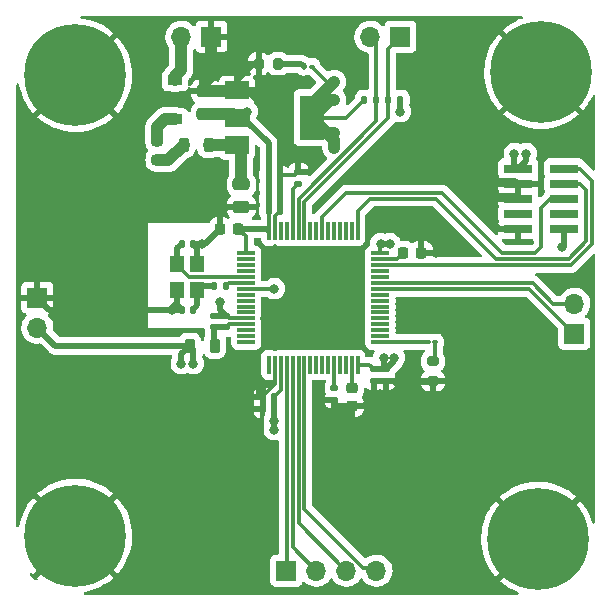
<source format=gbr>
%TF.GenerationSoftware,KiCad,Pcbnew,(6.0.1)*%
%TF.CreationDate,2022-05-08T06:10:33+05:45*%
%TF.ProjectId,STM32F4_Breakout,53544d33-3246-4345-9f42-7265616b6f75,rev?*%
%TF.SameCoordinates,Original*%
%TF.FileFunction,Copper,L1,Top*%
%TF.FilePolarity,Positive*%
%FSLAX46Y46*%
G04 Gerber Fmt 4.6, Leading zero omitted, Abs format (unit mm)*
G04 Created by KiCad (PCBNEW (6.0.1)) date 2022-05-08 06:10:33*
%MOMM*%
%LPD*%
G01*
G04 APERTURE LIST*
G04 Aperture macros list*
%AMRoundRect*
0 Rectangle with rounded corners*
0 $1 Rounding radius*
0 $2 $3 $4 $5 $6 $7 $8 $9 X,Y pos of 4 corners*
0 Add a 4 corners polygon primitive as box body*
4,1,4,$2,$3,$4,$5,$6,$7,$8,$9,$2,$3,0*
0 Add four circle primitives for the rounded corners*
1,1,$1+$1,$2,$3*
1,1,$1+$1,$4,$5*
1,1,$1+$1,$6,$7*
1,1,$1+$1,$8,$9*
0 Add four rect primitives between the rounded corners*
20,1,$1+$1,$2,$3,$4,$5,0*
20,1,$1+$1,$4,$5,$6,$7,0*
20,1,$1+$1,$6,$7,$8,$9,0*
20,1,$1+$1,$8,$9,$2,$3,0*%
G04 Aperture macros list end*
%TA.AperFunction,ComponentPad*%
%ADD10C,0.900000*%
%TD*%
%TA.AperFunction,ComponentPad*%
%ADD11C,8.600000*%
%TD*%
%TA.AperFunction,SMDPad,CuDef*%
%ADD12R,2.400000X0.740000*%
%TD*%
%TA.AperFunction,SMDPad,CuDef*%
%ADD13RoundRect,0.225000X-0.250000X0.225000X-0.250000X-0.225000X0.250000X-0.225000X0.250000X0.225000X0*%
%TD*%
%TA.AperFunction,SMDPad,CuDef*%
%ADD14RoundRect,0.140000X0.140000X0.170000X-0.140000X0.170000X-0.140000X-0.170000X0.140000X-0.170000X0*%
%TD*%
%TA.AperFunction,SMDPad,CuDef*%
%ADD15R,1.200000X0.900000*%
%TD*%
%TA.AperFunction,SMDPad,CuDef*%
%ADD16R,2.000000X1.500000*%
%TD*%
%TA.AperFunction,SMDPad,CuDef*%
%ADD17R,2.000000X3.800000*%
%TD*%
%TA.AperFunction,SMDPad,CuDef*%
%ADD18RoundRect,0.140000X-0.140000X-0.170000X0.140000X-0.170000X0.140000X0.170000X-0.140000X0.170000X0*%
%TD*%
%TA.AperFunction,SMDPad,CuDef*%
%ADD19RoundRect,0.135000X0.135000X0.185000X-0.135000X0.185000X-0.135000X-0.185000X0.135000X-0.185000X0*%
%TD*%
%TA.AperFunction,ComponentPad*%
%ADD20R,1.700000X1.700000*%
%TD*%
%TA.AperFunction,ComponentPad*%
%ADD21O,1.700000X1.700000*%
%TD*%
%TA.AperFunction,SMDPad,CuDef*%
%ADD22RoundRect,0.100000X0.130000X0.100000X-0.130000X0.100000X-0.130000X-0.100000X0.130000X-0.100000X0*%
%TD*%
%TA.AperFunction,SMDPad,CuDef*%
%ADD23RoundRect,0.218750X-0.218750X-0.381250X0.218750X-0.381250X0.218750X0.381250X-0.218750X0.381250X0*%
%TD*%
%TA.AperFunction,SMDPad,CuDef*%
%ADD24RoundRect,0.200000X-0.275000X0.200000X-0.275000X-0.200000X0.275000X-0.200000X0.275000X0.200000X0*%
%TD*%
%TA.AperFunction,SMDPad,CuDef*%
%ADD25RoundRect,0.100000X-0.130000X-0.100000X0.130000X-0.100000X0.130000X0.100000X-0.130000X0.100000X0*%
%TD*%
%TA.AperFunction,SMDPad,CuDef*%
%ADD26RoundRect,0.135000X0.185000X-0.135000X0.185000X0.135000X-0.185000X0.135000X-0.185000X-0.135000X0*%
%TD*%
%TA.AperFunction,SMDPad,CuDef*%
%ADD27RoundRect,0.140000X-0.170000X0.140000X-0.170000X-0.140000X0.170000X-0.140000X0.170000X0.140000X0*%
%TD*%
%TA.AperFunction,SMDPad,CuDef*%
%ADD28RoundRect,0.200000X0.200000X0.275000X-0.200000X0.275000X-0.200000X-0.275000X0.200000X-0.275000X0*%
%TD*%
%TA.AperFunction,SMDPad,CuDef*%
%ADD29R,1.200000X1.400000*%
%TD*%
%TA.AperFunction,SMDPad,CuDef*%
%ADD30RoundRect,0.140000X0.170000X-0.140000X0.170000X0.140000X-0.170000X0.140000X-0.170000X-0.140000X0*%
%TD*%
%TA.AperFunction,SMDPad,CuDef*%
%ADD31RoundRect,0.225000X-0.225000X-0.250000X0.225000X-0.250000X0.225000X0.250000X-0.225000X0.250000X0*%
%TD*%
%TA.AperFunction,SMDPad,CuDef*%
%ADD32RoundRect,0.250000X-0.475000X0.250000X-0.475000X-0.250000X0.475000X-0.250000X0.475000X0.250000X0*%
%TD*%
%TA.AperFunction,SMDPad,CuDef*%
%ADD33RoundRect,0.250000X0.475000X-0.250000X0.475000X0.250000X-0.475000X0.250000X-0.475000X-0.250000X0*%
%TD*%
%TA.AperFunction,SMDPad,CuDef*%
%ADD34RoundRect,0.135000X-0.135000X-0.185000X0.135000X-0.185000X0.135000X0.185000X-0.135000X0.185000X0*%
%TD*%
%TA.AperFunction,SMDPad,CuDef*%
%ADD35RoundRect,0.135000X-0.185000X0.135000X-0.185000X-0.135000X0.185000X-0.135000X0.185000X0.135000X0*%
%TD*%
%TA.AperFunction,SMDPad,CuDef*%
%ADD36RoundRect,0.218750X-0.256250X0.218750X-0.256250X-0.218750X0.256250X-0.218750X0.256250X0.218750X0*%
%TD*%
%TA.AperFunction,SMDPad,CuDef*%
%ADD37RoundRect,0.225000X0.225000X0.250000X-0.225000X0.250000X-0.225000X-0.250000X0.225000X-0.250000X0*%
%TD*%
%TA.AperFunction,SMDPad,CuDef*%
%ADD38RoundRect,0.075000X-0.700000X-0.075000X0.700000X-0.075000X0.700000X0.075000X-0.700000X0.075000X0*%
%TD*%
%TA.AperFunction,SMDPad,CuDef*%
%ADD39RoundRect,0.075000X-0.075000X-0.700000X0.075000X-0.700000X0.075000X0.700000X-0.075000X0.700000X0*%
%TD*%
%TA.AperFunction,ViaPad*%
%ADD40C,1.000000*%
%TD*%
%TA.AperFunction,ViaPad*%
%ADD41C,0.800000*%
%TD*%
%TA.AperFunction,Conductor*%
%ADD42C,1.000000*%
%TD*%
%TA.AperFunction,Conductor*%
%ADD43C,0.500000*%
%TD*%
%TA.AperFunction,Conductor*%
%ADD44C,0.300000*%
%TD*%
G04 APERTURE END LIST*
D10*
%TO.P,H3,1,1*%
%TO.N,GND*%
X76733000Y-25296000D03*
X77677581Y-23015581D03*
X79958000Y-28521000D03*
X79958000Y-22071000D03*
X82238419Y-23015581D03*
X83183000Y-25296000D03*
X82238419Y-27576419D03*
X77677581Y-27576419D03*
D11*
X79928000Y-25246000D03*
%TD*%
D12*
%TO.P,J4,1,Pin_1*%
%TO.N,+3V3*%
X78008000Y-33424000D03*
%TO.P,J4,2,Pin_2*%
%TO.N,SWDIO*%
X81908000Y-33424000D03*
%TO.P,J4,3,Pin_3*%
%TO.N,GND*%
X78008000Y-34694000D03*
%TO.P,J4,4,Pin_4*%
%TO.N,SWCLK*%
X81908000Y-34694000D03*
%TO.P,J4,5,Pin_5*%
%TO.N,GND*%
X78008000Y-35964000D03*
%TO.P,J4,6,Pin_6*%
%TO.N,SWO*%
X81908000Y-35964000D03*
%TO.P,J4,7,Pin_7*%
%TO.N,unconnected-(J4-Pad7)*%
X78008000Y-37234000D03*
%TO.P,J4,8,Pin_8*%
%TO.N,unconnected-(J4-Pad8)*%
X81908000Y-37234000D03*
%TO.P,J4,9,Pin_9*%
%TO.N,GND*%
X78008000Y-38504000D03*
%TO.P,J4,10,Pin_10*%
%TO.N,NRST*%
X81908000Y-38504000D03*
%TD*%
D11*
%TO.P,H1,1,1*%
%TO.N,GND*%
X40500000Y-64500000D03*
D10*
X38053581Y-62385581D03*
X38053581Y-66946419D03*
X40334000Y-67891000D03*
X42614419Y-62385581D03*
X43559000Y-64666000D03*
X42614419Y-66946419D03*
X37109000Y-64666000D03*
X40334000Y-61441000D03*
%TD*%
D13*
%TO.P,C12,1*%
%TO.N,Net-(C12-Pad1)*%
X63956000Y-51953000D03*
%TO.P,C12,2*%
%TO.N,GND*%
X63956000Y-53503000D03*
%TD*%
D14*
%TO.P,C17,1*%
%TO.N,Net-(C17-Pad1)*%
X50466000Y-45362000D03*
%TO.P,C17,2*%
%TO.N,GND*%
X49506000Y-45362000D03*
%TD*%
D15*
%TO.P,D1,1,K*%
%TO.N,Net-(D1-Pad1)*%
X48970000Y-29232000D03*
%TO.P,D1,2,A*%
%TO.N,VCC*%
X48970000Y-25932000D03*
%TD*%
D16*
%TO.P,U1,1,GND*%
%TO.N,GND*%
X54202000Y-26806000D03*
%TO.P,U1,2,VO*%
%TO.N,+3V3*%
X54202000Y-29106000D03*
D17*
X60502000Y-29106000D03*
D16*
%TO.P,U1,3,VI*%
%TO.N,Net-(C1-Pad1)*%
X54202000Y-31406000D03*
%TD*%
D18*
%TO.P,C16,1*%
%TO.N,HSE_IN*%
X49506000Y-39774000D03*
%TO.P,C16,2*%
%TO.N,GND*%
X50466000Y-39774000D03*
%TD*%
D19*
%TO.P,R2,1*%
%TO.N,+3V3*%
X68022000Y-27582000D03*
%TO.P,R2,2*%
%TO.N,I2C1_SCL*%
X67002000Y-27582000D03*
%TD*%
D20*
%TO.P,J2,1,Pin_1*%
%TO.N,GND*%
X37286000Y-44341000D03*
D21*
%TO.P,J2,2,Pin_2*%
%TO.N,+3V3*%
X37286000Y-46881000D03*
%TD*%
D22*
%TO.P,D3,1,K*%
%TO.N,Net-(D3-Pad1)*%
X70986449Y-48096269D03*
%TO.P,D3,2,A*%
%TO.N,Net-(D3-Pad2)*%
X70346449Y-48096269D03*
%TD*%
D10*
%TO.P,H4,1,1*%
%TO.N,GND*%
X77423581Y-66946419D03*
X81984419Y-62385581D03*
X81984419Y-66946419D03*
D11*
X79674000Y-64754000D03*
D10*
X79704000Y-61441000D03*
X77423581Y-62385581D03*
X79704000Y-67891000D03*
X82929000Y-64666000D03*
X76479000Y-64666000D03*
%TD*%
D23*
%TO.P,FB1,1*%
%TO.N,Net-(F1-Pad2)*%
X49685500Y-31392000D03*
%TO.P,FB1,2*%
%TO.N,Net-(C1-Pad1)*%
X51810500Y-31392000D03*
%TD*%
D24*
%TO.P,R7,1*%
%TO.N,Net-(D3-Pad1)*%
X70784726Y-49731434D03*
%TO.P,R7,2*%
%TO.N,GND*%
X70784726Y-51381434D03*
%TD*%
D25*
%TO.P,D2,1,K*%
%TO.N,Net-(D2-Pad1)*%
X59892000Y-24788000D03*
%TO.P,D2,2,A*%
%TO.N,+3V3*%
X60532000Y-24788000D03*
%TD*%
D26*
%TO.P,R4,1*%
%TO.N,BOOT0*%
X59384000Y-34696000D03*
%TO.P,R4,2*%
%TO.N,GND*%
X59384000Y-33676000D03*
%TD*%
D23*
%TO.P,FB2,1*%
%TO.N,+3V3*%
X50193500Y-48410000D03*
%TO.P,FB2,2*%
%TO.N,+3.3VA*%
X52318500Y-48410000D03*
%TD*%
D19*
%TO.P,R6,1*%
%TO.N,HSE_OUT*%
X53290000Y-43330000D03*
%TO.P,R6,2*%
%TO.N,Net-(C17-Pad1)*%
X52270000Y-43330000D03*
%TD*%
D27*
%TO.P,C11,1*%
%TO.N,+3V3*%
X65782000Y-50422000D03*
%TO.P,C11,2*%
%TO.N,GND*%
X65782000Y-51382000D03*
%TD*%
D28*
%TO.P,R1,1*%
%TO.N,Net-(D2-Pad1)*%
X57669000Y-24534000D03*
%TO.P,R1,2*%
%TO.N,GND*%
X56019000Y-24534000D03*
%TD*%
D29*
%TO.P,HSE1,1,1*%
%TO.N,HSE_IN*%
X49136000Y-41468000D03*
%TO.P,HSE1,2,2*%
%TO.N,GND*%
X49136000Y-43668000D03*
%TO.P,HSE1,3,3*%
%TO.N,Net-(C17-Pad1)*%
X50836000Y-43668000D03*
%TO.P,HSE1,4,4*%
%TO.N,GND*%
X50836000Y-41468000D03*
%TD*%
D30*
%TO.P,C14,1*%
%TO.N,+3.3VA*%
X52272000Y-46858000D03*
%TO.P,C14,2*%
%TO.N,GND*%
X52272000Y-45898000D03*
%TD*%
D31*
%TO.P,C13,1*%
%TO.N,Net-(C13-Pad1)*%
X68261000Y-40536000D03*
%TO.P,C13,2*%
%TO.N,GND*%
X69811000Y-40536000D03*
%TD*%
D10*
%TO.P,H2,1,1*%
%TO.N,GND*%
X40334000Y-22325000D03*
X43559000Y-25550000D03*
D11*
X40500000Y-25500000D03*
D10*
X38053581Y-23269581D03*
X40334000Y-28775000D03*
X38053581Y-27830419D03*
X37109000Y-25550000D03*
X42614419Y-27830419D03*
X42614419Y-23269581D03*
%TD*%
D18*
%TO.P,C7,1*%
%TO.N,+3V3*%
X56872000Y-35964000D03*
%TO.P,C7,2*%
%TO.N,GND*%
X57832000Y-35964000D03*
%TD*%
D20*
%TO.P,J3,1,Pin_1*%
%TO.N,SPI1_CS*%
X58378000Y-67460000D03*
D21*
%TO.P,J3,2,Pin_2*%
%TO.N,SPI1_SCK*%
X60918000Y-67460000D03*
%TO.P,J3,3,Pin_3*%
%TO.N,SPI1_MISO*%
X63458000Y-67460000D03*
%TO.P,J3,4,Pin_4*%
%TO.N,SPI1_MOSI*%
X65998000Y-67460000D03*
%TD*%
D32*
%TO.P,C1,1*%
%TO.N,Net-(C1-Pad1)*%
X54558000Y-34760000D03*
%TO.P,C1,2*%
%TO.N,GND*%
X54558000Y-36660000D03*
%TD*%
D33*
%TO.P,C2,1*%
%TO.N,+3V3*%
X51510000Y-28786000D03*
%TO.P,C2,2*%
%TO.N,GND*%
X51510000Y-26886000D03*
%TD*%
D30*
%TO.P,C15,1*%
%TO.N,+3.3VA*%
X53288000Y-46858000D03*
%TO.P,C15,2*%
%TO.N,GND*%
X53288000Y-45898000D03*
%TD*%
D34*
%TO.P,R3,1*%
%TO.N,+3V3*%
X64970000Y-27582000D03*
%TO.P,R3,2*%
%TO.N,I2C1_SDA*%
X65990000Y-27582000D03*
%TD*%
D35*
%TO.P,R5,1*%
%TO.N,BOOT1*%
X62432000Y-51966000D03*
%TO.P,R5,2*%
%TO.N,GND*%
X62432000Y-52986000D03*
%TD*%
D18*
%TO.P,C6,1*%
%TO.N,+3V3*%
X56872000Y-36980000D03*
%TO.P,C6,2*%
%TO.N,GND*%
X57832000Y-36980000D03*
%TD*%
D20*
%TO.P,J5,1,Pin_1*%
%TO.N,USART1_TX*%
X82752000Y-47399000D03*
D21*
%TO.P,J5,2,Pin_2*%
%TO.N,USART1_RX*%
X82752000Y-44859000D03*
%TD*%
D27*
%TO.P,C10,1*%
%TO.N,+3V3*%
X66798000Y-50422000D03*
%TO.P,C10,2*%
%TO.N,GND*%
X66798000Y-51382000D03*
%TD*%
D20*
%TO.P,J6,1,Pin_1*%
%TO.N,GND*%
X52023000Y-22248000D03*
D21*
%TO.P,J6,2,Pin_2*%
%TO.N,VCC*%
X49483000Y-22248000D03*
%TD*%
D36*
%TO.P,F1,1*%
%TO.N,Net-(D1-Pad1)*%
X47446000Y-31112500D03*
%TO.P,F1,2*%
%TO.N,Net-(F1-Pad2)*%
X47446000Y-32687500D03*
%TD*%
D18*
%TO.P,C9,1*%
%TO.N,+3V3*%
X56872000Y-33932000D03*
%TO.P,C9,2*%
%TO.N,GND*%
X57832000Y-33932000D03*
%TD*%
D37*
%TO.P,C3,1*%
%TO.N,+3V3*%
X54317000Y-38504000D03*
%TO.P,C3,2*%
%TO.N,GND*%
X52767000Y-38504000D03*
%TD*%
D14*
%TO.P,C5,1*%
%TO.N,+3V3*%
X57352000Y-53744000D03*
%TO.P,C5,2*%
%TO.N,GND*%
X56392000Y-53744000D03*
%TD*%
%TO.P,C4,1*%
%TO.N,+3V3*%
X57352000Y-52728000D03*
%TO.P,C4,2*%
%TO.N,GND*%
X56392000Y-52728000D03*
%TD*%
D38*
%TO.P,U2,1,VBAT*%
%TO.N,+3V3*%
X54979000Y-40596000D03*
%TO.P,U2,2,PC13*%
%TO.N,unconnected-(U2-Pad2)*%
X54979000Y-41096000D03*
%TO.P,U2,3,PC14*%
%TO.N,unconnected-(U2-Pad3)*%
X54979000Y-41596000D03*
%TO.P,U2,4,PC15*%
%TO.N,unconnected-(U2-Pad4)*%
X54979000Y-42096000D03*
%TO.P,U2,5,PH0*%
%TO.N,HSE_IN*%
X54979000Y-42596000D03*
%TO.P,U2,6,PH1*%
%TO.N,HSE_OUT*%
X54979000Y-43096000D03*
%TO.P,U2,7,NRST*%
%TO.N,NRST*%
X54979000Y-43596000D03*
%TO.P,U2,8,PC0*%
%TO.N,unconnected-(U2-Pad8)*%
X54979000Y-44096000D03*
%TO.P,U2,9,PC1*%
%TO.N,unconnected-(U2-Pad9)*%
X54979000Y-44596000D03*
%TO.P,U2,10,PC2*%
%TO.N,unconnected-(U2-Pad10)*%
X54979000Y-45096000D03*
%TO.P,U2,11,PC3*%
%TO.N,unconnected-(U2-Pad11)*%
X54979000Y-45596000D03*
%TO.P,U2,12,VSSA*%
%TO.N,GND*%
X54979000Y-46096000D03*
%TO.P,U2,13,VDDA*%
%TO.N,+3.3VA*%
X54979000Y-46596000D03*
%TO.P,U2,14,PA0*%
%TO.N,unconnected-(U2-Pad14)*%
X54979000Y-47096000D03*
%TO.P,U2,15,PA1*%
%TO.N,unconnected-(U2-Pad15)*%
X54979000Y-47596000D03*
%TO.P,U2,16,PA2*%
%TO.N,unconnected-(U2-Pad16)*%
X54979000Y-48096000D03*
D39*
%TO.P,U2,17,PA3*%
%TO.N,unconnected-(U2-Pad17)*%
X56904000Y-50021000D03*
%TO.P,U2,18,VSS*%
%TO.N,GND*%
X57404000Y-50021000D03*
%TO.P,U2,19,VDD*%
%TO.N,+3V3*%
X57904000Y-50021000D03*
%TO.P,U2,20,PA4*%
%TO.N,SPI1_CS*%
X58404000Y-50021000D03*
%TO.P,U2,21,PA5*%
%TO.N,SPI1_SCK*%
X58904000Y-50021000D03*
%TO.P,U2,22,PA6*%
%TO.N,SPI1_MISO*%
X59404000Y-50021000D03*
%TO.P,U2,23,PA7*%
%TO.N,SPI1_MOSI*%
X59904000Y-50021000D03*
%TO.P,U2,24,PC4*%
%TO.N,unconnected-(U2-Pad24)*%
X60404000Y-50021000D03*
%TO.P,U2,25,PC5*%
%TO.N,unconnected-(U2-Pad25)*%
X60904000Y-50021000D03*
%TO.P,U2,26,PB0*%
%TO.N,unconnected-(U2-Pad26)*%
X61404000Y-50021000D03*
%TO.P,U2,27,PB1*%
%TO.N,unconnected-(U2-Pad27)*%
X61904000Y-50021000D03*
%TO.P,U2,28,PB2*%
%TO.N,BOOT1*%
X62404000Y-50021000D03*
%TO.P,U2,29,PB10*%
%TO.N,unconnected-(U2-Pad29)*%
X62904000Y-50021000D03*
%TO.P,U2,30,PB11*%
%TO.N,unconnected-(U2-Pad30)*%
X63404000Y-50021000D03*
%TO.P,U2,31,VCAP_1*%
%TO.N,Net-(C12-Pad1)*%
X63904000Y-50021000D03*
%TO.P,U2,32,VDD*%
%TO.N,+3V3*%
X64404000Y-50021000D03*
D38*
%TO.P,U2,33,PB12*%
%TO.N,Net-(D3-Pad2)*%
X66329000Y-48096000D03*
%TO.P,U2,34,PB13*%
%TO.N,unconnected-(U2-Pad34)*%
X66329000Y-47596000D03*
%TO.P,U2,35,PB14*%
%TO.N,unconnected-(U2-Pad35)*%
X66329000Y-47096000D03*
%TO.P,U2,36,PB15*%
%TO.N,unconnected-(U2-Pad36)*%
X66329000Y-46596000D03*
%TO.P,U2,37,PC6*%
%TO.N,unconnected-(U2-Pad37)*%
X66329000Y-46096000D03*
%TO.P,U2,38,PC7*%
%TO.N,unconnected-(U2-Pad38)*%
X66329000Y-45596000D03*
%TO.P,U2,39,PC8*%
%TO.N,unconnected-(U2-Pad39)*%
X66329000Y-45096000D03*
%TO.P,U2,40,PC9*%
%TO.N,unconnected-(U2-Pad40)*%
X66329000Y-44596000D03*
%TO.P,U2,41,PA8*%
%TO.N,unconnected-(U2-Pad41)*%
X66329000Y-44096000D03*
%TO.P,U2,42,PA9*%
%TO.N,USART1_TX*%
X66329000Y-43596000D03*
%TO.P,U2,43,PA10*%
%TO.N,USART1_RX*%
X66329000Y-43096000D03*
%TO.P,U2,44,PA11*%
%TO.N,unconnected-(U2-Pad44)*%
X66329000Y-42596000D03*
%TO.P,U2,45,PA12*%
%TO.N,unconnected-(U2-Pad45)*%
X66329000Y-42096000D03*
%TO.P,U2,46,PA13*%
%TO.N,SWDIO*%
X66329000Y-41596000D03*
%TO.P,U2,47,VCAP_2*%
%TO.N,Net-(C13-Pad1)*%
X66329000Y-41096000D03*
%TO.P,U2,48,VDD*%
%TO.N,+3V3*%
X66329000Y-40596000D03*
D39*
%TO.P,U2,49,PA14*%
%TO.N,SWCLK*%
X64404000Y-38671000D03*
%TO.P,U2,50,PA15*%
%TO.N,unconnected-(U2-Pad50)*%
X63904000Y-38671000D03*
%TO.P,U2,51,PC10*%
%TO.N,unconnected-(U2-Pad51)*%
X63404000Y-38671000D03*
%TO.P,U2,52,PC11*%
%TO.N,unconnected-(U2-Pad52)*%
X62904000Y-38671000D03*
%TO.P,U2,53,PC12*%
%TO.N,unconnected-(U2-Pad53)*%
X62404000Y-38671000D03*
%TO.P,U2,54,PD2*%
%TO.N,unconnected-(U2-Pad54)*%
X61904000Y-38671000D03*
%TO.P,U2,55,PB3*%
%TO.N,SWO*%
X61404000Y-38671000D03*
%TO.P,U2,56,PB4*%
%TO.N,unconnected-(U2-Pad56)*%
X60904000Y-38671000D03*
%TO.P,U2,57,PB5*%
%TO.N,unconnected-(U2-Pad57)*%
X60404000Y-38671000D03*
%TO.P,U2,58,PB6*%
%TO.N,I2C1_SCL*%
X59904000Y-38671000D03*
%TO.P,U2,59,PB7*%
%TO.N,I2C1_SDA*%
X59404000Y-38671000D03*
%TO.P,U2,60,BOOT0*%
%TO.N,BOOT0*%
X58904000Y-38671000D03*
%TO.P,U2,61,PB8*%
%TO.N,unconnected-(U2-Pad61)*%
X58404000Y-38671000D03*
%TO.P,U2,62,PB9*%
%TO.N,unconnected-(U2-Pad62)*%
X57904000Y-38671000D03*
%TO.P,U2,63,VSS*%
%TO.N,GND*%
X57404000Y-38671000D03*
%TO.P,U2,64,VDD*%
%TO.N,+3V3*%
X56904000Y-38671000D03*
%TD*%
D20*
%TO.P,J1,1,Pin_1*%
%TO.N,I2C1_SCL*%
X68025000Y-22248000D03*
D21*
%TO.P,J1,2,Pin_2*%
%TO.N,I2C1_SDA*%
X65485000Y-22248000D03*
%TD*%
D18*
%TO.P,C8,1*%
%TO.N,+3V3*%
X56872000Y-34948000D03*
%TO.P,C8,2*%
%TO.N,GND*%
X57832000Y-34948000D03*
%TD*%
D40*
%TO.N,GND*%
X74878000Y-34440000D03*
D41*
X52780000Y-44727000D03*
D40*
X60908000Y-23010000D03*
X74878000Y-31900000D03*
X59638000Y-23010000D03*
D41*
X51256000Y-39774000D03*
D40*
X74878000Y-35710000D03*
X58368000Y-23010000D03*
X54558000Y-23010000D03*
X55828000Y-23010000D03*
X74878000Y-33170000D03*
D41*
X69544000Y-51458000D03*
X71068000Y-40536000D03*
D40*
X57098000Y-23010000D03*
D41*
X48716000Y-45362000D03*
X56082000Y-51712000D03*
X63448000Y-54760000D03*
X62178000Y-54506000D03*
X67766000Y-51458000D03*
%TO.N,+3V3*%
X49478000Y-49934000D03*
X55066000Y-28598000D03*
X67131000Y-39774000D03*
D40*
X62432000Y-30376000D03*
D41*
X68020000Y-28598000D03*
X78688000Y-32154000D03*
X66369000Y-39774000D03*
X57352000Y-54760000D03*
X57352000Y-55522000D03*
X77672000Y-32154000D03*
D40*
X62432000Y-31646000D03*
D41*
X66623000Y-49426000D03*
X67512000Y-49426000D03*
X50494000Y-49934000D03*
D40*
X62432000Y-26058000D03*
X62432000Y-27582000D03*
D41*
%TO.N,NRST*%
X81736000Y-40028000D03*
X57352000Y-43584000D03*
%TD*%
D42*
%TO.N,Net-(C1-Pad1)*%
X54558000Y-31762000D02*
X54202000Y-31406000D01*
X51810500Y-31392000D02*
X54188000Y-31392000D01*
X54558000Y-34760000D02*
X54558000Y-31762000D01*
X54188000Y-31392000D02*
X54202000Y-31406000D01*
D43*
%TO.N,GND*%
X54202000Y-26806000D02*
X55052000Y-26806000D01*
X77754000Y-34440000D02*
X78008000Y-34694000D01*
D42*
X51510000Y-26886000D02*
X54122000Y-26886000D01*
D44*
X56392000Y-52672000D02*
X56392000Y-52728000D01*
D43*
X63956000Y-53503000D02*
X64959000Y-53503000D01*
X53354000Y-36660000D02*
X52767000Y-37247000D01*
X76402000Y-38504000D02*
X78008000Y-38504000D01*
X63194000Y-54506000D02*
X63448000Y-54760000D01*
X63448000Y-54011000D02*
X63581500Y-53877500D01*
X51497000Y-39774000D02*
X52767000Y-38504000D01*
X55574000Y-24534000D02*
X56019000Y-24534000D01*
X74878000Y-34440000D02*
X77754000Y-34440000D01*
D44*
X54979000Y-46096000D02*
X53486000Y-46096000D01*
D43*
X67690000Y-51382000D02*
X67766000Y-51458000D01*
X50466000Y-39774000D02*
X51256000Y-39774000D01*
X49136000Y-44766000D02*
X49136000Y-44992000D01*
X65782000Y-51382000D02*
X66798000Y-51382000D01*
X49136000Y-44992000D02*
X49506000Y-45362000D01*
X62178000Y-54506000D02*
X63194000Y-54506000D01*
X57832000Y-33932000D02*
X57832000Y-36980000D01*
X63581500Y-53877500D02*
X63956000Y-53503000D01*
X56082000Y-51712000D02*
X56082000Y-52418000D01*
X52780000Y-44727000D02*
X52780000Y-45390000D01*
X55052000Y-26806000D02*
X57860000Y-29614000D01*
X74878000Y-31900000D02*
X74878000Y-35710000D01*
D44*
X57404000Y-37450285D02*
X57832000Y-37022285D01*
D43*
X62679500Y-54004500D02*
X63454500Y-54004500D01*
X62178000Y-54506000D02*
X63181000Y-53503000D01*
X54202000Y-26806000D02*
X54202000Y-25906000D01*
D42*
X52023000Y-25545000D02*
X52023000Y-24021000D01*
X52023000Y-24021000D02*
X52023000Y-22248000D01*
D43*
X65782000Y-52680000D02*
X65782000Y-51382000D01*
X54202000Y-25906000D02*
X55574000Y-24534000D01*
D42*
X52023000Y-24021000D02*
X53547000Y-24021000D01*
D43*
X51256000Y-39774000D02*
X51497000Y-39774000D01*
X54558000Y-36660000D02*
X53354000Y-36660000D01*
X56082000Y-52418000D02*
X56392000Y-52728000D01*
X49136000Y-43668000D02*
X49136000Y-44766000D01*
X77754000Y-35710000D02*
X78008000Y-35964000D01*
X64959000Y-53503000D02*
X65782000Y-52680000D01*
D44*
X57404000Y-38671000D02*
X57404000Y-37450285D01*
D43*
X62432000Y-52986000D02*
X62432000Y-54252000D01*
D42*
X54558000Y-23010000D02*
X60908000Y-23010000D01*
D44*
X57832000Y-37022285D02*
X57832000Y-36980000D01*
X57404000Y-50021000D02*
X57404000Y-51660000D01*
D43*
X50836000Y-40144000D02*
X50466000Y-39774000D01*
X62699000Y-53503000D02*
X63435000Y-53503000D01*
X52780000Y-45390000D02*
X53288000Y-45898000D01*
X37286000Y-44341000D02*
X38307000Y-45362000D01*
X57860000Y-29614000D02*
X57860000Y-33904000D01*
D44*
X57832000Y-33932000D02*
X59128000Y-33932000D01*
D43*
X74878000Y-35710000D02*
X74878000Y-36980000D01*
X48716000Y-45362000D02*
X49506000Y-45362000D01*
X63956000Y-53503000D02*
X63956000Y-54252000D01*
X50836000Y-41468000D02*
X50836000Y-40144000D01*
X69811000Y-40536000D02*
X71068000Y-40536000D01*
D42*
X53547000Y-24021000D02*
X54558000Y-23010000D01*
D43*
X52272000Y-45898000D02*
X53288000Y-45898000D01*
D42*
X51510000Y-26058000D02*
X52023000Y-25545000D01*
D43*
X62432000Y-53236000D02*
X62699000Y-53503000D01*
X70708160Y-51458000D02*
X70784726Y-51381434D01*
X62432000Y-54252000D02*
X62178000Y-54506000D01*
X38307000Y-45362000D02*
X48540000Y-45362000D01*
D42*
X51510000Y-26886000D02*
X51510000Y-26058000D01*
D43*
X52767000Y-37247000D02*
X52767000Y-38504000D01*
X63956000Y-54252000D02*
X63448000Y-54760000D01*
X48540000Y-45362000D02*
X49136000Y-44766000D01*
D44*
X59128000Y-33932000D02*
X59384000Y-33676000D01*
X53486000Y-46096000D02*
X53288000Y-45898000D01*
X57404000Y-51660000D02*
X56392000Y-52672000D01*
D43*
X62432000Y-52986000D02*
X62432000Y-53236000D01*
X66798000Y-51382000D02*
X67690000Y-51382000D01*
X74878000Y-36980000D02*
X76402000Y-38504000D01*
X63448000Y-54760000D02*
X63448000Y-54011000D01*
X62178000Y-54506000D02*
X62679500Y-54004500D01*
X74878000Y-35710000D02*
X77754000Y-35710000D01*
D42*
X54122000Y-26886000D02*
X54202000Y-26806000D01*
D43*
X63181000Y-53503000D02*
X63435000Y-53503000D01*
X63454500Y-54004500D02*
X63581500Y-53877500D01*
X56392000Y-52728000D02*
X56392000Y-53744000D01*
X63435000Y-53503000D02*
X63956000Y-53503000D01*
X57860000Y-33904000D02*
X57832000Y-33932000D01*
X69544000Y-51458000D02*
X70708160Y-51458000D01*
D42*
%TO.N,+3V3*%
X61772000Y-30376000D02*
X60502000Y-29106000D01*
D43*
X77672000Y-32154000D02*
X77672000Y-33088000D01*
X77672000Y-33088000D02*
X78008000Y-33424000D01*
X67512000Y-49426000D02*
X67512000Y-49708000D01*
X66369000Y-39774000D02*
X67131000Y-39774000D01*
X57352000Y-55522000D02*
X57352000Y-54760000D01*
D44*
X63446000Y-29106000D02*
X64970000Y-27582000D01*
X57904000Y-52176000D02*
X57352000Y-52728000D01*
X54979000Y-40596000D02*
X54979000Y-39166000D01*
D43*
X57352000Y-53109000D02*
X57352000Y-53744000D01*
D44*
X66329000Y-40596000D02*
X66329000Y-39814000D01*
X62432000Y-26058000D02*
X61802000Y-26058000D01*
X56904000Y-37012000D02*
X56872000Y-36980000D01*
D42*
X60502000Y-29106000D02*
X60502000Y-27988000D01*
D43*
X68022000Y-28596000D02*
X68020000Y-28598000D01*
D44*
X60466000Y-24788000D02*
X60502000Y-24824000D01*
X64970000Y-27582000D02*
X64972000Y-27580000D01*
X54979000Y-39166000D02*
X54317000Y-38504000D01*
D43*
X66623000Y-49426000D02*
X66623000Y-50247000D01*
X56872000Y-31293000D02*
X56872000Y-33932000D01*
X57352000Y-54760000D02*
X57352000Y-53109000D01*
X54558000Y-29106000D02*
X54202000Y-29106000D01*
D42*
X62432000Y-30376000D02*
X61772000Y-30376000D01*
D44*
X57904000Y-50021000D02*
X57904000Y-52176000D01*
D43*
X50494000Y-48710500D02*
X50193500Y-48410000D01*
X56872000Y-33932000D02*
X56872000Y-36980000D01*
X49478000Y-49125500D02*
X50193500Y-48410000D01*
X78688000Y-32744000D02*
X78008000Y-33424000D01*
X49478000Y-49934000D02*
X49478000Y-49125500D01*
D42*
X62026000Y-27582000D02*
X60502000Y-29106000D01*
D44*
X60502000Y-29106000D02*
X63446000Y-29106000D01*
D42*
X51510000Y-28786000D02*
X53882000Y-28786000D01*
D43*
X55066000Y-29487000D02*
X56872000Y-31293000D01*
D44*
X64404000Y-50021000D02*
X65381000Y-50021000D01*
D43*
X56737000Y-38504000D02*
X56804480Y-38571480D01*
X55066000Y-28598000D02*
X54558000Y-29106000D01*
D42*
X62432000Y-31646000D02*
X62432000Y-31036000D01*
D43*
X67512000Y-49708000D02*
X66798000Y-50422000D01*
D44*
X65381000Y-50021000D02*
X65782000Y-50422000D01*
D42*
X53882000Y-28786000D02*
X54202000Y-29106000D01*
D43*
X57352000Y-52728000D02*
X57352000Y-53109000D01*
X68022000Y-27582000D02*
X68022000Y-28596000D01*
X78688000Y-32154000D02*
X78688000Y-32744000D01*
D44*
X56904000Y-38671000D02*
X56904000Y-37012000D01*
D43*
X54317000Y-38504000D02*
X56737000Y-38504000D01*
X55066000Y-28598000D02*
X55066000Y-29487000D01*
X56804480Y-38571480D02*
X56804480Y-38671000D01*
D42*
X60502000Y-27988000D02*
X62432000Y-26058000D01*
D43*
X65782000Y-50422000D02*
X66798000Y-50422000D01*
X66623000Y-50247000D02*
X66798000Y-50422000D01*
X38815000Y-48410000D02*
X37286000Y-46881000D01*
X50494000Y-49934000D02*
X50494000Y-48710500D01*
X50193500Y-48410000D02*
X38815000Y-48410000D01*
D44*
X66329000Y-39814000D02*
X66369000Y-39774000D01*
X61802000Y-26058000D02*
X60532000Y-24788000D01*
D42*
X62432000Y-27582000D02*
X62026000Y-27582000D01*
X62432000Y-31036000D02*
X60502000Y-29106000D01*
D44*
%TO.N,Net-(C12-Pad1)*%
X63904000Y-51901000D02*
X63956000Y-51953000D01*
X63904000Y-50021000D02*
X63904000Y-51901000D01*
%TO.N,Net-(C13-Pad1)*%
X67701000Y-41096000D02*
X68261000Y-40536000D01*
X66329000Y-41096000D02*
X67701000Y-41096000D01*
%TO.N,+3.3VA*%
X53550000Y-46596000D02*
X54979000Y-46596000D01*
D43*
X52272000Y-46858000D02*
X52272000Y-48363500D01*
X53288000Y-46858000D02*
X52272000Y-46858000D01*
X52272000Y-48363500D02*
X52318500Y-48410000D01*
D44*
X53288000Y-46858000D02*
X53550000Y-46596000D01*
%TO.N,HSE_IN*%
X49136000Y-41568000D02*
X49136000Y-41468000D01*
X50164000Y-42596000D02*
X49136000Y-41568000D01*
D43*
X49136000Y-41468000D02*
X49136000Y-40144000D01*
D44*
X54979000Y-42596000D02*
X50164000Y-42596000D01*
D43*
X49136000Y-40144000D02*
X49506000Y-39774000D01*
%TO.N,Net-(C17-Pad1)*%
X51174000Y-43330000D02*
X50836000Y-43668000D01*
X52270000Y-43330000D02*
X51174000Y-43330000D01*
X50836000Y-44992000D02*
X50466000Y-45362000D01*
X50836000Y-43668000D02*
X50836000Y-44992000D01*
D42*
%TO.N,Net-(D1-Pad1)*%
X47446000Y-29868000D02*
X47446000Y-31112500D01*
X48082000Y-29232000D02*
X47446000Y-29868000D01*
X48970000Y-29232000D02*
X48082000Y-29232000D01*
%TO.N,VCC*%
X48970000Y-25932000D02*
X48970000Y-25550000D01*
X48970000Y-25550000D02*
X49483000Y-25037000D01*
X49483000Y-25037000D02*
X49483000Y-22248000D01*
D43*
%TO.N,Net-(D2-Pad1)*%
X57669000Y-24534000D02*
X59638000Y-24534000D01*
X59852480Y-24748480D02*
X59852480Y-24788000D01*
X59638000Y-24534000D02*
X59852480Y-24748480D01*
D44*
%TO.N,Net-(D3-Pad1)*%
X70986449Y-49529711D02*
X70784726Y-49731434D01*
X70986449Y-48096269D02*
X70986449Y-49529711D01*
%TO.N,Net-(D3-Pad2)*%
X66329000Y-48096000D02*
X70346180Y-48096000D01*
X70346180Y-48096000D02*
X70346449Y-48096269D01*
D42*
%TO.N,Net-(F1-Pad2)*%
X48390000Y-32687500D02*
X49685500Y-31392000D01*
X47446000Y-32687500D02*
X48390000Y-32687500D01*
D44*
%TO.N,I2C1_SCL*%
X59904000Y-38671000D02*
X59904000Y-36206000D01*
X59904000Y-36206000D02*
X67004000Y-29106000D01*
X67004000Y-23269000D02*
X68025000Y-22248000D01*
X67004000Y-29106000D02*
X67004000Y-23269000D01*
%TO.N,I2C1_SDA*%
X65990000Y-29377520D02*
X65990000Y-27582000D01*
X65990000Y-27582000D02*
X65990000Y-22753000D01*
X59404000Y-38671000D02*
X59403520Y-38670520D01*
X59403520Y-38670520D02*
X59403520Y-35964000D01*
X65990000Y-22753000D02*
X65485000Y-22248000D01*
X59403520Y-35964000D02*
X65990000Y-29377520D01*
%TO.N,SPI1_CS*%
X58404000Y-67434000D02*
X58378000Y-67460000D01*
X58404000Y-50021000D02*
X58404000Y-67434000D01*
%TO.N,SPI1_SCK*%
X58904000Y-65446000D02*
X60918000Y-67460000D01*
X58904000Y-50021000D02*
X58904000Y-65446000D01*
%TO.N,SPI1_MISO*%
X59404000Y-50021000D02*
X59404000Y-63406000D01*
X59404000Y-63406000D02*
X63458000Y-67460000D01*
%TO.N,SPI1_MOSI*%
X64900366Y-67206000D02*
X65744000Y-67206000D01*
X65744000Y-67206000D02*
X65998000Y-67460000D01*
X59904000Y-62209634D02*
X64900366Y-67206000D01*
X59904000Y-50021000D02*
X59904000Y-62209634D01*
%TO.N,SWDIO*%
X84276000Y-39774000D02*
X84276000Y-34440000D01*
X83260000Y-33424000D02*
X81908000Y-33424000D01*
X66329000Y-41596000D02*
X82454000Y-41596000D01*
X84276000Y-34440000D02*
X83260000Y-33424000D01*
X82454000Y-41596000D02*
X84276000Y-39774000D01*
%TO.N,SWCLK*%
X83260000Y-34694000D02*
X81908000Y-34694000D01*
X64404000Y-37040000D02*
X65480000Y-35964000D01*
X82299572Y-41044000D02*
X83768000Y-39575572D01*
X65480000Y-35964000D02*
X71068000Y-35964000D01*
X83768000Y-39575572D02*
X83768000Y-35202000D01*
X71068000Y-35964000D02*
X76148000Y-41044000D01*
X83768000Y-35202000D02*
X83260000Y-34694000D01*
X64404000Y-38671000D02*
X64404000Y-37040000D01*
X76148000Y-41044000D02*
X82299572Y-41044000D01*
%TO.N,SWO*%
X61404000Y-37500000D02*
X63448000Y-35456000D01*
X80720000Y-35964000D02*
X81908000Y-35964000D01*
X76656000Y-40536000D02*
X79450000Y-40536000D01*
X79958000Y-36726000D02*
X80720000Y-35964000D01*
X71576000Y-35456000D02*
X76656000Y-40536000D01*
X79958000Y-40028000D02*
X79958000Y-36726000D01*
X79450000Y-40536000D02*
X79958000Y-40028000D01*
X63448000Y-35456000D02*
X71576000Y-35456000D01*
X61404000Y-38671000D02*
X61404000Y-37500000D01*
%TO.N,NRST*%
X57340000Y-43596000D02*
X57352000Y-43584000D01*
X54979000Y-43596000D02*
X57340000Y-43596000D01*
D43*
X81908000Y-38504000D02*
X81908000Y-39856000D01*
X81908000Y-39856000D02*
X81736000Y-40028000D01*
D44*
%TO.N,USART1_TX*%
X66329480Y-43595520D02*
X78948520Y-43595520D01*
X78948520Y-43595520D02*
X82752000Y-47399000D01*
X66329000Y-43596000D02*
X66329480Y-43595520D01*
%TO.N,USART1_RX*%
X80979000Y-44859000D02*
X82752000Y-44859000D01*
X66329000Y-43096000D02*
X79216000Y-43096000D01*
X79216000Y-43096000D02*
X80979000Y-44859000D01*
%TO.N,BOOT0*%
X58904000Y-35176000D02*
X59384000Y-34696000D01*
X58904000Y-38671000D02*
X58904000Y-35176000D01*
%TO.N,BOOT1*%
X62404000Y-50021000D02*
X62404000Y-51938000D01*
X62404000Y-51938000D02*
X62432000Y-51966000D01*
%TO.N,HSE_OUT*%
X53524000Y-43096000D02*
X54979000Y-43096000D01*
X53290000Y-43330000D02*
X53524000Y-43096000D01*
%TD*%
%TA.AperFunction,Conductor*%
%TO.N,GND*%
G36*
X78346048Y-20490002D02*
G01*
X78392541Y-20543658D01*
X78402645Y-20613932D01*
X78373151Y-20678512D01*
X78320297Y-20714662D01*
X78112153Y-20788983D01*
X78106965Y-20791100D01*
X77723133Y-20968050D01*
X77718164Y-20970614D01*
X77351581Y-21180984D01*
X77346848Y-21183987D01*
X77000420Y-21426109D01*
X76995979Y-21429517D01*
X76724476Y-21657739D01*
X76716031Y-21670456D01*
X76722139Y-21680929D01*
X83490142Y-28448932D01*
X83503903Y-28456446D01*
X83513263Y-28449989D01*
X83682244Y-28257303D01*
X83685744Y-28252935D01*
X83935073Y-27911645D01*
X83938168Y-27906987D01*
X84156160Y-27544903D01*
X84158841Y-27539964D01*
X84290704Y-27269007D01*
X84338498Y-27216507D01*
X84407089Y-27198181D01*
X84474699Y-27219847D01*
X84519862Y-27274626D01*
X84530000Y-27324143D01*
X84530000Y-33458550D01*
X84509998Y-33526671D01*
X84456342Y-33573164D01*
X84386068Y-33583268D01*
X84321488Y-33553774D01*
X84314905Y-33547645D01*
X83783655Y-33016395D01*
X83775665Y-33007615D01*
X83775663Y-33007613D01*
X83771416Y-33000920D01*
X83719742Y-32952395D01*
X83716901Y-32949641D01*
X83696333Y-32929073D01*
X83692826Y-32926353D01*
X83683804Y-32918647D01*
X83667046Y-32902910D01*
X83650133Y-32887028D01*
X83643181Y-32883206D01*
X83631342Y-32876697D01*
X83614818Y-32865843D01*
X83597870Y-32852697D01*
X83598757Y-32851553D01*
X83560306Y-32811806D01*
X83558615Y-32807295D01*
X83471261Y-32690739D01*
X83354705Y-32603385D01*
X83218316Y-32552255D01*
X83156134Y-32545500D01*
X80659866Y-32545500D01*
X80597684Y-32552255D01*
X80461295Y-32603385D01*
X80344739Y-32690739D01*
X80257385Y-32807295D01*
X80206255Y-32943684D01*
X80199500Y-33005866D01*
X80199500Y-33842134D01*
X80206255Y-33904316D01*
X80209027Y-33911712D01*
X80209029Y-33911718D01*
X80247662Y-34014771D01*
X80252845Y-34085578D01*
X80247662Y-34103229D01*
X80209029Y-34206282D01*
X80209027Y-34206288D01*
X80206255Y-34213684D01*
X80199500Y-34275866D01*
X80199500Y-35112134D01*
X80206255Y-35174316D01*
X80209027Y-35181712D01*
X80209029Y-35181718D01*
X80247662Y-35284771D01*
X80252845Y-35355578D01*
X80247662Y-35373229D01*
X80209029Y-35476282D01*
X80209027Y-35476288D01*
X80206255Y-35483684D01*
X80205402Y-35491539D01*
X80203393Y-35510029D01*
X80176151Y-35575590D01*
X80167225Y-35585515D01*
X79931094Y-35821646D01*
X79868782Y-35855672D01*
X79797967Y-35850607D01*
X79741131Y-35808060D01*
X79716320Y-35741540D01*
X79715999Y-35732551D01*
X79715999Y-35549331D01*
X79715629Y-35542510D01*
X79710105Y-35491648D01*
X79706478Y-35476394D01*
X79667804Y-35373229D01*
X79662621Y-35302422D01*
X79667804Y-35284771D01*
X79706478Y-35181609D01*
X79710105Y-35166351D01*
X79715631Y-35115486D01*
X79716000Y-35108672D01*
X79716000Y-34966115D01*
X79711525Y-34950876D01*
X79710135Y-34949671D01*
X79702452Y-34948000D01*
X78280115Y-34948000D01*
X78264876Y-34952475D01*
X78263671Y-34953865D01*
X78262000Y-34961548D01*
X78262000Y-36092000D01*
X78241998Y-36160121D01*
X78188342Y-36206614D01*
X78136000Y-36218000D01*
X76318116Y-36218000D01*
X76302877Y-36222475D01*
X76301672Y-36223865D01*
X76300001Y-36231548D01*
X76300001Y-36378669D01*
X76300371Y-36385490D01*
X76305895Y-36436352D01*
X76309522Y-36451607D01*
X76347929Y-36554059D01*
X76353112Y-36624866D01*
X76347929Y-36642517D01*
X76309029Y-36746282D01*
X76309027Y-36746288D01*
X76306255Y-36753684D01*
X76299500Y-36815866D01*
X76299500Y-37652134D01*
X76306255Y-37714316D01*
X76309027Y-37721712D01*
X76309029Y-37721718D01*
X76347929Y-37825483D01*
X76353112Y-37896290D01*
X76347929Y-37913941D01*
X76309522Y-38016391D01*
X76305895Y-38031649D01*
X76300369Y-38082514D01*
X76300000Y-38089328D01*
X76300000Y-38231885D01*
X76304475Y-38247124D01*
X76305865Y-38248329D01*
X76313548Y-38250000D01*
X78136000Y-38250000D01*
X78204121Y-38270002D01*
X78250614Y-38323658D01*
X78262000Y-38376000D01*
X78262000Y-39363884D01*
X78266475Y-39379123D01*
X78267865Y-39380328D01*
X78275548Y-39381999D01*
X79173500Y-39381999D01*
X79241621Y-39402001D01*
X79288114Y-39455657D01*
X79299500Y-39507999D01*
X79299500Y-39703050D01*
X79279498Y-39771171D01*
X79262595Y-39792146D01*
X79214144Y-39840596D01*
X79151831Y-39874621D01*
X79125049Y-39877500D01*
X76980950Y-39877500D01*
X76912829Y-39857498D01*
X76891855Y-39840595D01*
X76646449Y-39595189D01*
X76612423Y-39532877D01*
X76617488Y-39462062D01*
X76660035Y-39405226D01*
X76726555Y-39380415D01*
X76749154Y-39380831D01*
X76756519Y-39381631D01*
X76763328Y-39382000D01*
X77735885Y-39382000D01*
X77751124Y-39377525D01*
X77752329Y-39376135D01*
X77754000Y-39368452D01*
X77754000Y-38776115D01*
X77749525Y-38760876D01*
X77748135Y-38759671D01*
X77740452Y-38758000D01*
X76318116Y-38758000D01*
X76302877Y-38762475D01*
X76301672Y-38763865D01*
X76300001Y-38771548D01*
X76300001Y-38918669D01*
X76300371Y-38925493D01*
X76301170Y-38932853D01*
X76288640Y-39002735D01*
X76240318Y-39054749D01*
X76171546Y-39072381D01*
X76104158Y-39050033D01*
X76086812Y-39035552D01*
X72743145Y-35691885D01*
X76300000Y-35691885D01*
X76304475Y-35707124D01*
X76305865Y-35708329D01*
X76313548Y-35710000D01*
X77735885Y-35710000D01*
X77751124Y-35705525D01*
X77752329Y-35704135D01*
X77754000Y-35696452D01*
X77754000Y-34966115D01*
X77749525Y-34950876D01*
X77748135Y-34949671D01*
X77740452Y-34948000D01*
X76318116Y-34948000D01*
X76302877Y-34952475D01*
X76301672Y-34953865D01*
X76300001Y-34961548D01*
X76300001Y-35108669D01*
X76300371Y-35115490D01*
X76305895Y-35166352D01*
X76309522Y-35181606D01*
X76348196Y-35284771D01*
X76353379Y-35355578D01*
X76348196Y-35373229D01*
X76309522Y-35476391D01*
X76305895Y-35491649D01*
X76300369Y-35542514D01*
X76300000Y-35549328D01*
X76300000Y-35691885D01*
X72743145Y-35691885D01*
X72099655Y-35048395D01*
X72091665Y-35039615D01*
X72091663Y-35039613D01*
X72087416Y-35032920D01*
X72069965Y-35016532D01*
X72035743Y-34984396D01*
X72032901Y-34981641D01*
X72012333Y-34961073D01*
X72008826Y-34958353D01*
X71999804Y-34950647D01*
X71995613Y-34946711D01*
X71966133Y-34919028D01*
X71959181Y-34915206D01*
X71947342Y-34908697D01*
X71930818Y-34897843D01*
X71920132Y-34889555D01*
X71913868Y-34884696D01*
X71906596Y-34881549D01*
X71906594Y-34881548D01*
X71871465Y-34866346D01*
X71860805Y-34861124D01*
X71827284Y-34842695D01*
X71827282Y-34842694D01*
X71820337Y-34838876D01*
X71799559Y-34833541D01*
X71780869Y-34827142D01*
X71761176Y-34818620D01*
X71715552Y-34811394D01*
X71703929Y-34808987D01*
X71669657Y-34800188D01*
X71659188Y-34797500D01*
X71637741Y-34797500D01*
X71618031Y-34795949D01*
X71596848Y-34792594D01*
X71550859Y-34796941D01*
X71539004Y-34797500D01*
X63530060Y-34797500D01*
X63518203Y-34796941D01*
X63510463Y-34795211D01*
X63502538Y-34795460D01*
X63502537Y-34795460D01*
X63439599Y-34797438D01*
X63435641Y-34797500D01*
X63406568Y-34797500D01*
X63402634Y-34797997D01*
X63402632Y-34797997D01*
X63402189Y-34798053D01*
X63390354Y-34798985D01*
X63357564Y-34800016D01*
X63352089Y-34800188D01*
X63352088Y-34800188D01*
X63344169Y-34800437D01*
X63324444Y-34806168D01*
X63323571Y-34806421D01*
X63304218Y-34810429D01*
X63300743Y-34810868D01*
X63282936Y-34813118D01*
X63275568Y-34816035D01*
X63275565Y-34816036D01*
X63239982Y-34830125D01*
X63228747Y-34833971D01*
X63192016Y-34844642D01*
X63192013Y-34844643D01*
X63184400Y-34846855D01*
X63165935Y-34857775D01*
X63148195Y-34866466D01*
X63128244Y-34874365D01*
X63090874Y-34901516D01*
X63080952Y-34908033D01*
X63048023Y-34927507D01*
X63048019Y-34927510D01*
X63041193Y-34931547D01*
X63026029Y-34946711D01*
X63010996Y-34959551D01*
X62993643Y-34972159D01*
X62983520Y-34984396D01*
X62964198Y-35007752D01*
X62956208Y-35016532D01*
X60996395Y-36976345D01*
X60987615Y-36984335D01*
X60987613Y-36984337D01*
X60980920Y-36988584D01*
X60975494Y-36994362D01*
X60975493Y-36994363D01*
X60932396Y-37040257D01*
X60929641Y-37043099D01*
X60909073Y-37063667D01*
X60906356Y-37067170D01*
X60898648Y-37076195D01*
X60867028Y-37109867D01*
X60863207Y-37116818D01*
X60863206Y-37116819D01*
X60856697Y-37128658D01*
X60845843Y-37145182D01*
X60838018Y-37155271D01*
X60832696Y-37162132D01*
X60829549Y-37169404D01*
X60829548Y-37169406D01*
X60814346Y-37204535D01*
X60809125Y-37215193D01*
X60798915Y-37233765D01*
X60748572Y-37283823D01*
X60679155Y-37298718D01*
X60612705Y-37273719D01*
X60570320Y-37216763D01*
X60562500Y-37173065D01*
X60562500Y-36530950D01*
X60582502Y-36462829D01*
X60599405Y-36441855D01*
X63199126Y-33842134D01*
X76299500Y-33842134D01*
X76306255Y-33904316D01*
X76309027Y-33911712D01*
X76309029Y-33911718D01*
X76347929Y-34015483D01*
X76353112Y-34086290D01*
X76347929Y-34103941D01*
X76309522Y-34206391D01*
X76305895Y-34221649D01*
X76300369Y-34272514D01*
X76300000Y-34279328D01*
X76300000Y-34421885D01*
X76304475Y-34437124D01*
X76305865Y-34438329D01*
X76313548Y-34440000D01*
X79697884Y-34440000D01*
X79713123Y-34435525D01*
X79714328Y-34434135D01*
X79715999Y-34426452D01*
X79715999Y-34279331D01*
X79715629Y-34272510D01*
X79710105Y-34221648D01*
X79706478Y-34206393D01*
X79668071Y-34103941D01*
X79662888Y-34033134D01*
X79668071Y-34015483D01*
X79706971Y-33911718D01*
X79706973Y-33911712D01*
X79709745Y-33904316D01*
X79716500Y-33842134D01*
X79716500Y-33005866D01*
X79709745Y-32943684D01*
X79658615Y-32807295D01*
X79571261Y-32690739D01*
X79559424Y-32681868D01*
X79516910Y-32625009D01*
X79511886Y-32554190D01*
X79519626Y-32530580D01*
X79522527Y-32525556D01*
X79581542Y-32343928D01*
X79588545Y-32277304D01*
X79600814Y-32160565D01*
X79601504Y-32154000D01*
X79588296Y-32028329D01*
X79582232Y-31970635D01*
X79582232Y-31970633D01*
X79581542Y-31964072D01*
X79522527Y-31782444D01*
X79503703Y-31749839D01*
X79468933Y-31689617D01*
X79427040Y-31617056D01*
X79404752Y-31592302D01*
X79303675Y-31480045D01*
X79303674Y-31480044D01*
X79299253Y-31475134D01*
X79187248Y-31393757D01*
X79150094Y-31366763D01*
X79150093Y-31366762D01*
X79144752Y-31362882D01*
X79138724Y-31360198D01*
X79138722Y-31360197D01*
X78976319Y-31287891D01*
X78976318Y-31287891D01*
X78970288Y-31285206D01*
X78876888Y-31265353D01*
X78789944Y-31246872D01*
X78789939Y-31246872D01*
X78783487Y-31245500D01*
X78592513Y-31245500D01*
X78586061Y-31246872D01*
X78586056Y-31246872D01*
X78499112Y-31265353D01*
X78405712Y-31285206D01*
X78231248Y-31362882D01*
X78160882Y-31372316D01*
X78128753Y-31362882D01*
X78128752Y-31362882D01*
X77954288Y-31285206D01*
X77860888Y-31265353D01*
X77773944Y-31246872D01*
X77773939Y-31246872D01*
X77767487Y-31245500D01*
X77576513Y-31245500D01*
X77570061Y-31246872D01*
X77570056Y-31246872D01*
X77483112Y-31265353D01*
X77389712Y-31285206D01*
X77383682Y-31287891D01*
X77383681Y-31287891D01*
X77221278Y-31360197D01*
X77221276Y-31360198D01*
X77215248Y-31362882D01*
X77209907Y-31366762D01*
X77209906Y-31366763D01*
X77172752Y-31393757D01*
X77060747Y-31475134D01*
X77056326Y-31480044D01*
X77056325Y-31480045D01*
X76955249Y-31592302D01*
X76932960Y-31617056D01*
X76891067Y-31689617D01*
X76856298Y-31749839D01*
X76837473Y-31782444D01*
X76778458Y-31964072D01*
X76777768Y-31970633D01*
X76777768Y-31970635D01*
X76771704Y-32028329D01*
X76758496Y-32154000D01*
X76759186Y-32160565D01*
X76771456Y-32277304D01*
X76778458Y-32343928D01*
X76782667Y-32356882D01*
X76793593Y-32390509D01*
X76795620Y-32461477D01*
X76758958Y-32522275D01*
X76703712Y-32551600D01*
X76697684Y-32552255D01*
X76561295Y-32603385D01*
X76444739Y-32690739D01*
X76357385Y-32807295D01*
X76306255Y-32943684D01*
X76299500Y-33005866D01*
X76299500Y-33842134D01*
X63199126Y-33842134D01*
X67411600Y-29629659D01*
X67420381Y-29621669D01*
X67420390Y-29621661D01*
X67427080Y-29617416D01*
X67475621Y-29565725D01*
X67478375Y-29562884D01*
X67498926Y-29542333D01*
X67501638Y-29538837D01*
X67509349Y-29529808D01*
X67535546Y-29501911D01*
X67540972Y-29496133D01*
X67544486Y-29489741D01*
X67600485Y-29446559D01*
X67671221Y-29440484D01*
X67697449Y-29448868D01*
X67731677Y-29464108D01*
X67731685Y-29464111D01*
X67737712Y-29466794D01*
X67820805Y-29484456D01*
X67918056Y-29505128D01*
X67918061Y-29505128D01*
X67924513Y-29506500D01*
X68115487Y-29506500D01*
X68121939Y-29505128D01*
X68121944Y-29505128D01*
X68219195Y-29484456D01*
X68302288Y-29466794D01*
X68361382Y-29440484D01*
X68470722Y-29391803D01*
X68470724Y-29391802D01*
X68476752Y-29389118D01*
X68631253Y-29276866D01*
X68724937Y-29172819D01*
X68754621Y-29139852D01*
X68754622Y-29139851D01*
X68759040Y-29134944D01*
X68854527Y-28969556D01*
X68902335Y-28822418D01*
X76717122Y-28822418D01*
X76717171Y-28823110D01*
X76722617Y-28831274D01*
X76800268Y-28903812D01*
X76804507Y-28907433D01*
X77137800Y-29167362D01*
X77142359Y-29170602D01*
X77497448Y-29399880D01*
X77502250Y-29402686D01*
X77876316Y-29599491D01*
X77881374Y-29601871D01*
X78271435Y-29764638D01*
X78276690Y-29766561D01*
X78679676Y-29894008D01*
X78685075Y-29895455D01*
X79097796Y-29986575D01*
X79103307Y-29987537D01*
X79522501Y-30041610D01*
X79528064Y-30042077D01*
X79950405Y-30058670D01*
X79955997Y-30058641D01*
X80378125Y-30037626D01*
X80383708Y-30037098D01*
X80802305Y-29978640D01*
X80807792Y-29977623D01*
X81219543Y-29882185D01*
X81224929Y-29880681D01*
X81626567Y-29749018D01*
X81631784Y-29747046D01*
X82020126Y-29580202D01*
X82025169Y-29577764D01*
X82397131Y-29377063D01*
X82401935Y-29374188D01*
X82754563Y-29141231D01*
X82759126Y-29137916D01*
X83089658Y-28874529D01*
X83093873Y-28870852D01*
X83131823Y-28834649D01*
X83139763Y-28820890D01*
X83139713Y-28819843D01*
X83134822Y-28812032D01*
X82787318Y-28464528D01*
X82759158Y-28449151D01*
X82730448Y-28427659D01*
X81879209Y-27576419D01*
X81392379Y-27089590D01*
X81377735Y-27062772D01*
X81375178Y-27064416D01*
X81353543Y-27030753D01*
X79940812Y-25618022D01*
X79926868Y-25610408D01*
X79925035Y-25610539D01*
X79918420Y-25614790D01*
X78535691Y-26997519D01*
X78528077Y-27011463D01*
X78528889Y-27022821D01*
X78513798Y-27092195D01*
X78492305Y-27120906D01*
X77677581Y-27935629D01*
X77225376Y-28387835D01*
X77163064Y-28421860D01*
X77145271Y-28424418D01*
X77108527Y-28427046D01*
X77101913Y-28431297D01*
X76724736Y-28808474D01*
X76717122Y-28822418D01*
X68902335Y-28822418D01*
X68913542Y-28787928D01*
X68933504Y-28598000D01*
X68925062Y-28517679D01*
X68914232Y-28414635D01*
X68914232Y-28414633D01*
X68913542Y-28408072D01*
X68854527Y-28226444D01*
X68843320Y-28207032D01*
X68819713Y-28166145D01*
X68797381Y-28127464D01*
X68780500Y-28064465D01*
X68780500Y-27945357D01*
X68785503Y-27910204D01*
X68795834Y-27874644D01*
X68797629Y-27868466D01*
X68799520Y-27844450D01*
X68800307Y-27834444D01*
X68800307Y-27834438D01*
X68800500Y-27831989D01*
X68800499Y-27332012D01*
X68797629Y-27295534D01*
X68764962Y-27183095D01*
X68754481Y-27147017D01*
X68754480Y-27147015D01*
X68752269Y-27139404D01*
X68674851Y-27008496D01*
X68673540Y-27006280D01*
X68669506Y-26999459D01*
X68554541Y-26884494D01*
X68547720Y-26880460D01*
X68421419Y-26805766D01*
X68421418Y-26805766D01*
X68414596Y-26801731D01*
X68406985Y-26799520D01*
X68406983Y-26799519D01*
X68316250Y-26773159D01*
X68258466Y-26756371D01*
X68252059Y-26755867D01*
X68252055Y-26755866D01*
X68224444Y-26753693D01*
X68224438Y-26753693D01*
X68221989Y-26753500D01*
X68022122Y-26753500D01*
X67822012Y-26753501D01*
X67809412Y-26754492D01*
X67798382Y-26755360D01*
X67728903Y-26740762D01*
X67678345Y-26690918D01*
X67662500Y-26629748D01*
X67662500Y-25122825D01*
X75116855Y-25122825D01*
X75124600Y-25545410D01*
X75124950Y-25550976D01*
X75170231Y-25971208D01*
X75171078Y-25976746D01*
X75253535Y-26391286D01*
X75254864Y-26396698D01*
X75373852Y-26802289D01*
X75375658Y-26807564D01*
X75530219Y-27200948D01*
X75532501Y-27206072D01*
X75721416Y-27584150D01*
X75724140Y-27589043D01*
X75945917Y-27948833D01*
X75949068Y-27953469D01*
X76201955Y-28292127D01*
X76205488Y-28296444D01*
X76341222Y-28447988D01*
X76354717Y-28456351D01*
X76364128Y-28450662D01*
X79555978Y-25258812D01*
X79563592Y-25244868D01*
X79563461Y-25243035D01*
X79559210Y-25236420D01*
X78226480Y-23903690D01*
X78198320Y-23888313D01*
X78169610Y-23866821D01*
X77318371Y-23015581D01*
X76831541Y-22528752D01*
X76816897Y-22501934D01*
X76814340Y-22503578D01*
X76792705Y-22469915D01*
X76363561Y-22040771D01*
X76350253Y-22033504D01*
X76340214Y-22040626D01*
X76096223Y-22333994D01*
X76092828Y-22338467D01*
X75852528Y-22686152D01*
X75849549Y-22690902D01*
X75641106Y-23058575D01*
X75638562Y-23063568D01*
X75463629Y-23448312D01*
X75461538Y-23453511D01*
X75321498Y-23852290D01*
X75319877Y-23857659D01*
X75215840Y-24267303D01*
X75214706Y-24272776D01*
X75147496Y-24690054D01*
X75146851Y-24695632D01*
X75117002Y-25117204D01*
X75116855Y-25122825D01*
X67662500Y-25122825D01*
X67662500Y-23732500D01*
X67682502Y-23664379D01*
X67736158Y-23617886D01*
X67788500Y-23606500D01*
X68923134Y-23606500D01*
X68985316Y-23599745D01*
X69121705Y-23548615D01*
X69238261Y-23461261D01*
X69325615Y-23344705D01*
X69376745Y-23208316D01*
X69383500Y-23146134D01*
X69383500Y-21349866D01*
X69376745Y-21287684D01*
X69325615Y-21151295D01*
X69238261Y-21034739D01*
X69121705Y-20947385D01*
X68985316Y-20896255D01*
X68923134Y-20889500D01*
X67126866Y-20889500D01*
X67064684Y-20896255D01*
X66928295Y-20947385D01*
X66811739Y-21034739D01*
X66724385Y-21151295D01*
X66721233Y-21159703D01*
X66679919Y-21269907D01*
X66637277Y-21326671D01*
X66570716Y-21351371D01*
X66501367Y-21336163D01*
X66468743Y-21310476D01*
X66418151Y-21254875D01*
X66418142Y-21254866D01*
X66414670Y-21251051D01*
X66410619Y-21247852D01*
X66410615Y-21247848D01*
X66243414Y-21115800D01*
X66243410Y-21115798D01*
X66239359Y-21112598D01*
X66043789Y-21004638D01*
X66038920Y-21002914D01*
X66038916Y-21002912D01*
X65838087Y-20931795D01*
X65838083Y-20931794D01*
X65833212Y-20930069D01*
X65828119Y-20929162D01*
X65828116Y-20929161D01*
X65618373Y-20891800D01*
X65618367Y-20891799D01*
X65613284Y-20890894D01*
X65539452Y-20889992D01*
X65395081Y-20888228D01*
X65395079Y-20888228D01*
X65389911Y-20888165D01*
X65169091Y-20921955D01*
X64956756Y-20991357D01*
X64926443Y-21007137D01*
X64763331Y-21092048D01*
X64758607Y-21094507D01*
X64754474Y-21097610D01*
X64754471Y-21097612D01*
X64605714Y-21209302D01*
X64579965Y-21228635D01*
X64540525Y-21269907D01*
X64486280Y-21326671D01*
X64425629Y-21390138D01*
X64299743Y-21574680D01*
X64255285Y-21670456D01*
X64214628Y-21758046D01*
X64205688Y-21777305D01*
X64145989Y-21992570D01*
X64122251Y-22214695D01*
X64122548Y-22219848D01*
X64122548Y-22219851D01*
X64129694Y-22343789D01*
X64135110Y-22437715D01*
X64136247Y-22442761D01*
X64136248Y-22442767D01*
X64150606Y-22506475D01*
X64184222Y-22655639D01*
X64268266Y-22862616D01*
X64384987Y-23053088D01*
X64531250Y-23221938D01*
X64703126Y-23364632D01*
X64896000Y-23477338D01*
X65104692Y-23557030D01*
X65109760Y-23558061D01*
X65109763Y-23558062D01*
X65230621Y-23582651D01*
X65293386Y-23615832D01*
X65328248Y-23677680D01*
X65331500Y-23706121D01*
X65331500Y-26629905D01*
X65311498Y-26698026D01*
X65257842Y-26744519D01*
X65195612Y-26755516D01*
X65172467Y-26753694D01*
X65172441Y-26753693D01*
X65169989Y-26753500D01*
X64970122Y-26753500D01*
X64770012Y-26753501D01*
X64733534Y-26756371D01*
X64636730Y-26784495D01*
X64585017Y-26799519D01*
X64585015Y-26799520D01*
X64577404Y-26801731D01*
X64570582Y-26805766D01*
X64570581Y-26805766D01*
X64444280Y-26880460D01*
X64437459Y-26884494D01*
X64322494Y-26999459D01*
X64318460Y-27006280D01*
X64317150Y-27008496D01*
X64239731Y-27139404D01*
X64237520Y-27147015D01*
X64237519Y-27147017D01*
X64222162Y-27199877D01*
X64194371Y-27295534D01*
X64193867Y-27301941D01*
X64193866Y-27301945D01*
X64191693Y-27329556D01*
X64191500Y-27332011D01*
X64191500Y-27377051D01*
X64171498Y-27445172D01*
X64154599Y-27466142D01*
X63600751Y-28019990D01*
X63538440Y-28054014D01*
X63467624Y-28048949D01*
X63410789Y-28006402D01*
X63385978Y-27939882D01*
X63391295Y-27893624D01*
X63391931Y-27891570D01*
X63392735Y-27889067D01*
X63406563Y-27847500D01*
X63420197Y-27806513D01*
X63420970Y-27800392D01*
X63421969Y-27795995D01*
X63422860Y-27791652D01*
X63424682Y-27785768D01*
X63433780Y-27699205D01*
X63434082Y-27696597D01*
X63444543Y-27613796D01*
X63444543Y-27613791D01*
X63444985Y-27610295D01*
X63445270Y-27589884D01*
X63445355Y-27589075D01*
X63445291Y-27588372D01*
X63445380Y-27582000D01*
X63436105Y-27487403D01*
X63436023Y-27486528D01*
X63427988Y-27398245D01*
X63427430Y-27392112D01*
X63426427Y-27388703D01*
X63426080Y-27385167D01*
X63398639Y-27294279D01*
X63398414Y-27293525D01*
X63397187Y-27289356D01*
X63371590Y-27202381D01*
X63369942Y-27199228D01*
X63368916Y-27195831D01*
X63365611Y-27189614D01*
X63346434Y-27153548D01*
X63324289Y-27111899D01*
X63323922Y-27111201D01*
X63319688Y-27103101D01*
X63279960Y-27027110D01*
X63277735Y-27024342D01*
X63276066Y-27021204D01*
X63253759Y-26993853D01*
X63216059Y-26947628D01*
X63215507Y-26946945D01*
X63176375Y-26898276D01*
X63149277Y-26832654D01*
X63161960Y-26762800D01*
X63180355Y-26735961D01*
X63180309Y-26735924D01*
X63202559Y-26708838D01*
X63204477Y-26706559D01*
X63260078Y-26642145D01*
X63263124Y-26636783D01*
X63266674Y-26631751D01*
X63266930Y-26631932D01*
X63267024Y-26631794D01*
X63266764Y-26631620D01*
X63270189Y-26626504D01*
X63274103Y-26621739D01*
X63277018Y-26616303D01*
X63314272Y-26546825D01*
X63315760Y-26544129D01*
X63354721Y-26475545D01*
X63354722Y-26475543D01*
X63357769Y-26470179D01*
X63359716Y-26464324D01*
X63362219Y-26458703D01*
X63362505Y-26458830D01*
X63362569Y-26458681D01*
X63362280Y-26458561D01*
X63364649Y-26452870D01*
X63367562Y-26447437D01*
X63392419Y-26366133D01*
X63393347Y-26363226D01*
X63404990Y-26328228D01*
X63420197Y-26282513D01*
X63420970Y-26276398D01*
X63422335Y-26270390D01*
X63422638Y-26270459D01*
X63422674Y-26270292D01*
X63422368Y-26270230D01*
X63423584Y-26264200D01*
X63425387Y-26258302D01*
X63429826Y-26214608D01*
X63433978Y-26173732D01*
X63434326Y-26170675D01*
X63444545Y-26089776D01*
X63444985Y-26086295D01*
X63445324Y-26062033D01*
X63445374Y-26061538D01*
X63445336Y-26061138D01*
X63445380Y-26058000D01*
X63436870Y-25971208D01*
X63435920Y-25961517D01*
X63435878Y-25961080D01*
X63427318Y-25870526D01*
X63427317Y-25870522D01*
X63426761Y-25864638D01*
X63426253Y-25862935D01*
X63426080Y-25861167D01*
X63424375Y-25855521D01*
X63424374Y-25855514D01*
X63398154Y-25768669D01*
X63398027Y-25768249D01*
X63371937Y-25680732D01*
X63371936Y-25680730D01*
X63370259Y-25675104D01*
X63369429Y-25673529D01*
X63368916Y-25671831D01*
X63323323Y-25586083D01*
X63278018Y-25500154D01*
X63276901Y-25498775D01*
X63276066Y-25497204D01*
X63214587Y-25421823D01*
X63214431Y-25421630D01*
X63157253Y-25351021D01*
X63157248Y-25351016D01*
X63153553Y-25346453D01*
X63152190Y-25345317D01*
X63151065Y-25343938D01*
X63076080Y-25281905D01*
X63001604Y-25219854D01*
X63000047Y-25219005D01*
X62998675Y-25217870D01*
X62913160Y-25171632D01*
X62876953Y-25151891D01*
X62833104Y-25127983D01*
X62833102Y-25127982D01*
X62827959Y-25125178D01*
X62826263Y-25124646D01*
X62824701Y-25123802D01*
X62808345Y-25118739D01*
X62732163Y-25095157D01*
X62731743Y-25095026D01*
X62667753Y-25074973D01*
X62639232Y-25066035D01*
X62637464Y-25065843D01*
X62635768Y-25065318D01*
X62629917Y-25064703D01*
X62629912Y-25064702D01*
X62562971Y-25057667D01*
X62539219Y-25055170D01*
X62539056Y-25055152D01*
X62442611Y-25044676D01*
X62440842Y-25044831D01*
X62439075Y-25044645D01*
X62433196Y-25045180D01*
X62342824Y-25053404D01*
X62342387Y-25053444D01*
X62251448Y-25061400D01*
X62251446Y-25061400D01*
X62245587Y-25061913D01*
X62243879Y-25062409D01*
X62242112Y-25062570D01*
X62236481Y-25064227D01*
X62236472Y-25064229D01*
X62148943Y-25089991D01*
X62148796Y-25090034D01*
X62055664Y-25117091D01*
X62054089Y-25117907D01*
X62052381Y-25118410D01*
X62047174Y-25121132D01*
X62047172Y-25121133D01*
X61966503Y-25163306D01*
X61966106Y-25163513D01*
X61964109Y-25164548D01*
X61894424Y-25178135D01*
X61828456Y-25151891D01*
X61817034Y-25141775D01*
X61292726Y-24617466D01*
X61258701Y-24555154D01*
X61256903Y-24544839D01*
X61254838Y-24529150D01*
X61193524Y-24381124D01*
X61112494Y-24275525D01*
X61101014Y-24260564D01*
X61101013Y-24260563D01*
X61095987Y-24254013D01*
X61089437Y-24248987D01*
X61089434Y-24248984D01*
X61024972Y-24199521D01*
X60968875Y-24156476D01*
X60820850Y-24095162D01*
X60812662Y-24094084D01*
X60705972Y-24080038D01*
X60705971Y-24080038D01*
X60701885Y-24079500D01*
X60532021Y-24079500D01*
X60362116Y-24079501D01*
X60330105Y-24083715D01*
X60259957Y-24072773D01*
X60224568Y-24047887D01*
X60221770Y-24045089D01*
X60209384Y-24030677D01*
X60200851Y-24019082D01*
X60200846Y-24019077D01*
X60196508Y-24013182D01*
X60190930Y-24008443D01*
X60190927Y-24008440D01*
X60156232Y-23978965D01*
X60148716Y-23972035D01*
X60143021Y-23966340D01*
X60133759Y-23959012D01*
X60120749Y-23948719D01*
X60117345Y-23945928D01*
X60067297Y-23903409D01*
X60067295Y-23903408D01*
X60061715Y-23898667D01*
X60055199Y-23895339D01*
X60050150Y-23891972D01*
X60045021Y-23888805D01*
X60039284Y-23884266D01*
X59973125Y-23853345D01*
X59969225Y-23851439D01*
X59958875Y-23846154D01*
X59904192Y-23818231D01*
X59897084Y-23816492D01*
X59891441Y-23814393D01*
X59885678Y-23812476D01*
X59879050Y-23809378D01*
X59807583Y-23794513D01*
X59803299Y-23793543D01*
X59802057Y-23793239D01*
X59732390Y-23776192D01*
X59726788Y-23775844D01*
X59726785Y-23775844D01*
X59721236Y-23775500D01*
X59721238Y-23775464D01*
X59717245Y-23775225D01*
X59713053Y-23774851D01*
X59705885Y-23773360D01*
X59639675Y-23775151D01*
X59628479Y-23775454D01*
X59625072Y-23775500D01*
X58439710Y-23775500D01*
X58371589Y-23755498D01*
X58350615Y-23738595D01*
X58309381Y-23697361D01*
X58162699Y-23608528D01*
X58155452Y-23606257D01*
X58155450Y-23606256D01*
X58080126Y-23582651D01*
X57999062Y-23557247D01*
X57925635Y-23550500D01*
X57922737Y-23550500D01*
X57668335Y-23550501D01*
X57412366Y-23550501D01*
X57409508Y-23550764D01*
X57409499Y-23550764D01*
X57375619Y-23553877D01*
X57338938Y-23557247D01*
X57332560Y-23559246D01*
X57332559Y-23559246D01*
X57182550Y-23606256D01*
X57182548Y-23606257D01*
X57175301Y-23608528D01*
X57028619Y-23697361D01*
X56932741Y-23793239D01*
X56870429Y-23827265D01*
X56799614Y-23822200D01*
X56754551Y-23793239D01*
X56664443Y-23703131D01*
X56652574Y-23693824D01*
X56518988Y-23612921D01*
X56505243Y-23606715D01*
X56355356Y-23559744D01*
X56342306Y-23557131D01*
X56287414Y-23552087D01*
X56275876Y-23555475D01*
X56274671Y-23556865D01*
X56273000Y-23564548D01*
X56273000Y-25498884D01*
X56277475Y-25514123D01*
X56278865Y-25515328D01*
X56283294Y-25516291D01*
X56342315Y-25510868D01*
X56355351Y-25508257D01*
X56505243Y-25461285D01*
X56518988Y-25455079D01*
X56652574Y-25374176D01*
X56664443Y-25364869D01*
X56754551Y-25274761D01*
X56816863Y-25240735D01*
X56887678Y-25245800D01*
X56932741Y-25274761D01*
X57028619Y-25370639D01*
X57175301Y-25459472D01*
X57182548Y-25461743D01*
X57182550Y-25461744D01*
X57248068Y-25482276D01*
X57338938Y-25510753D01*
X57412365Y-25517500D01*
X57415263Y-25517500D01*
X57669665Y-25517499D01*
X57925634Y-25517499D01*
X57928492Y-25517236D01*
X57928501Y-25517236D01*
X57964004Y-25513974D01*
X57999062Y-25510753D01*
X58016239Y-25505370D01*
X58155450Y-25461744D01*
X58155452Y-25461743D01*
X58162699Y-25459472D01*
X58309381Y-25370639D01*
X58350615Y-25329405D01*
X58412927Y-25295379D01*
X58439710Y-25292500D01*
X59231882Y-25292500D01*
X59300003Y-25312502D01*
X59318535Y-25327028D01*
X59386292Y-25391215D01*
X59395027Y-25399490D01*
X59401355Y-25403166D01*
X59401357Y-25403167D01*
X59459636Y-25437018D01*
X59547970Y-25488326D01*
X59554974Y-25490447D01*
X59554978Y-25490449D01*
X59662474Y-25523006D01*
X59717247Y-25539595D01*
X59893778Y-25550547D01*
X59900994Y-25549307D01*
X59900996Y-25549307D01*
X60060880Y-25521834D01*
X60060883Y-25521833D01*
X60068094Y-25520594D01*
X60137041Y-25491257D01*
X60169925Y-25482276D01*
X60172660Y-25481916D01*
X60180850Y-25480838D01*
X60182600Y-25480113D01*
X60241402Y-25480114D01*
X60243150Y-25480838D01*
X60251332Y-25481915D01*
X60251335Y-25481916D01*
X60258819Y-25482901D01*
X60323747Y-25511623D01*
X60331468Y-25518728D01*
X60849158Y-26036418D01*
X60883184Y-26098730D01*
X60878119Y-26169545D01*
X60849158Y-26214608D01*
X60403171Y-26660595D01*
X60340859Y-26694621D01*
X60314076Y-26697500D01*
X59453866Y-26697500D01*
X59391684Y-26704255D01*
X59255295Y-26755385D01*
X59138739Y-26842739D01*
X59051385Y-26959295D01*
X59000255Y-27095684D01*
X58993500Y-27157866D01*
X58993500Y-31054134D01*
X59000255Y-31116316D01*
X59051385Y-31252705D01*
X59138739Y-31369261D01*
X59255295Y-31456615D01*
X59391684Y-31507745D01*
X59453866Y-31514500D01*
X61293187Y-31514500D01*
X61361308Y-31534502D01*
X61407801Y-31588158D01*
X61417022Y-31631994D01*
X61418719Y-31631851D01*
X61423058Y-31683524D01*
X61423314Y-31689619D01*
X61423350Y-31689617D01*
X61423500Y-31692684D01*
X61423500Y-31695769D01*
X61423801Y-31698837D01*
X61427498Y-31736549D01*
X61427657Y-31738299D01*
X61435268Y-31828934D01*
X61436925Y-31834714D01*
X61436963Y-31834904D01*
X61437295Y-31836645D01*
X61437334Y-31836858D01*
X61437920Y-31842833D01*
X61439702Y-31848735D01*
X61464191Y-31929848D01*
X61464688Y-31931535D01*
X61489783Y-32019050D01*
X61492533Y-32024399D01*
X61492600Y-32024563D01*
X61493240Y-32026148D01*
X61493351Y-32026429D01*
X61495084Y-32032169D01*
X61497975Y-32037606D01*
X61497979Y-32037616D01*
X61537824Y-32112553D01*
X61538568Y-32113975D01*
X61580187Y-32194956D01*
X61583914Y-32199659D01*
X61584060Y-32199878D01*
X61585017Y-32201340D01*
X61585109Y-32201482D01*
X61587934Y-32206796D01*
X61630070Y-32258460D01*
X61645439Y-32277304D01*
X61646531Y-32278663D01*
X61703035Y-32349953D01*
X61707613Y-32353849D01*
X61707743Y-32353980D01*
X61708983Y-32355246D01*
X61709138Y-32355407D01*
X61712935Y-32360062D01*
X61717682Y-32363989D01*
X61717685Y-32363992D01*
X61783011Y-32418034D01*
X61784359Y-32419165D01*
X61806106Y-32437673D01*
X61845019Y-32497055D01*
X61845650Y-32568049D01*
X61813538Y-32622722D01*
X60414015Y-34022245D01*
X60351703Y-34056271D01*
X60280888Y-34051206D01*
X60224052Y-34008659D01*
X60199241Y-33942139D01*
X60198921Y-33933509D01*
X60198920Y-33933295D01*
X60191651Y-33930000D01*
X59721542Y-33930000D01*
X59686390Y-33924997D01*
X59676647Y-33922166D01*
X59676640Y-33922165D01*
X59670466Y-33920371D01*
X59664059Y-33919867D01*
X59664055Y-33919866D01*
X59636444Y-33917693D01*
X59636438Y-33917693D01*
X59633989Y-33917500D01*
X59624070Y-33917500D01*
X59255999Y-33917501D01*
X59187880Y-33897499D01*
X59141387Y-33843844D01*
X59130000Y-33791501D01*
X59130000Y-33403885D01*
X59638000Y-33403885D01*
X59642475Y-33419124D01*
X59643865Y-33420329D01*
X59651548Y-33422000D01*
X60185900Y-33422000D01*
X60199431Y-33418027D01*
X60200566Y-33410129D01*
X60166019Y-33291217D01*
X60159770Y-33276778D01*
X60085146Y-33150595D01*
X60075499Y-33138159D01*
X59971841Y-33034501D01*
X59959405Y-33024854D01*
X59833222Y-32950230D01*
X59818783Y-32943981D01*
X59676564Y-32902662D01*
X59663977Y-32900363D01*
X59656057Y-32899740D01*
X59640970Y-32902910D01*
X59638000Y-32914374D01*
X59638000Y-33403885D01*
X59130000Y-33403885D01*
X59130000Y-32916434D01*
X59125656Y-32901639D01*
X59113997Y-32899579D01*
X59104023Y-32900363D01*
X59091436Y-32902662D01*
X58949217Y-32943981D01*
X58934778Y-32950230D01*
X58808595Y-33024854D01*
X58796159Y-33034501D01*
X58692501Y-33138159D01*
X58682857Y-33150592D01*
X58614719Y-33265806D01*
X58562826Y-33314258D01*
X58492976Y-33326963D01*
X58427345Y-33299887D01*
X58417171Y-33290761D01*
X58377926Y-33251516D01*
X58365499Y-33241876D01*
X58238220Y-33166604D01*
X58223784Y-33160357D01*
X58103395Y-33125381D01*
X58089295Y-33125421D01*
X58086000Y-33132691D01*
X58086000Y-37108000D01*
X58065998Y-37176121D01*
X58012342Y-37222614D01*
X57960000Y-37234000D01*
X57786500Y-37234000D01*
X57718379Y-37213998D01*
X57671886Y-37160342D01*
X57660500Y-37108000D01*
X57660500Y-36744516D01*
X57657606Y-36707746D01*
X57655813Y-36701574D01*
X57655812Y-36701569D01*
X57635503Y-36631667D01*
X57630500Y-36596514D01*
X57630500Y-36347486D01*
X57635503Y-36312333D01*
X57655812Y-36242431D01*
X57655813Y-36242426D01*
X57657606Y-36236254D01*
X57658582Y-36223865D01*
X57660307Y-36201940D01*
X57660307Y-36201932D01*
X57660500Y-36199484D01*
X57660500Y-35728516D01*
X57659043Y-35710000D01*
X57658111Y-35698156D01*
X57658110Y-35698151D01*
X57657606Y-35691746D01*
X57655813Y-35685574D01*
X57655812Y-35685569D01*
X57635503Y-35615667D01*
X57630500Y-35580514D01*
X57630500Y-35331486D01*
X57635503Y-35296333D01*
X57655812Y-35226431D01*
X57655813Y-35226426D01*
X57657606Y-35220254D01*
X57660500Y-35183484D01*
X57660500Y-34712516D01*
X57657606Y-34675746D01*
X57655813Y-34669574D01*
X57655812Y-34669569D01*
X57635503Y-34599667D01*
X57630500Y-34564514D01*
X57630500Y-34315486D01*
X57635503Y-34280333D01*
X57655812Y-34210431D01*
X57655813Y-34210426D01*
X57657606Y-34204254D01*
X57658944Y-34187262D01*
X57660307Y-34169940D01*
X57660307Y-34169932D01*
X57660500Y-34167484D01*
X57660500Y-33696516D01*
X57660130Y-33691810D01*
X57658111Y-33666156D01*
X57658110Y-33666151D01*
X57657606Y-33659746D01*
X57655813Y-33653574D01*
X57655812Y-33653569D01*
X57635503Y-33583667D01*
X57630500Y-33548514D01*
X57630500Y-31360070D01*
X57631933Y-31341120D01*
X57634099Y-31326885D01*
X57634099Y-31326881D01*
X57635199Y-31319651D01*
X57630915Y-31266982D01*
X57630500Y-31256767D01*
X57630500Y-31248707D01*
X57627209Y-31220480D01*
X57626778Y-31216121D01*
X57625356Y-31198638D01*
X57620860Y-31143364D01*
X57618605Y-31136403D01*
X57617418Y-31130463D01*
X57616029Y-31124588D01*
X57615182Y-31117319D01*
X57590264Y-31048670D01*
X57588847Y-31044542D01*
X57568607Y-30982064D01*
X57568606Y-30982062D01*
X57566351Y-30975101D01*
X57562555Y-30968846D01*
X57560049Y-30963372D01*
X57557330Y-30957942D01*
X57554833Y-30951063D01*
X57525277Y-30905983D01*
X57514814Y-30890024D01*
X57512467Y-30886305D01*
X57506612Y-30876656D01*
X57474595Y-30823893D01*
X57467197Y-30815516D01*
X57467224Y-30815492D01*
X57464571Y-30812500D01*
X57461868Y-30809267D01*
X57457856Y-30803148D01*
X57401617Y-30749872D01*
X57399175Y-30747494D01*
X55866665Y-29214984D01*
X55832639Y-29152672D01*
X55837704Y-29081857D01*
X55846641Y-29062889D01*
X55897223Y-28975279D01*
X55897224Y-28975278D01*
X55900527Y-28969556D01*
X55959542Y-28787928D01*
X55979504Y-28598000D01*
X55971062Y-28517679D01*
X55960232Y-28414635D01*
X55960232Y-28414633D01*
X55959542Y-28408072D01*
X55900527Y-28226444D01*
X55892917Y-28213262D01*
X55808341Y-28066774D01*
X55805040Y-28061056D01*
X55798700Y-28054014D01*
X55679875Y-27922046D01*
X55649157Y-27858039D01*
X55655529Y-27793506D01*
X55700478Y-27673606D01*
X55704105Y-27658351D01*
X55709631Y-27607486D01*
X55710000Y-27600672D01*
X55710000Y-27078115D01*
X55705525Y-27062876D01*
X55704135Y-27061671D01*
X55696452Y-27060000D01*
X52801115Y-27060000D01*
X52785876Y-27064475D01*
X52763611Y-27090170D01*
X52763303Y-27089903D01*
X52756096Y-27103101D01*
X52693782Y-27137122D01*
X52667006Y-27140000D01*
X50295116Y-27140000D01*
X50279877Y-27144475D01*
X50278672Y-27145865D01*
X50277001Y-27153548D01*
X50277001Y-27183095D01*
X50277338Y-27189614D01*
X50287257Y-27285206D01*
X50290149Y-27298600D01*
X50341588Y-27452784D01*
X50347761Y-27465962D01*
X50433063Y-27603807D01*
X50442099Y-27615208D01*
X50556828Y-27729738D01*
X50565762Y-27736794D01*
X50606823Y-27794712D01*
X50610053Y-27865635D01*
X50574426Y-27927046D01*
X50566593Y-27933846D01*
X50560652Y-27937522D01*
X50435695Y-28062697D01*
X50431855Y-28068927D01*
X50431854Y-28068928D01*
X50349314Y-28202833D01*
X50342885Y-28213262D01*
X50320665Y-28280255D01*
X50293129Y-28363274D01*
X50287203Y-28381139D01*
X50286503Y-28387975D01*
X50286502Y-28387978D01*
X50282769Y-28424418D01*
X50276500Y-28485600D01*
X50276500Y-28522816D01*
X50256498Y-28590937D01*
X50202842Y-28637430D01*
X50132568Y-28647534D01*
X50067988Y-28618040D01*
X50032518Y-28567046D01*
X50023767Y-28543703D01*
X50020615Y-28535295D01*
X49933261Y-28418739D01*
X49816705Y-28331385D01*
X49680316Y-28280255D01*
X49618134Y-28273500D01*
X49303393Y-28273500D01*
X49265294Y-28267602D01*
X49219058Y-28252935D01*
X49180694Y-28240765D01*
X49026773Y-28223500D01*
X48143843Y-28223500D01*
X48130236Y-28222763D01*
X48098738Y-28219341D01*
X48098733Y-28219341D01*
X48092612Y-28218676D01*
X48069237Y-28220721D01*
X48042612Y-28223050D01*
X48037786Y-28223379D01*
X48035314Y-28223500D01*
X48032231Y-28223500D01*
X48020262Y-28224674D01*
X47989494Y-28227690D01*
X47988181Y-28227812D01*
X47943916Y-28231685D01*
X47895587Y-28235913D01*
X47890468Y-28237400D01*
X47885167Y-28237920D01*
X47796166Y-28264791D01*
X47795033Y-28265126D01*
X47711586Y-28289370D01*
X47711582Y-28289372D01*
X47705664Y-28291091D01*
X47700932Y-28293544D01*
X47695831Y-28295084D01*
X47690388Y-28297978D01*
X47613740Y-28338731D01*
X47612574Y-28339343D01*
X47544537Y-28374611D01*
X47530074Y-28382108D01*
X47525911Y-28385431D01*
X47521204Y-28387934D01*
X47516429Y-28391828D01*
X47516428Y-28391829D01*
X47449102Y-28446739D01*
X47448075Y-28447567D01*
X47411792Y-28476531D01*
X47411787Y-28476536D01*
X47409028Y-28478738D01*
X47406527Y-28481239D01*
X47405809Y-28481881D01*
X47401461Y-28485594D01*
X47391941Y-28493358D01*
X47367938Y-28512935D01*
X47364015Y-28517677D01*
X47364013Y-28517679D01*
X47338703Y-28548273D01*
X47330713Y-28557053D01*
X46776621Y-29111145D01*
X46766478Y-29120247D01*
X46736975Y-29143968D01*
X46722320Y-29161433D01*
X46704709Y-29182421D01*
X46701528Y-29186069D01*
X46699885Y-29187881D01*
X46697691Y-29190075D01*
X46670358Y-29223349D01*
X46669696Y-29224147D01*
X46609846Y-29295474D01*
X46607278Y-29300144D01*
X46603897Y-29304261D01*
X46583879Y-29341595D01*
X46560023Y-29386086D01*
X46559394Y-29387245D01*
X46517538Y-29463381D01*
X46517535Y-29463389D01*
X46514567Y-29468787D01*
X46512955Y-29473869D01*
X46510438Y-29478563D01*
X46483238Y-29567531D01*
X46482918Y-29568559D01*
X46454765Y-29657306D01*
X46454171Y-29662602D01*
X46452613Y-29667698D01*
X46444266Y-29749875D01*
X46443218Y-29760187D01*
X46443089Y-29761393D01*
X46437500Y-29811227D01*
X46437500Y-29814754D01*
X46437445Y-29815739D01*
X46436998Y-29821419D01*
X46432626Y-29864462D01*
X46435419Y-29894008D01*
X46436941Y-29910109D01*
X46437500Y-29921967D01*
X46437500Y-31162269D01*
X46437800Y-31165325D01*
X46437800Y-31165332D01*
X46442780Y-31216121D01*
X46451920Y-31309333D01*
X46453701Y-31315232D01*
X46453702Y-31315237D01*
X46457122Y-31326563D01*
X46462500Y-31362981D01*
X46462500Y-31379572D01*
X46462837Y-31382818D01*
X46462837Y-31382822D01*
X46465984Y-31413147D01*
X46473022Y-31480982D01*
X46526692Y-31641849D01*
X46615929Y-31786055D01*
X46640805Y-31810887D01*
X46674884Y-31873168D01*
X46669882Y-31943988D01*
X46640960Y-31989078D01*
X46615136Y-32014947D01*
X46611296Y-32021177D01*
X46611295Y-32021178D01*
X46606887Y-32028329D01*
X46526151Y-32159308D01*
X46523846Y-32166256D01*
X46523846Y-32166257D01*
X46490658Y-32266316D01*
X46472762Y-32320269D01*
X46462500Y-32420428D01*
X46462500Y-32435015D01*
X46456867Y-32472267D01*
X46453318Y-32483732D01*
X46452674Y-32489860D01*
X46434358Y-32664131D01*
X46432645Y-32680425D01*
X46433204Y-32686565D01*
X46443538Y-32800114D01*
X46450570Y-32877388D01*
X46457149Y-32899740D01*
X46457374Y-32900506D01*
X46462500Y-32936081D01*
X46462500Y-32954572D01*
X46473022Y-33055982D01*
X46526692Y-33216849D01*
X46615929Y-33361055D01*
X46735947Y-33480864D01*
X46880308Y-33569849D01*
X46887256Y-33572154D01*
X46887257Y-33572154D01*
X46976447Y-33601737D01*
X47041269Y-33623238D01*
X47048108Y-33623939D01*
X47048114Y-33623940D01*
X47056571Y-33624807D01*
X47081823Y-33630048D01*
X47229433Y-33676872D01*
X47235306Y-33678735D01*
X47389227Y-33696000D01*
X48328157Y-33696000D01*
X48341764Y-33696737D01*
X48373262Y-33700159D01*
X48373267Y-33700159D01*
X48379388Y-33700824D01*
X48405638Y-33698527D01*
X48429388Y-33696450D01*
X48434214Y-33696121D01*
X48436686Y-33696000D01*
X48439769Y-33696000D01*
X48451738Y-33694826D01*
X48482506Y-33691810D01*
X48483819Y-33691688D01*
X48528084Y-33687815D01*
X48576413Y-33683587D01*
X48581532Y-33682100D01*
X48586833Y-33681580D01*
X48675834Y-33654709D01*
X48676967Y-33654374D01*
X48760414Y-33630130D01*
X48760418Y-33630128D01*
X48766336Y-33628409D01*
X48771068Y-33625956D01*
X48776169Y-33624416D01*
X48852809Y-33583667D01*
X48858260Y-33580769D01*
X48859426Y-33580157D01*
X48936453Y-33540229D01*
X48941926Y-33537392D01*
X48946089Y-33534069D01*
X48950796Y-33531566D01*
X49022918Y-33472745D01*
X49023774Y-33472054D01*
X49062973Y-33440762D01*
X49065477Y-33438258D01*
X49066195Y-33437616D01*
X49070528Y-33433915D01*
X49104062Y-33406565D01*
X49133291Y-33371233D01*
X49141272Y-33362463D01*
X49554094Y-32949641D01*
X49977482Y-32526252D01*
X50039795Y-32492227D01*
X50040607Y-32492097D01*
X50047124Y-32490690D01*
X50053982Y-32489978D01*
X50214849Y-32436308D01*
X50359055Y-32347071D01*
X50478864Y-32227053D01*
X50490898Y-32207531D01*
X50516339Y-32166257D01*
X50567849Y-32082692D01*
X50588253Y-32021178D01*
X50619072Y-31928262D01*
X50619072Y-31928260D01*
X50621238Y-31921731D01*
X50622712Y-31907344D01*
X50649554Y-31841617D01*
X50707669Y-31800836D01*
X50778607Y-31797948D01*
X50839845Y-31833870D01*
X50871941Y-31897198D01*
X50873383Y-31907186D01*
X50875022Y-31922982D01*
X50928692Y-32083849D01*
X51017929Y-32228055D01*
X51137947Y-32347864D01*
X51144177Y-32351704D01*
X51144178Y-32351705D01*
X51175514Y-32371020D01*
X51282308Y-32436849D01*
X51289256Y-32439154D01*
X51289257Y-32439154D01*
X51436738Y-32488072D01*
X51436740Y-32488072D01*
X51443269Y-32490238D01*
X51543428Y-32500500D01*
X52077572Y-32500500D01*
X52080818Y-32500163D01*
X52080822Y-32500163D01*
X52114603Y-32496658D01*
X52178982Y-32489978D01*
X52264409Y-32461477D01*
X52332905Y-32438625D01*
X52332907Y-32438624D01*
X52339849Y-32436308D01*
X52367243Y-32419356D01*
X52433546Y-32400500D01*
X52686705Y-32400500D01*
X52754826Y-32420502D01*
X52787530Y-32450933D01*
X52838739Y-32519261D01*
X52955295Y-32606615D01*
X53091684Y-32657745D01*
X53153866Y-32664500D01*
X53423500Y-32664500D01*
X53491621Y-32684502D01*
X53538114Y-32738158D01*
X53549500Y-32790500D01*
X53549500Y-33918650D01*
X53529498Y-33986771D01*
X53512674Y-34007667D01*
X53483695Y-34036697D01*
X53390885Y-34187262D01*
X53335203Y-34355139D01*
X53324500Y-34459600D01*
X53324500Y-35060400D01*
X53324837Y-35063646D01*
X53324837Y-35063650D01*
X53330216Y-35115486D01*
X53335474Y-35166166D01*
X53337655Y-35172702D01*
X53337655Y-35172704D01*
X53341252Y-35183484D01*
X53391450Y-35333946D01*
X53484522Y-35484348D01*
X53609697Y-35609305D01*
X53614235Y-35612102D01*
X53654824Y-35669353D01*
X53658054Y-35740276D01*
X53622428Y-35801687D01*
X53613932Y-35809062D01*
X53603793Y-35817098D01*
X53489261Y-35931829D01*
X53480249Y-35943240D01*
X53395184Y-36081243D01*
X53389037Y-36094424D01*
X53337862Y-36248710D01*
X53334995Y-36262086D01*
X53325328Y-36356438D01*
X53325000Y-36362855D01*
X53325000Y-36387885D01*
X53329475Y-36403124D01*
X53330865Y-36404329D01*
X53338548Y-36406000D01*
X55772884Y-36406000D01*
X55788123Y-36401525D01*
X55789328Y-36400135D01*
X55790999Y-36392452D01*
X55790999Y-36362905D01*
X55790662Y-36356386D01*
X55780743Y-36260794D01*
X55777851Y-36247400D01*
X55726412Y-36093216D01*
X55720239Y-36080038D01*
X55634937Y-35942193D01*
X55625901Y-35930792D01*
X55511172Y-35816262D01*
X55502238Y-35809206D01*
X55461177Y-35751288D01*
X55457947Y-35680365D01*
X55493574Y-35618954D01*
X55501407Y-35612154D01*
X55507348Y-35608478D01*
X55632305Y-35483303D01*
X55725115Y-35332738D01*
X55766803Y-35207053D01*
X55778632Y-35171389D01*
X55778632Y-35171387D01*
X55780797Y-35164861D01*
X55791500Y-35060400D01*
X55791500Y-34459600D01*
X55791163Y-34456350D01*
X55781238Y-34360692D01*
X55781237Y-34360688D01*
X55780526Y-34353834D01*
X55761750Y-34297554D01*
X55726868Y-34193002D01*
X55724550Y-34186054D01*
X55631478Y-34035652D01*
X55626296Y-34030479D01*
X55626292Y-34030474D01*
X55603483Y-34007705D01*
X55569403Y-33945423D01*
X55566500Y-33918532D01*
X55566500Y-32559583D01*
X55586502Y-32491462D01*
X55591674Y-32484018D01*
X55652615Y-32402705D01*
X55703745Y-32266316D01*
X55710500Y-32204134D01*
X55710500Y-31508371D01*
X55730502Y-31440250D01*
X55784158Y-31393757D01*
X55854432Y-31383653D01*
X55919012Y-31413147D01*
X55925595Y-31419276D01*
X56076595Y-31570276D01*
X56110621Y-31632588D01*
X56113500Y-31659371D01*
X56113500Y-33548514D01*
X56108497Y-33583667D01*
X56088188Y-33653569D01*
X56088187Y-33653574D01*
X56086394Y-33659746D01*
X56085890Y-33666151D01*
X56085889Y-33666156D01*
X56083870Y-33691810D01*
X56083500Y-33696516D01*
X56083500Y-34167484D01*
X56083693Y-34169932D01*
X56083693Y-34169940D01*
X56085057Y-34187262D01*
X56086394Y-34204254D01*
X56088187Y-34210426D01*
X56088188Y-34210431D01*
X56108497Y-34280333D01*
X56113500Y-34315486D01*
X56113500Y-34564514D01*
X56108497Y-34599667D01*
X56088188Y-34669569D01*
X56088187Y-34669574D01*
X56086394Y-34675746D01*
X56083500Y-34712516D01*
X56083500Y-35183484D01*
X56086394Y-35220254D01*
X56088187Y-35226426D01*
X56088188Y-35226431D01*
X56108497Y-35296333D01*
X56113500Y-35331486D01*
X56113500Y-35580514D01*
X56108497Y-35615667D01*
X56088188Y-35685569D01*
X56088187Y-35685574D01*
X56086394Y-35691746D01*
X56085890Y-35698151D01*
X56085889Y-35698156D01*
X56084957Y-35710000D01*
X56083500Y-35728516D01*
X56083500Y-36199484D01*
X56083693Y-36201932D01*
X56083693Y-36201940D01*
X56085419Y-36223865D01*
X56086394Y-36236254D01*
X56088187Y-36242426D01*
X56088188Y-36242431D01*
X56108497Y-36312333D01*
X56113500Y-36347486D01*
X56113500Y-36596514D01*
X56108497Y-36631667D01*
X56088188Y-36701569D01*
X56088187Y-36701574D01*
X56086394Y-36707746D01*
X56083500Y-36744516D01*
X56083500Y-37215484D01*
X56083693Y-37217932D01*
X56083693Y-37217940D01*
X56085427Y-37239962D01*
X56086394Y-37252254D01*
X56104572Y-37314824D01*
X56125974Y-37388489D01*
X56132106Y-37409597D01*
X56136141Y-37416419D01*
X56136141Y-37416420D01*
X56215512Y-37550629D01*
X56213934Y-37551562D01*
X56236235Y-37608351D01*
X56222339Y-37677974D01*
X56173007Y-37729033D01*
X56110729Y-37745500D01*
X55566433Y-37745500D01*
X55498312Y-37725498D01*
X55451819Y-37671842D01*
X55441715Y-37601568D01*
X55471209Y-37536988D01*
X55495160Y-37516588D01*
X55495075Y-37516480D01*
X55498128Y-37514060D01*
X55500129Y-37512356D01*
X55500810Y-37511934D01*
X55512208Y-37502901D01*
X55626739Y-37388171D01*
X55635751Y-37376760D01*
X55720816Y-37238757D01*
X55726963Y-37225576D01*
X55778138Y-37071290D01*
X55781005Y-37057914D01*
X55790672Y-36963562D01*
X55791000Y-36957146D01*
X55791000Y-36932115D01*
X55786525Y-36916876D01*
X55785135Y-36915671D01*
X55777452Y-36914000D01*
X53343116Y-36914000D01*
X53327877Y-36918475D01*
X53326672Y-36919865D01*
X53325001Y-36927548D01*
X53325001Y-36957095D01*
X53325338Y-36963614D01*
X53335257Y-37059206D01*
X53338149Y-37072600D01*
X53389588Y-37226784D01*
X53395761Y-37239962D01*
X53481063Y-37377807D01*
X53490099Y-37389208D01*
X53538989Y-37438013D01*
X53573068Y-37500296D01*
X53568065Y-37571116D01*
X53525568Y-37627988D01*
X53459069Y-37652857D01*
X53383855Y-37634446D01*
X53310120Y-37588996D01*
X53296939Y-37582849D01*
X53148186Y-37533509D01*
X53134810Y-37530642D01*
X53043903Y-37521328D01*
X53038874Y-37521071D01*
X53023876Y-37525475D01*
X53022671Y-37526865D01*
X53021000Y-37534548D01*
X53021000Y-37996000D01*
X52513000Y-37996000D01*
X52513000Y-37539115D01*
X52508525Y-37523876D01*
X52507135Y-37522671D01*
X52499452Y-37521000D01*
X52496562Y-37521000D01*
X52490047Y-37521337D01*
X52397943Y-37530894D01*
X52384544Y-37533788D01*
X52235893Y-37583381D01*
X52222714Y-37589555D01*
X52089827Y-37671788D01*
X52078426Y-37680824D01*
X51968014Y-37791429D01*
X51959002Y-37802840D01*
X51876850Y-37936116D01*
X51824078Y-37983609D01*
X51769590Y-37996000D01*
X46684000Y-37996000D01*
X46684000Y-46886000D01*
X51327500Y-46886000D01*
X51395621Y-46906002D01*
X51442114Y-46959658D01*
X51453500Y-47012000D01*
X51453500Y-47063484D01*
X51453693Y-47065932D01*
X51453693Y-47065940D01*
X51454988Y-47082386D01*
X51456394Y-47100254D01*
X51502106Y-47257597D01*
X51503730Y-47260343D01*
X51513500Y-47307518D01*
X51513500Y-47558110D01*
X51494760Y-47624226D01*
X51436151Y-47719308D01*
X51433846Y-47726256D01*
X51433846Y-47726257D01*
X51385345Y-47872483D01*
X51382762Y-47880269D01*
X51382061Y-47887113D01*
X51381288Y-47894656D01*
X51354446Y-47960383D01*
X51296331Y-48001164D01*
X51225393Y-48004052D01*
X51164155Y-47968130D01*
X51132059Y-47904802D01*
X51130617Y-47894814D01*
X51129690Y-47885876D01*
X51129689Y-47885872D01*
X51128978Y-47879018D01*
X51075308Y-47718151D01*
X50986071Y-47573945D01*
X50866053Y-47454136D01*
X50721692Y-47365151D01*
X50714743Y-47362846D01*
X50567262Y-47313928D01*
X50567260Y-47313928D01*
X50560731Y-47311762D01*
X50460572Y-47301500D01*
X49926428Y-47301500D01*
X49923182Y-47301837D01*
X49923178Y-47301837D01*
X49889397Y-47305342D01*
X49825018Y-47312022D01*
X49664151Y-47365692D01*
X49519945Y-47454929D01*
X49400136Y-47574947D01*
X49396296Y-47581177D01*
X49396295Y-47581178D01*
X49389861Y-47591616D01*
X49337088Y-47639110D01*
X49282601Y-47651500D01*
X39181371Y-47651500D01*
X39113250Y-47631498D01*
X39092276Y-47614595D01*
X38665609Y-47187928D01*
X38631583Y-47125616D01*
X38629782Y-47082389D01*
X38647529Y-46947590D01*
X38649156Y-46881000D01*
X38630852Y-46658361D01*
X38576431Y-46441702D01*
X38487354Y-46236840D01*
X38419461Y-46131894D01*
X38368822Y-46053617D01*
X38368820Y-46053614D01*
X38366014Y-46049277D01*
X38362540Y-46045459D01*
X38362533Y-46045450D01*
X38218435Y-45887088D01*
X38187383Y-45823242D01*
X38195779Y-45752744D01*
X38240956Y-45697976D01*
X38267400Y-45684307D01*
X38374052Y-45644325D01*
X38389649Y-45635786D01*
X38491724Y-45559285D01*
X38504285Y-45546724D01*
X38580786Y-45444649D01*
X38589324Y-45429054D01*
X38634478Y-45308606D01*
X38638105Y-45293351D01*
X38643631Y-45242486D01*
X38644000Y-45235672D01*
X38644000Y-44613115D01*
X38639525Y-44597876D01*
X38638135Y-44596671D01*
X38630452Y-44595000D01*
X35946116Y-44595000D01*
X35930877Y-44599475D01*
X35929672Y-44600865D01*
X35928001Y-44608548D01*
X35928001Y-45235669D01*
X35928371Y-45242490D01*
X35933895Y-45293352D01*
X35937521Y-45308604D01*
X35982676Y-45429054D01*
X35991214Y-45444649D01*
X36067715Y-45546724D01*
X36080276Y-45559285D01*
X36182351Y-45635786D01*
X36197946Y-45644324D01*
X36306827Y-45685142D01*
X36363591Y-45727784D01*
X36388291Y-45794345D01*
X36373083Y-45863694D01*
X36353691Y-45890175D01*
X36230301Y-46019295D01*
X36226629Y-46023138D01*
X36223715Y-46027410D01*
X36223714Y-46027411D01*
X36209645Y-46048035D01*
X36100743Y-46207680D01*
X36085003Y-46241590D01*
X36026106Y-46368473D01*
X36006688Y-46410305D01*
X35946989Y-46625570D01*
X35923251Y-46847695D01*
X35923548Y-46852848D01*
X35923548Y-46852851D01*
X35933414Y-47023950D01*
X35936110Y-47070715D01*
X35937247Y-47075761D01*
X35937248Y-47075767D01*
X35952624Y-47143991D01*
X35985222Y-47288639D01*
X36017850Y-47368993D01*
X36062385Y-47478669D01*
X36069266Y-47495616D01*
X36071965Y-47500020D01*
X36164858Y-47651608D01*
X36185987Y-47686088D01*
X36332250Y-47854938D01*
X36504126Y-47997632D01*
X36697000Y-48110338D01*
X36905692Y-48190030D01*
X36910760Y-48191061D01*
X36910763Y-48191062D01*
X36979871Y-48205122D01*
X37124597Y-48234567D01*
X37129772Y-48234757D01*
X37129774Y-48234757D01*
X37342673Y-48242564D01*
X37342677Y-48242564D01*
X37347837Y-48242753D01*
X37487908Y-48224809D01*
X37558017Y-48235993D01*
X37593012Y-48260693D01*
X38231230Y-48898911D01*
X38243616Y-48913323D01*
X38252149Y-48924918D01*
X38252154Y-48924923D01*
X38256492Y-48930818D01*
X38262070Y-48935557D01*
X38262073Y-48935560D01*
X38296768Y-48965035D01*
X38304284Y-48971965D01*
X38309980Y-48977661D01*
X38312841Y-48979924D01*
X38312846Y-48979929D01*
X38332266Y-48995293D01*
X38335667Y-48998082D01*
X38391285Y-49045333D01*
X38397805Y-49048662D01*
X38402852Y-49052028D01*
X38407976Y-49055193D01*
X38413717Y-49059735D01*
X38420348Y-49062834D01*
X38420351Y-49062836D01*
X38479830Y-49090634D01*
X38483776Y-49092562D01*
X38548808Y-49125769D01*
X38555914Y-49127508D01*
X38561564Y-49129609D01*
X38567321Y-49131524D01*
X38573950Y-49134622D01*
X38645435Y-49149491D01*
X38649701Y-49150457D01*
X38720610Y-49167808D01*
X38726212Y-49168156D01*
X38726215Y-49168156D01*
X38731764Y-49168500D01*
X38731762Y-49168535D01*
X38735734Y-49168775D01*
X38739955Y-49169152D01*
X38747115Y-49170641D01*
X38824542Y-49168546D01*
X38827950Y-49168500D01*
X48593500Y-49168500D01*
X48661621Y-49188502D01*
X48708114Y-49242158D01*
X48719500Y-49294500D01*
X48719500Y-49397001D01*
X48702619Y-49460000D01*
X48643473Y-49562444D01*
X48584458Y-49744072D01*
X48564496Y-49934000D01*
X48565186Y-49940565D01*
X48575971Y-50043174D01*
X48584458Y-50123928D01*
X48643473Y-50305556D01*
X48738960Y-50470944D01*
X48743378Y-50475851D01*
X48743379Y-50475852D01*
X48840370Y-50583571D01*
X48866747Y-50612866D01*
X49021248Y-50725118D01*
X49027276Y-50727802D01*
X49027278Y-50727803D01*
X49107076Y-50763331D01*
X49195712Y-50802794D01*
X49284173Y-50821597D01*
X49376056Y-50841128D01*
X49376061Y-50841128D01*
X49382513Y-50842500D01*
X49573487Y-50842500D01*
X49579939Y-50841128D01*
X49579944Y-50841128D01*
X49671827Y-50821597D01*
X49760288Y-50802794D01*
X49934752Y-50725118D01*
X50005118Y-50715684D01*
X50037247Y-50725118D01*
X50037248Y-50725118D01*
X50211712Y-50802794D01*
X50300173Y-50821597D01*
X50392056Y-50841128D01*
X50392061Y-50841128D01*
X50398513Y-50842500D01*
X50589487Y-50842500D01*
X50595939Y-50841128D01*
X50595944Y-50841128D01*
X50687827Y-50821597D01*
X50776288Y-50802794D01*
X50864924Y-50763331D01*
X50944722Y-50727803D01*
X50944724Y-50727802D01*
X50950752Y-50725118D01*
X51105253Y-50612866D01*
X51131630Y-50583571D01*
X51228621Y-50475852D01*
X51228622Y-50475851D01*
X51233040Y-50470944D01*
X51328527Y-50305556D01*
X51387542Y-50123928D01*
X51396030Y-50043174D01*
X51406814Y-49940565D01*
X51407504Y-49934000D01*
X51387542Y-49744072D01*
X51328527Y-49562444D01*
X51269381Y-49460000D01*
X51252500Y-49397001D01*
X51252500Y-49247260D01*
X51272502Y-49179139D01*
X51326158Y-49132646D01*
X51396432Y-49122542D01*
X51461012Y-49152036D01*
X51485644Y-49180957D01*
X51522075Y-49239829D01*
X51522081Y-49239836D01*
X51525929Y-49246055D01*
X51645947Y-49365864D01*
X51790308Y-49454849D01*
X51797256Y-49457154D01*
X51797257Y-49457154D01*
X51944738Y-49506072D01*
X51944740Y-49506072D01*
X51951269Y-49508238D01*
X52051428Y-49518500D01*
X52585572Y-49518500D01*
X52588818Y-49518163D01*
X52588822Y-49518163D01*
X52622603Y-49514658D01*
X52686982Y-49507978D01*
X52847849Y-49454308D01*
X52992055Y-49365071D01*
X53111864Y-49245053D01*
X53200849Y-49100692D01*
X53205829Y-49085677D01*
X53252072Y-48946262D01*
X53252072Y-48946260D01*
X53254238Y-48939731D01*
X53264500Y-48839572D01*
X53264500Y-47980428D01*
X53253978Y-47879018D01*
X53231744Y-47812375D01*
X53229160Y-47741426D01*
X53265344Y-47680342D01*
X53328808Y-47648518D01*
X53351268Y-47646500D01*
X53523484Y-47646500D01*
X53525932Y-47646307D01*
X53525940Y-47646307D01*
X53560254Y-47643606D01*
X53560355Y-47644887D01*
X53624136Y-47651608D01*
X53679511Y-47696039D01*
X53701086Y-47751672D01*
X53710519Y-47823324D01*
X53708974Y-47823527D01*
X53708974Y-47868473D01*
X53710519Y-47868676D01*
X53697426Y-47968130D01*
X53695500Y-47982756D01*
X53695500Y-48209244D01*
X53710519Y-48323324D01*
X53713678Y-48330951D01*
X53713679Y-48330954D01*
X53734470Y-48381148D01*
X53769314Y-48465268D01*
X53862843Y-48587157D01*
X53869393Y-48592183D01*
X53869394Y-48592184D01*
X53886202Y-48605081D01*
X53984733Y-48680686D01*
X54126676Y-48739481D01*
X54169797Y-48745158D01*
X54236669Y-48753962D01*
X54236670Y-48753962D01*
X54240756Y-48754500D01*
X55717244Y-48754500D01*
X55721330Y-48753962D01*
X55721331Y-48753962D01*
X55788203Y-48745158D01*
X55831324Y-48739481D01*
X55838951Y-48736322D01*
X55838954Y-48736321D01*
X55902296Y-48710083D01*
X55973268Y-48680686D01*
X56095157Y-48587157D01*
X56100186Y-48580604D01*
X56183659Y-48471818D01*
X56188686Y-48465267D01*
X56247481Y-48323324D01*
X56262500Y-48209244D01*
X56262500Y-47982756D01*
X56260575Y-47968130D01*
X56247481Y-47868676D01*
X56249026Y-47868473D01*
X56249026Y-47823527D01*
X56247481Y-47823324D01*
X56261962Y-47713331D01*
X56261962Y-47713330D01*
X56262500Y-47709244D01*
X56262500Y-47482756D01*
X56258837Y-47454929D01*
X56247481Y-47368676D01*
X56249026Y-47368473D01*
X56249026Y-47323527D01*
X56247481Y-47323324D01*
X56261962Y-47213331D01*
X56261962Y-47213330D01*
X56262500Y-47209244D01*
X56262500Y-46982756D01*
X56249104Y-46881000D01*
X56247481Y-46868676D01*
X56249026Y-46868473D01*
X56249026Y-46823527D01*
X56247481Y-46823324D01*
X56261962Y-46713331D01*
X56261962Y-46713330D01*
X56262500Y-46709244D01*
X56262500Y-46482756D01*
X56252344Y-46405610D01*
X56247481Y-46368676D01*
X56248766Y-46368507D01*
X56248765Y-46323427D01*
X56246994Y-46323194D01*
X56254792Y-46263960D01*
X56252581Y-46249778D01*
X56233216Y-46244217D01*
X56173263Y-46206189D01*
X56168033Y-46199816D01*
X56147229Y-46172704D01*
X56121628Y-46106484D01*
X56135892Y-46036935D01*
X56147229Y-46019295D01*
X56168103Y-45992092D01*
X56225442Y-45950225D01*
X56232567Y-45947901D01*
X56252813Y-45941956D01*
X56254842Y-45928417D01*
X56246994Y-45868806D01*
X56248765Y-45868573D01*
X56248766Y-45823493D01*
X56247481Y-45823324D01*
X56261962Y-45713331D01*
X56261962Y-45713330D01*
X56262500Y-45709244D01*
X56262500Y-45482756D01*
X56247481Y-45368676D01*
X56249026Y-45368473D01*
X56249026Y-45323527D01*
X56247481Y-45323324D01*
X56261962Y-45213331D01*
X56261962Y-45213330D01*
X56262500Y-45209244D01*
X56262500Y-44982756D01*
X56247481Y-44868676D01*
X56249026Y-44868473D01*
X56249026Y-44823527D01*
X56247481Y-44823324D01*
X56261962Y-44713331D01*
X56261962Y-44713330D01*
X56262500Y-44709244D01*
X56262500Y-44482756D01*
X56261962Y-44478669D01*
X56251203Y-44396946D01*
X56262142Y-44326797D01*
X56309271Y-44273699D01*
X56376125Y-44254500D01*
X56688292Y-44254500D01*
X56756413Y-44274502D01*
X56762353Y-44278564D01*
X56886102Y-44368473D01*
X56895248Y-44375118D01*
X56901276Y-44377802D01*
X56901278Y-44377803D01*
X57006656Y-44424720D01*
X57069712Y-44452794D01*
X57163112Y-44472647D01*
X57250056Y-44491128D01*
X57250061Y-44491128D01*
X57256513Y-44492500D01*
X57447487Y-44492500D01*
X57453939Y-44491128D01*
X57453944Y-44491128D01*
X57540888Y-44472647D01*
X57634288Y-44452794D01*
X57697344Y-44424720D01*
X57802722Y-44377803D01*
X57802724Y-44377802D01*
X57808752Y-44375118D01*
X57963253Y-44262866D01*
X58006496Y-44214840D01*
X58086621Y-44125852D01*
X58086622Y-44125851D01*
X58091040Y-44120944D01*
X58186527Y-43955556D01*
X58245542Y-43773928D01*
X58252341Y-43709244D01*
X58264814Y-43590565D01*
X58265504Y-43584000D01*
X58256970Y-43502800D01*
X58246232Y-43400635D01*
X58246232Y-43400633D01*
X58245542Y-43394072D01*
X58186527Y-43212444D01*
X58091040Y-43047056D01*
X58057877Y-43010224D01*
X57967675Y-42910045D01*
X57967674Y-42910044D01*
X57963253Y-42905134D01*
X57808752Y-42792882D01*
X57802724Y-42790198D01*
X57802722Y-42790197D01*
X57640319Y-42717891D01*
X57640318Y-42717891D01*
X57634288Y-42715206D01*
X57540887Y-42695353D01*
X57453944Y-42676872D01*
X57453939Y-42676872D01*
X57447487Y-42675500D01*
X57256513Y-42675500D01*
X57250061Y-42676872D01*
X57250056Y-42676872D01*
X57163113Y-42695353D01*
X57069712Y-42715206D01*
X57063682Y-42717891D01*
X57063681Y-42717891D01*
X56901278Y-42790197D01*
X56901276Y-42790198D01*
X56895248Y-42792882D01*
X56740747Y-42905134D01*
X56739961Y-42906007D01*
X56677771Y-42935853D01*
X56657466Y-42937500D01*
X56376125Y-42937500D01*
X56308004Y-42917498D01*
X56261511Y-42863842D01*
X56251203Y-42795054D01*
X56261962Y-42713331D01*
X56261962Y-42713330D01*
X56262500Y-42709244D01*
X56262500Y-42482756D01*
X56247481Y-42368676D01*
X56249026Y-42368473D01*
X56249026Y-42323527D01*
X56247481Y-42323324D01*
X56261962Y-42213331D01*
X56261962Y-42213330D01*
X56262500Y-42209244D01*
X56262500Y-41982756D01*
X56247481Y-41868676D01*
X56249026Y-41868473D01*
X56249026Y-41823527D01*
X56247481Y-41823324D01*
X56261962Y-41713331D01*
X56261962Y-41713330D01*
X56262500Y-41709244D01*
X56262500Y-41482756D01*
X56247481Y-41368676D01*
X56249026Y-41368473D01*
X56249026Y-41323527D01*
X56247481Y-41323324D01*
X56261962Y-41213331D01*
X56261962Y-41213330D01*
X56262500Y-41209244D01*
X56262500Y-40982756D01*
X56247481Y-40868676D01*
X56249026Y-40868473D01*
X56249026Y-40823527D01*
X56247481Y-40823324D01*
X56261962Y-40713331D01*
X56261962Y-40713330D01*
X56262500Y-40709244D01*
X56262500Y-40482756D01*
X56247481Y-40368676D01*
X56237521Y-40344629D01*
X56211579Y-40282000D01*
X56188686Y-40226732D01*
X56095157Y-40104843D01*
X56088605Y-40099815D01*
X56018802Y-40046254D01*
X55973267Y-40011314D01*
X55831324Y-39952519D01*
X55747053Y-39941424D01*
X55682127Y-39912703D01*
X55643035Y-39853438D01*
X55637500Y-39816503D01*
X55637500Y-39388500D01*
X55657502Y-39320379D01*
X55711158Y-39273886D01*
X55763500Y-39262500D01*
X56119500Y-39262500D01*
X56187621Y-39282502D01*
X56234114Y-39336158D01*
X56245500Y-39388500D01*
X56245500Y-39409244D01*
X56260519Y-39523324D01*
X56263678Y-39530951D01*
X56263679Y-39530954D01*
X56283081Y-39577794D01*
X56319314Y-39665268D01*
X56412843Y-39787157D01*
X56419393Y-39792183D01*
X56419394Y-39792184D01*
X56447341Y-39813628D01*
X56534733Y-39880686D01*
X56676676Y-39939481D01*
X56732208Y-39946792D01*
X56786669Y-39953962D01*
X56786670Y-39953962D01*
X56790756Y-39954500D01*
X57017244Y-39954500D01*
X57021330Y-39953962D01*
X57021331Y-39953962D01*
X57131324Y-39939481D01*
X57131493Y-39940766D01*
X57176573Y-39940765D01*
X57176806Y-39938994D01*
X57236040Y-39946792D01*
X57250222Y-39944581D01*
X57255783Y-39925216D01*
X57293811Y-39865263D01*
X57300184Y-39860033D01*
X57327296Y-39839229D01*
X57393516Y-39813628D01*
X57463065Y-39827892D01*
X57480705Y-39839229D01*
X57507908Y-39860103D01*
X57549775Y-39917442D01*
X57552099Y-39924567D01*
X57558044Y-39944813D01*
X57571583Y-39946842D01*
X57631194Y-39938994D01*
X57631427Y-39940765D01*
X57676507Y-39940766D01*
X57676676Y-39939481D01*
X57786669Y-39953962D01*
X57786670Y-39953962D01*
X57790756Y-39954500D01*
X58017244Y-39954500D01*
X58021330Y-39953962D01*
X58021331Y-39953962D01*
X58131324Y-39939481D01*
X58131527Y-39941026D01*
X58176473Y-39941026D01*
X58176676Y-39939481D01*
X58286669Y-39953962D01*
X58286670Y-39953962D01*
X58290756Y-39954500D01*
X58517244Y-39954500D01*
X58521330Y-39953962D01*
X58521331Y-39953962D01*
X58631324Y-39939481D01*
X58631527Y-39941026D01*
X58676473Y-39941026D01*
X58676676Y-39939481D01*
X58786669Y-39953962D01*
X58786670Y-39953962D01*
X58790756Y-39954500D01*
X59017244Y-39954500D01*
X59021330Y-39953962D01*
X59021331Y-39953962D01*
X59131324Y-39939481D01*
X59131527Y-39941026D01*
X59176473Y-39941026D01*
X59176676Y-39939481D01*
X59286669Y-39953962D01*
X59286670Y-39953962D01*
X59290756Y-39954500D01*
X59517244Y-39954500D01*
X59521330Y-39953962D01*
X59521331Y-39953962D01*
X59631324Y-39939481D01*
X59631527Y-39941026D01*
X59676473Y-39941026D01*
X59676676Y-39939481D01*
X59786669Y-39953962D01*
X59786670Y-39953962D01*
X59790756Y-39954500D01*
X60017244Y-39954500D01*
X60021330Y-39953962D01*
X60021331Y-39953962D01*
X60131324Y-39939481D01*
X60131527Y-39941026D01*
X60176473Y-39941026D01*
X60176676Y-39939481D01*
X60286669Y-39953962D01*
X60286670Y-39953962D01*
X60290756Y-39954500D01*
X60517244Y-39954500D01*
X60521330Y-39953962D01*
X60521331Y-39953962D01*
X60631324Y-39939481D01*
X60631527Y-39941026D01*
X60676473Y-39941026D01*
X60676676Y-39939481D01*
X60786669Y-39953962D01*
X60786670Y-39953962D01*
X60790756Y-39954500D01*
X61017244Y-39954500D01*
X61021330Y-39953962D01*
X61021331Y-39953962D01*
X61131324Y-39939481D01*
X61131527Y-39941026D01*
X61176473Y-39941026D01*
X61176676Y-39939481D01*
X61286669Y-39953962D01*
X61286670Y-39953962D01*
X61290756Y-39954500D01*
X61517244Y-39954500D01*
X61521330Y-39953962D01*
X61521331Y-39953962D01*
X61631324Y-39939481D01*
X61631527Y-39941026D01*
X61676473Y-39941026D01*
X61676676Y-39939481D01*
X61786669Y-39953962D01*
X61786670Y-39953962D01*
X61790756Y-39954500D01*
X62017244Y-39954500D01*
X62021330Y-39953962D01*
X62021331Y-39953962D01*
X62131324Y-39939481D01*
X62131527Y-39941026D01*
X62176473Y-39941026D01*
X62176676Y-39939481D01*
X62286669Y-39953962D01*
X62286670Y-39953962D01*
X62290756Y-39954500D01*
X62517244Y-39954500D01*
X62521330Y-39953962D01*
X62521331Y-39953962D01*
X62631324Y-39939481D01*
X62631527Y-39941026D01*
X62676473Y-39941026D01*
X62676676Y-39939481D01*
X62786669Y-39953962D01*
X62786670Y-39953962D01*
X62790756Y-39954500D01*
X63017244Y-39954500D01*
X63021330Y-39953962D01*
X63021331Y-39953962D01*
X63131324Y-39939481D01*
X63131527Y-39941026D01*
X63176473Y-39941026D01*
X63176676Y-39939481D01*
X63286669Y-39953962D01*
X63286670Y-39953962D01*
X63290756Y-39954500D01*
X63517244Y-39954500D01*
X63521330Y-39953962D01*
X63521331Y-39953962D01*
X63631324Y-39939481D01*
X63631527Y-39941026D01*
X63676473Y-39941026D01*
X63676676Y-39939481D01*
X63786669Y-39953962D01*
X63786670Y-39953962D01*
X63790756Y-39954500D01*
X64017244Y-39954500D01*
X64021330Y-39953962D01*
X64021331Y-39953962D01*
X64131324Y-39939481D01*
X64131527Y-39941026D01*
X64176473Y-39941026D01*
X64176676Y-39939481D01*
X64286669Y-39953962D01*
X64286670Y-39953962D01*
X64290756Y-39954500D01*
X64517244Y-39954500D01*
X64521330Y-39953962D01*
X64521331Y-39953962D01*
X64575792Y-39946792D01*
X64631324Y-39939481D01*
X64638951Y-39936322D01*
X64638954Y-39936321D01*
X64719518Y-39902950D01*
X64773268Y-39880686D01*
X64895157Y-39787157D01*
X64900186Y-39780604D01*
X64983659Y-39671818D01*
X64988686Y-39665267D01*
X65047481Y-39523324D01*
X65062500Y-39409244D01*
X65062500Y-37364950D01*
X65082502Y-37296829D01*
X65099405Y-37275855D01*
X65715855Y-36659405D01*
X65778167Y-36625379D01*
X65804950Y-36622500D01*
X70743050Y-36622500D01*
X70811171Y-36642502D01*
X70832145Y-36659405D01*
X74895145Y-40722405D01*
X74929171Y-40784717D01*
X74924106Y-40855532D01*
X74881559Y-40912368D01*
X74815039Y-40937179D01*
X74806050Y-40937500D01*
X70895000Y-40937500D01*
X70826879Y-40917498D01*
X70780386Y-40863842D01*
X70769000Y-40811500D01*
X70769000Y-40808115D01*
X70764525Y-40792876D01*
X70763135Y-40791671D01*
X70755452Y-40790000D01*
X69683000Y-40790000D01*
X69614879Y-40769998D01*
X69568386Y-40716342D01*
X69557000Y-40664000D01*
X69557000Y-40263885D01*
X70065000Y-40263885D01*
X70069475Y-40279124D01*
X70070865Y-40280329D01*
X70078548Y-40282000D01*
X70750885Y-40282000D01*
X70766124Y-40277525D01*
X70767329Y-40276135D01*
X70769000Y-40268452D01*
X70769000Y-40240562D01*
X70768663Y-40234047D01*
X70759106Y-40141943D01*
X70756212Y-40128544D01*
X70706619Y-39979893D01*
X70700445Y-39966714D01*
X70618212Y-39833827D01*
X70609176Y-39822426D01*
X70498571Y-39712014D01*
X70487160Y-39703002D01*
X70354120Y-39620996D01*
X70340939Y-39614849D01*
X70192186Y-39565509D01*
X70178810Y-39562642D01*
X70087903Y-39553328D01*
X70082874Y-39553071D01*
X70067876Y-39557475D01*
X70066671Y-39558865D01*
X70065000Y-39566548D01*
X70065000Y-40263885D01*
X69557000Y-40263885D01*
X69557000Y-39571115D01*
X69552525Y-39555876D01*
X69551135Y-39554671D01*
X69543452Y-39553000D01*
X69540562Y-39553000D01*
X69534047Y-39553337D01*
X69441943Y-39562894D01*
X69428544Y-39565788D01*
X69279893Y-39615381D01*
X69266714Y-39621555D01*
X69133827Y-39703788D01*
X69116689Y-39717371D01*
X69115159Y-39715441D01*
X69063120Y-39743903D01*
X68992301Y-39738887D01*
X68955383Y-39715201D01*
X68954628Y-39716157D01*
X68948882Y-39711619D01*
X68943702Y-39706448D01*
X68876896Y-39665268D01*
X68804331Y-39620538D01*
X68804329Y-39620537D01*
X68798101Y-39616698D01*
X68635757Y-39562851D01*
X68628920Y-39562151D01*
X68628918Y-39562150D01*
X68587599Y-39557917D01*
X68534732Y-39552500D01*
X68105828Y-39552500D01*
X68037707Y-39532498D01*
X67991214Y-39478842D01*
X67985995Y-39465437D01*
X67967568Y-39408725D01*
X67967567Y-39408724D01*
X67965527Y-39402444D01*
X67870040Y-39237056D01*
X67848122Y-39212713D01*
X67746675Y-39100045D01*
X67746674Y-39100044D01*
X67742253Y-39095134D01*
X67587752Y-38982882D01*
X67581724Y-38980198D01*
X67581722Y-38980197D01*
X67419319Y-38907891D01*
X67419318Y-38907891D01*
X67413288Y-38905206D01*
X67319887Y-38885353D01*
X67232944Y-38866872D01*
X67232939Y-38866872D01*
X67226487Y-38865500D01*
X67035513Y-38865500D01*
X67029061Y-38866872D01*
X67029056Y-38866872D01*
X66890340Y-38896358D01*
X66848712Y-38905206D01*
X66842679Y-38907892D01*
X66842676Y-38907893D01*
X66801248Y-38926338D01*
X66730881Y-38935772D01*
X66698752Y-38926338D01*
X66657324Y-38907893D01*
X66657321Y-38907892D01*
X66651288Y-38905206D01*
X66609660Y-38896358D01*
X66470944Y-38866872D01*
X66470939Y-38866872D01*
X66464487Y-38865500D01*
X66273513Y-38865500D01*
X66267061Y-38866872D01*
X66267056Y-38866872D01*
X66180113Y-38885353D01*
X66086712Y-38905206D01*
X66080682Y-38907891D01*
X66080681Y-38907891D01*
X65918278Y-38980197D01*
X65918276Y-38980198D01*
X65912248Y-38982882D01*
X65757747Y-39095134D01*
X65753326Y-39100044D01*
X65753325Y-39100045D01*
X65651879Y-39212713D01*
X65629960Y-39237056D01*
X65626659Y-39242774D01*
X65542524Y-39388500D01*
X65534473Y-39402444D01*
X65475458Y-39584072D01*
X65474768Y-39590633D01*
X65474768Y-39590635D01*
X65472365Y-39613500D01*
X65455496Y-39774000D01*
X65462496Y-39840595D01*
X65464525Y-39859904D01*
X65451753Y-39929743D01*
X65403251Y-39981589D01*
X65387434Y-39989483D01*
X65342366Y-40008151D01*
X65342361Y-40008154D01*
X65334732Y-40011314D01*
X65212843Y-40104843D01*
X65207817Y-40111393D01*
X65207816Y-40111394D01*
X65189717Y-40134981D01*
X65119314Y-40226733D01*
X65060519Y-40368676D01*
X65045500Y-40482756D01*
X65045500Y-40709244D01*
X65046038Y-40713330D01*
X65046038Y-40713331D01*
X65060519Y-40823324D01*
X65058974Y-40823527D01*
X65058974Y-40868473D01*
X65060519Y-40868676D01*
X65045500Y-40982756D01*
X65045500Y-41209244D01*
X65046038Y-41213330D01*
X65046038Y-41213331D01*
X65060519Y-41323324D01*
X65058974Y-41323527D01*
X65058974Y-41368473D01*
X65060519Y-41368676D01*
X65045500Y-41482756D01*
X65045500Y-41709244D01*
X65046038Y-41713330D01*
X65046038Y-41713331D01*
X65060519Y-41823324D01*
X65058974Y-41823527D01*
X65058974Y-41868473D01*
X65060519Y-41868676D01*
X65045500Y-41982756D01*
X65045500Y-42209244D01*
X65046038Y-42213330D01*
X65046038Y-42213331D01*
X65060519Y-42323324D01*
X65058974Y-42323527D01*
X65058974Y-42368473D01*
X65060519Y-42368676D01*
X65045500Y-42482756D01*
X65045500Y-42709244D01*
X65046038Y-42713330D01*
X65046038Y-42713331D01*
X65060519Y-42823324D01*
X65058974Y-42823527D01*
X65058974Y-42868473D01*
X65060519Y-42868676D01*
X65045500Y-42982756D01*
X65045500Y-43209244D01*
X65046038Y-43213330D01*
X65046038Y-43213331D01*
X65060519Y-43323324D01*
X65058974Y-43323527D01*
X65058974Y-43368473D01*
X65060519Y-43368676D01*
X65045500Y-43482756D01*
X65045500Y-43709244D01*
X65046038Y-43713330D01*
X65046038Y-43713331D01*
X65060519Y-43823324D01*
X65058974Y-43823527D01*
X65058974Y-43868473D01*
X65060519Y-43868676D01*
X65048328Y-43961279D01*
X65045500Y-43982756D01*
X65045500Y-44209244D01*
X65046038Y-44213330D01*
X65046038Y-44213331D01*
X65060519Y-44323324D01*
X65058974Y-44323527D01*
X65058974Y-44368473D01*
X65060519Y-44368676D01*
X65046085Y-44478316D01*
X65045500Y-44482756D01*
X65045500Y-44709244D01*
X65046038Y-44713330D01*
X65046038Y-44713331D01*
X65060519Y-44823324D01*
X65058974Y-44823527D01*
X65058974Y-44868473D01*
X65060519Y-44868676D01*
X65045500Y-44982756D01*
X65045500Y-45209244D01*
X65046038Y-45213330D01*
X65046038Y-45213331D01*
X65060519Y-45323324D01*
X65058974Y-45323527D01*
X65058974Y-45368473D01*
X65060519Y-45368676D01*
X65045500Y-45482756D01*
X65045500Y-45709244D01*
X65046038Y-45713330D01*
X65046038Y-45713331D01*
X65060519Y-45823324D01*
X65058974Y-45823527D01*
X65058974Y-45868473D01*
X65060519Y-45868676D01*
X65052016Y-45933266D01*
X65045500Y-45982756D01*
X65045500Y-46209244D01*
X65046038Y-46213330D01*
X65046038Y-46213331D01*
X65060519Y-46323324D01*
X65058974Y-46323527D01*
X65058974Y-46368473D01*
X65060519Y-46368676D01*
X65055657Y-46405610D01*
X65045500Y-46482756D01*
X65045500Y-46709244D01*
X65046038Y-46713330D01*
X65046038Y-46713331D01*
X65060519Y-46823324D01*
X65058974Y-46823527D01*
X65058974Y-46868473D01*
X65060519Y-46868676D01*
X65058897Y-46881000D01*
X65045500Y-46982756D01*
X65045500Y-47209244D01*
X65046038Y-47213330D01*
X65046038Y-47213331D01*
X65060519Y-47323324D01*
X65058974Y-47323527D01*
X65058974Y-47368473D01*
X65060519Y-47368676D01*
X65049164Y-47454929D01*
X65045500Y-47482756D01*
X65045500Y-47709244D01*
X65046038Y-47713330D01*
X65046038Y-47713331D01*
X65060519Y-47823324D01*
X65058974Y-47823527D01*
X65058974Y-47868473D01*
X65060519Y-47868676D01*
X65047426Y-47968130D01*
X65045500Y-47982756D01*
X65045500Y-48209244D01*
X65060519Y-48323324D01*
X65063678Y-48330951D01*
X65063679Y-48330954D01*
X65084470Y-48381148D01*
X65119314Y-48465268D01*
X65212843Y-48587157D01*
X65219393Y-48592183D01*
X65219394Y-48592184D01*
X65236202Y-48605081D01*
X65334733Y-48680686D01*
X65476676Y-48739481D01*
X65519797Y-48745158D01*
X65586669Y-48753962D01*
X65586670Y-48753962D01*
X65590756Y-48754500D01*
X65743408Y-48754500D01*
X65811529Y-48774502D01*
X65858022Y-48828158D01*
X65868126Y-48898432D01*
X65852527Y-48943499D01*
X65831494Y-48979929D01*
X65804473Y-49026732D01*
X65788473Y-49054444D01*
X65729458Y-49236072D01*
X65728768Y-49242633D01*
X65728768Y-49242635D01*
X65725218Y-49276415D01*
X65698205Y-49342072D01*
X65639984Y-49382702D01*
X65567482Y-49384185D01*
X65566176Y-49383620D01*
X65520552Y-49376394D01*
X65508929Y-49373987D01*
X65474201Y-49365071D01*
X65464188Y-49362500D01*
X65442741Y-49362500D01*
X65423031Y-49360949D01*
X65421415Y-49360693D01*
X65401848Y-49357594D01*
X65355859Y-49361941D01*
X65344004Y-49362500D01*
X65183497Y-49362500D01*
X65115376Y-49342498D01*
X65068883Y-49288842D01*
X65058575Y-49252946D01*
X65058349Y-49251224D01*
X65047481Y-49168676D01*
X65043924Y-49160087D01*
X65013102Y-49085677D01*
X64988686Y-49026732D01*
X64895157Y-48904843D01*
X64888605Y-48899815D01*
X64805900Y-48836354D01*
X64773267Y-48811314D01*
X64631324Y-48752519D01*
X64560153Y-48743149D01*
X64521331Y-48738038D01*
X64521330Y-48738038D01*
X64517244Y-48737500D01*
X64290756Y-48737500D01*
X64286670Y-48738038D01*
X64286669Y-48738038D01*
X64176676Y-48752519D01*
X64176473Y-48750974D01*
X64131527Y-48750974D01*
X64131324Y-48752519D01*
X64021331Y-48738038D01*
X64021330Y-48738038D01*
X64017244Y-48737500D01*
X63790756Y-48737500D01*
X63786670Y-48738038D01*
X63786669Y-48738038D01*
X63676676Y-48752519D01*
X63676473Y-48750974D01*
X63631527Y-48750974D01*
X63631324Y-48752519D01*
X63521331Y-48738038D01*
X63521330Y-48738038D01*
X63517244Y-48737500D01*
X63290756Y-48737500D01*
X63286670Y-48738038D01*
X63286669Y-48738038D01*
X63176676Y-48752519D01*
X63176473Y-48750974D01*
X63131527Y-48750974D01*
X63131324Y-48752519D01*
X63021331Y-48738038D01*
X63021330Y-48738038D01*
X63017244Y-48737500D01*
X62790756Y-48737500D01*
X62786670Y-48738038D01*
X62786669Y-48738038D01*
X62676676Y-48752519D01*
X62676473Y-48750974D01*
X62631527Y-48750974D01*
X62631324Y-48752519D01*
X62521331Y-48738038D01*
X62521330Y-48738038D01*
X62517244Y-48737500D01*
X62290756Y-48737500D01*
X62286670Y-48738038D01*
X62286669Y-48738038D01*
X62176676Y-48752519D01*
X62176473Y-48750974D01*
X62131527Y-48750974D01*
X62131324Y-48752519D01*
X62021331Y-48738038D01*
X62021330Y-48738038D01*
X62017244Y-48737500D01*
X61790756Y-48737500D01*
X61786670Y-48738038D01*
X61786669Y-48738038D01*
X61676676Y-48752519D01*
X61676473Y-48750974D01*
X61631527Y-48750974D01*
X61631324Y-48752519D01*
X61521331Y-48738038D01*
X61521330Y-48738038D01*
X61517244Y-48737500D01*
X61290756Y-48737500D01*
X61286670Y-48738038D01*
X61286669Y-48738038D01*
X61176676Y-48752519D01*
X61176473Y-48750974D01*
X61131527Y-48750974D01*
X61131324Y-48752519D01*
X61021331Y-48738038D01*
X61021330Y-48738038D01*
X61017244Y-48737500D01*
X60790756Y-48737500D01*
X60786670Y-48738038D01*
X60786669Y-48738038D01*
X60676676Y-48752519D01*
X60676473Y-48750974D01*
X60631527Y-48750974D01*
X60631324Y-48752519D01*
X60521331Y-48738038D01*
X60521330Y-48738038D01*
X60517244Y-48737500D01*
X60290756Y-48737500D01*
X60286670Y-48738038D01*
X60286669Y-48738038D01*
X60176676Y-48752519D01*
X60176473Y-48750974D01*
X60131527Y-48750974D01*
X60131324Y-48752519D01*
X60021331Y-48738038D01*
X60021330Y-48738038D01*
X60017244Y-48737500D01*
X59790756Y-48737500D01*
X59786670Y-48738038D01*
X59786669Y-48738038D01*
X59676676Y-48752519D01*
X59676473Y-48750974D01*
X59631527Y-48750974D01*
X59631324Y-48752519D01*
X59521331Y-48738038D01*
X59521330Y-48738038D01*
X59517244Y-48737500D01*
X59290756Y-48737500D01*
X59286670Y-48738038D01*
X59286669Y-48738038D01*
X59176676Y-48752519D01*
X59176473Y-48750974D01*
X59131527Y-48750974D01*
X59131324Y-48752519D01*
X59021331Y-48738038D01*
X59021330Y-48738038D01*
X59017244Y-48737500D01*
X58790756Y-48737500D01*
X58786670Y-48738038D01*
X58786669Y-48738038D01*
X58676676Y-48752519D01*
X58676473Y-48750974D01*
X58631527Y-48750974D01*
X58631324Y-48752519D01*
X58521331Y-48738038D01*
X58521330Y-48738038D01*
X58517244Y-48737500D01*
X58290756Y-48737500D01*
X58286670Y-48738038D01*
X58286669Y-48738038D01*
X58176676Y-48752519D01*
X58176473Y-48750974D01*
X58131527Y-48750974D01*
X58131324Y-48752519D01*
X58021331Y-48738038D01*
X58021330Y-48738038D01*
X58017244Y-48737500D01*
X57790756Y-48737500D01*
X57786670Y-48738038D01*
X57786669Y-48738038D01*
X57676676Y-48752519D01*
X57676507Y-48751234D01*
X57631427Y-48751235D01*
X57631194Y-48753006D01*
X57571960Y-48745208D01*
X57557778Y-48747419D01*
X57552217Y-48766784D01*
X57514189Y-48826737D01*
X57507816Y-48831967D01*
X57480704Y-48852771D01*
X57414484Y-48878372D01*
X57344935Y-48864108D01*
X57327295Y-48852771D01*
X57300092Y-48831897D01*
X57258225Y-48774558D01*
X57255901Y-48767433D01*
X57249956Y-48747187D01*
X57236417Y-48745158D01*
X57176806Y-48753006D01*
X57176573Y-48751235D01*
X57131493Y-48751234D01*
X57131324Y-48752519D01*
X57021331Y-48738038D01*
X57021330Y-48738038D01*
X57017244Y-48737500D01*
X56790756Y-48737500D01*
X56786670Y-48738038D01*
X56786669Y-48738038D01*
X56747847Y-48743149D01*
X56676676Y-48752519D01*
X56669049Y-48755678D01*
X56669046Y-48755679D01*
X56642237Y-48766784D01*
X56534732Y-48811314D01*
X56412843Y-48904843D01*
X56407817Y-48911393D01*
X56407816Y-48911394D01*
X56381061Y-48946262D01*
X56319314Y-49026733D01*
X56260519Y-49168676D01*
X56245500Y-49282756D01*
X56245500Y-50759244D01*
X56260519Y-50873324D01*
X56263678Y-50880951D01*
X56263679Y-50880954D01*
X56270662Y-50897812D01*
X56319314Y-51015268D01*
X56412843Y-51137157D01*
X56419393Y-51142183D01*
X56419394Y-51142184D01*
X56445081Y-51161894D01*
X56534733Y-51230686D01*
X56676676Y-51289481D01*
X56729155Y-51296390D01*
X56786669Y-51303962D01*
X56786670Y-51303962D01*
X56790756Y-51304500D01*
X57017244Y-51304500D01*
X57021330Y-51303962D01*
X57021331Y-51303962D01*
X57103054Y-51293203D01*
X57173203Y-51304142D01*
X57226301Y-51351271D01*
X57245500Y-51418125D01*
X57245500Y-51785236D01*
X57225498Y-51853357D01*
X57171842Y-51899850D01*
X57129388Y-51910847D01*
X57116165Y-51911888D01*
X57116157Y-51911889D01*
X57109746Y-51912394D01*
X57033856Y-51934442D01*
X56960016Y-51955894D01*
X56960014Y-51955895D01*
X56952403Y-51958106D01*
X56945576Y-51962143D01*
X56945577Y-51962143D01*
X56935647Y-51968015D01*
X56866830Y-51985474D01*
X56807372Y-51968016D01*
X56798222Y-51962605D01*
X56783784Y-51956357D01*
X56663395Y-51921381D01*
X56649295Y-51921421D01*
X56646000Y-51928691D01*
X56646000Y-52206621D01*
X56628454Y-52270760D01*
X56617568Y-52289168D01*
X56612106Y-52298403D01*
X56566394Y-52455746D01*
X56565890Y-52462151D01*
X56565889Y-52462156D01*
X56565191Y-52471031D01*
X56563500Y-52492516D01*
X56563500Y-52963484D01*
X56563693Y-52965932D01*
X56563693Y-52965940D01*
X56565184Y-52984876D01*
X56566394Y-53000254D01*
X56568187Y-53006426D01*
X56568188Y-53006431D01*
X56588497Y-53076333D01*
X56593500Y-53111486D01*
X56593500Y-53360514D01*
X56588497Y-53395667D01*
X56568188Y-53465569D01*
X56568187Y-53465574D01*
X56566394Y-53471746D01*
X56565890Y-53478151D01*
X56565889Y-53478156D01*
X56565191Y-53487031D01*
X56563500Y-53508516D01*
X56563500Y-53979484D01*
X56563693Y-53981932D01*
X56563693Y-53981940D01*
X56565184Y-54000876D01*
X56566394Y-54016254D01*
X56568187Y-54022426D01*
X56568188Y-54022431D01*
X56588497Y-54092333D01*
X56593500Y-54127486D01*
X56593500Y-54223001D01*
X56576619Y-54286000D01*
X56517473Y-54388444D01*
X56458458Y-54570072D01*
X56438496Y-54760000D01*
X56458458Y-54949928D01*
X56460498Y-54956206D01*
X56507890Y-55102064D01*
X56509918Y-55173031D01*
X56507890Y-55179936D01*
X56458458Y-55332072D01*
X56438496Y-55522000D01*
X56458458Y-55711928D01*
X56517473Y-55893556D01*
X56612960Y-56058944D01*
X56740747Y-56200866D01*
X56895248Y-56313118D01*
X56901276Y-56315802D01*
X56901278Y-56315803D01*
X57063681Y-56388109D01*
X57069712Y-56390794D01*
X57136113Y-56404908D01*
X57250056Y-56429128D01*
X57250061Y-56429128D01*
X57256513Y-56430500D01*
X57447487Y-56430500D01*
X57453939Y-56429128D01*
X57453944Y-56429128D01*
X57593303Y-56399506D01*
X57664094Y-56404908D01*
X57720727Y-56447725D01*
X57745220Y-56514363D01*
X57745500Y-56522753D01*
X57745500Y-65975500D01*
X57725498Y-66043621D01*
X57671842Y-66090114D01*
X57619500Y-66101500D01*
X57479866Y-66101500D01*
X57417684Y-66108255D01*
X57281295Y-66159385D01*
X57164739Y-66246739D01*
X57077385Y-66363295D01*
X57026255Y-66499684D01*
X57019500Y-66561866D01*
X57019500Y-68358134D01*
X57026255Y-68420316D01*
X57077385Y-68556705D01*
X57164739Y-68673261D01*
X57281295Y-68760615D01*
X57417684Y-68811745D01*
X57479866Y-68818500D01*
X59276134Y-68818500D01*
X59338316Y-68811745D01*
X59474705Y-68760615D01*
X59591261Y-68673261D01*
X59678615Y-68556705D01*
X59683346Y-68544086D01*
X59722598Y-68439382D01*
X59765240Y-68382618D01*
X59831802Y-68357918D01*
X59901150Y-68373126D01*
X59935817Y-68401114D01*
X59964250Y-68433938D01*
X60136126Y-68576632D01*
X60329000Y-68689338D01*
X60537692Y-68769030D01*
X60542760Y-68770061D01*
X60542763Y-68770062D01*
X60650017Y-68791883D01*
X60756597Y-68813567D01*
X60761772Y-68813757D01*
X60761774Y-68813757D01*
X60974673Y-68821564D01*
X60974677Y-68821564D01*
X60979837Y-68821753D01*
X60984957Y-68821097D01*
X60984959Y-68821097D01*
X61196288Y-68794025D01*
X61196289Y-68794025D01*
X61201416Y-68793368D01*
X61206366Y-68791883D01*
X61410429Y-68730661D01*
X61410434Y-68730659D01*
X61415384Y-68729174D01*
X61615994Y-68630896D01*
X61797860Y-68501173D01*
X61956096Y-68343489D01*
X61965489Y-68330418D01*
X62086453Y-68162077D01*
X62087776Y-68163028D01*
X62134645Y-68119857D01*
X62204580Y-68107625D01*
X62270026Y-68135144D01*
X62297875Y-68166994D01*
X62357987Y-68265088D01*
X62504250Y-68433938D01*
X62676126Y-68576632D01*
X62869000Y-68689338D01*
X63077692Y-68769030D01*
X63082760Y-68770061D01*
X63082763Y-68770062D01*
X63190017Y-68791883D01*
X63296597Y-68813567D01*
X63301772Y-68813757D01*
X63301774Y-68813757D01*
X63514673Y-68821564D01*
X63514677Y-68821564D01*
X63519837Y-68821753D01*
X63524957Y-68821097D01*
X63524959Y-68821097D01*
X63736288Y-68794025D01*
X63736289Y-68794025D01*
X63741416Y-68793368D01*
X63746366Y-68791883D01*
X63950429Y-68730661D01*
X63950434Y-68730659D01*
X63955384Y-68729174D01*
X64155994Y-68630896D01*
X64337860Y-68501173D01*
X64496096Y-68343489D01*
X64505489Y-68330418D01*
X64626453Y-68162077D01*
X64627776Y-68163028D01*
X64674645Y-68119857D01*
X64744580Y-68107625D01*
X64810026Y-68135144D01*
X64837875Y-68166994D01*
X64897987Y-68265088D01*
X65044250Y-68433938D01*
X65216126Y-68576632D01*
X65409000Y-68689338D01*
X65617692Y-68769030D01*
X65622760Y-68770061D01*
X65622763Y-68770062D01*
X65730017Y-68791883D01*
X65836597Y-68813567D01*
X65841772Y-68813757D01*
X65841774Y-68813757D01*
X66054673Y-68821564D01*
X66054677Y-68821564D01*
X66059837Y-68821753D01*
X66064957Y-68821097D01*
X66064959Y-68821097D01*
X66276288Y-68794025D01*
X66276289Y-68794025D01*
X66281416Y-68793368D01*
X66286366Y-68791883D01*
X66490429Y-68730661D01*
X66490434Y-68730659D01*
X66495384Y-68729174D01*
X66695994Y-68630896D01*
X66877860Y-68501173D01*
X67036096Y-68343489D01*
X67045489Y-68330418D01*
X67163435Y-68166277D01*
X67166453Y-68162077D01*
X67176309Y-68142136D01*
X67263136Y-67966453D01*
X67263137Y-67966451D01*
X67265430Y-67961811D01*
X67301005Y-67844719D01*
X67328865Y-67753023D01*
X67328865Y-67753021D01*
X67330370Y-67748069D01*
X67359529Y-67526590D01*
X67360367Y-67492303D01*
X67361074Y-67463365D01*
X67361074Y-67463361D01*
X67361156Y-67460000D01*
X67342852Y-67237361D01*
X67288431Y-67020702D01*
X67199354Y-66815840D01*
X67133517Y-66714072D01*
X67080822Y-66632617D01*
X67080820Y-66632614D01*
X67078014Y-66628277D01*
X66927670Y-66463051D01*
X66923619Y-66459852D01*
X66923615Y-66459848D01*
X66756414Y-66327800D01*
X66756410Y-66327798D01*
X66752359Y-66324598D01*
X66556789Y-66216638D01*
X66551920Y-66214914D01*
X66551916Y-66214912D01*
X66351087Y-66143795D01*
X66351083Y-66143794D01*
X66346212Y-66142069D01*
X66341119Y-66141162D01*
X66341116Y-66141161D01*
X66131373Y-66103800D01*
X66131367Y-66103799D01*
X66126284Y-66102894D01*
X66052452Y-66101992D01*
X65908081Y-66100228D01*
X65908079Y-66100228D01*
X65902911Y-66100165D01*
X65682091Y-66133955D01*
X65469756Y-66203357D01*
X65271607Y-66306507D01*
X65267474Y-66309610D01*
X65267471Y-66309612D01*
X65219591Y-66345562D01*
X65165147Y-66386439D01*
X65098663Y-66411345D01*
X65029268Y-66396353D01*
X65000400Y-66374774D01*
X63256451Y-64630825D01*
X74862855Y-64630825D01*
X74870600Y-65053410D01*
X74870950Y-65058976D01*
X74916231Y-65479208D01*
X74917078Y-65484746D01*
X74999535Y-65899286D01*
X75000864Y-65904698D01*
X75119852Y-66310289D01*
X75121658Y-66315564D01*
X75276219Y-66708948D01*
X75278501Y-66714072D01*
X75467416Y-67092150D01*
X75470140Y-67097043D01*
X75691917Y-67456833D01*
X75695068Y-67461469D01*
X75947955Y-67800127D01*
X75951488Y-67804444D01*
X76087222Y-67955988D01*
X76100717Y-67964351D01*
X76110128Y-67958662D01*
X76554471Y-67514319D01*
X76566493Y-67492303D01*
X76577834Y-67440172D01*
X76599326Y-67411463D01*
X77423581Y-66587209D01*
X77888481Y-66122308D01*
X77950793Y-66088283D01*
X77968586Y-66085725D01*
X77981635Y-66084792D01*
X77988249Y-66080541D01*
X79301978Y-64766812D01*
X79309592Y-64752868D01*
X79309461Y-64751035D01*
X79305210Y-64744420D01*
X76109561Y-61548771D01*
X76096253Y-61541504D01*
X76086214Y-61548626D01*
X75842223Y-61841994D01*
X75838828Y-61846467D01*
X75598528Y-62194152D01*
X75595549Y-62198902D01*
X75387106Y-62566575D01*
X75384562Y-62571568D01*
X75209629Y-62956312D01*
X75207538Y-62961511D01*
X75067498Y-63360290D01*
X75065877Y-63365659D01*
X74961840Y-63775303D01*
X74960706Y-63780776D01*
X74893496Y-64198054D01*
X74892851Y-64203632D01*
X74863002Y-64625204D01*
X74862855Y-64630825D01*
X63256451Y-64630825D01*
X60599405Y-61973779D01*
X60565379Y-61911467D01*
X60562500Y-61884684D01*
X60562500Y-61178456D01*
X76462031Y-61178456D01*
X76468139Y-61188929D01*
X76825681Y-61546471D01*
X76839625Y-61554085D01*
X76870744Y-61551860D01*
X76890952Y-61545927D01*
X76959072Y-61565932D01*
X76980043Y-61582832D01*
X77423581Y-62026371D01*
X78228621Y-62831410D01*
X78262646Y-62893722D01*
X78257581Y-62964538D01*
X78254967Y-62970262D01*
X78255208Y-62973634D01*
X78259460Y-62980250D01*
X79661188Y-64381978D01*
X79675132Y-64389592D01*
X79676965Y-64389461D01*
X79683580Y-64385210D01*
X81115309Y-62953481D01*
X81127331Y-62931465D01*
X81138672Y-62879334D01*
X81160164Y-62850625D01*
X81984419Y-62026371D01*
X82449319Y-61561470D01*
X82511631Y-61527445D01*
X82529424Y-61524887D01*
X82542473Y-61523954D01*
X82549087Y-61519703D01*
X82876754Y-61192036D01*
X82884316Y-61178187D01*
X82877987Y-61168962D01*
X82704928Y-61015582D01*
X82700561Y-61012046D01*
X82360600Y-60760948D01*
X82355947Y-60757821D01*
X81994995Y-60537926D01*
X81990094Y-60535232D01*
X81611027Y-60348297D01*
X81605904Y-60346048D01*
X81211707Y-60193545D01*
X81206417Y-60191765D01*
X80800218Y-60074904D01*
X80794794Y-60073602D01*
X80379822Y-59993316D01*
X80374293Y-59992500D01*
X79953828Y-59949420D01*
X79948247Y-59949098D01*
X79525635Y-59943566D01*
X79520024Y-59943742D01*
X79098593Y-59975800D01*
X79093036Y-59976472D01*
X78676128Y-60045864D01*
X78670631Y-60047032D01*
X78261547Y-60153209D01*
X78256181Y-60154861D01*
X77858153Y-60296983D01*
X77852965Y-60299100D01*
X77469133Y-60476050D01*
X77464164Y-60478614D01*
X77097581Y-60688984D01*
X77092848Y-60691987D01*
X76746420Y-60934109D01*
X76741979Y-60937517D01*
X76470476Y-61165739D01*
X76462031Y-61178456D01*
X60562500Y-61178456D01*
X60562500Y-53251871D01*
X61615434Y-53251871D01*
X61649981Y-53370783D01*
X61656230Y-53385222D01*
X61730854Y-53511405D01*
X61740501Y-53523841D01*
X61844159Y-53627499D01*
X61856595Y-53637146D01*
X61982778Y-53711770D01*
X61997217Y-53718019D01*
X62139436Y-53759338D01*
X62152023Y-53761637D01*
X62159943Y-53762260D01*
X62175030Y-53759090D01*
X62178000Y-53747626D01*
X62178000Y-53258115D01*
X62173525Y-53242876D01*
X62172135Y-53241671D01*
X62164452Y-53240000D01*
X61630100Y-53240000D01*
X61616569Y-53243973D01*
X61615434Y-53251871D01*
X60562500Y-53251871D01*
X60562500Y-51418125D01*
X60582502Y-51350004D01*
X60636158Y-51303511D01*
X60704946Y-51293203D01*
X60786669Y-51303962D01*
X60786670Y-51303962D01*
X60790756Y-51304500D01*
X61017244Y-51304500D01*
X61021330Y-51303962D01*
X61021331Y-51303962D01*
X61131324Y-51289481D01*
X61131527Y-51291026D01*
X61176473Y-51291026D01*
X61176676Y-51289481D01*
X61286669Y-51303962D01*
X61286670Y-51303962D01*
X61290756Y-51304500D01*
X61517244Y-51304500D01*
X61521330Y-51303962D01*
X61521331Y-51303962D01*
X61578846Y-51296390D01*
X61648995Y-51307329D01*
X61702093Y-51354458D01*
X61721283Y-51422811D01*
X61703746Y-51485451D01*
X61651731Y-51573404D01*
X61649520Y-51581015D01*
X61649519Y-51581017D01*
X61629609Y-51649548D01*
X61606371Y-51729534D01*
X61603500Y-51766011D01*
X61603501Y-52165988D01*
X61606371Y-52202466D01*
X61630802Y-52286557D01*
X61640785Y-52320918D01*
X61651731Y-52358596D01*
X61683523Y-52412353D01*
X61700982Y-52481166D01*
X61683522Y-52540630D01*
X61656229Y-52586780D01*
X61649981Y-52601217D01*
X61617039Y-52714605D01*
X61617079Y-52728705D01*
X61624349Y-52732000D01*
X62094458Y-52732000D01*
X62129610Y-52737003D01*
X62139353Y-52739834D01*
X62139360Y-52739835D01*
X62145534Y-52741629D01*
X62151941Y-52742133D01*
X62151945Y-52742134D01*
X62179556Y-52744307D01*
X62179562Y-52744307D01*
X62182011Y-52744500D01*
X62191930Y-52744500D01*
X62560001Y-52744499D01*
X62628120Y-52764501D01*
X62674613Y-52818156D01*
X62686000Y-52870499D01*
X62686000Y-53745566D01*
X62690344Y-53760361D01*
X62702003Y-53762421D01*
X62711977Y-53761637D01*
X62724563Y-53759338D01*
X62819075Y-53731879D01*
X62890071Y-53732082D01*
X62949687Y-53770635D01*
X62979555Y-53839873D01*
X62982894Y-53872056D01*
X62985788Y-53885456D01*
X63035381Y-54034107D01*
X63041555Y-54047286D01*
X63123788Y-54180173D01*
X63132824Y-54191574D01*
X63243429Y-54301986D01*
X63254840Y-54310998D01*
X63387880Y-54393004D01*
X63401061Y-54399151D01*
X63549814Y-54448491D01*
X63563190Y-54451358D01*
X63654097Y-54460672D01*
X63660513Y-54461000D01*
X63683885Y-54461000D01*
X63699124Y-54456525D01*
X63700329Y-54455135D01*
X63702000Y-54447452D01*
X63702000Y-54442885D01*
X64210000Y-54442885D01*
X64214475Y-54458124D01*
X64215865Y-54459329D01*
X64223548Y-54461000D01*
X64251438Y-54461000D01*
X64257953Y-54460663D01*
X64350057Y-54451106D01*
X64363456Y-54448212D01*
X64512107Y-54398619D01*
X64525286Y-54392445D01*
X64658173Y-54310212D01*
X64669574Y-54301176D01*
X64779986Y-54190571D01*
X64788998Y-54179160D01*
X64871004Y-54046120D01*
X64877151Y-54032939D01*
X64926491Y-53884186D01*
X64929358Y-53870810D01*
X64938672Y-53779903D01*
X64938929Y-53774874D01*
X64934525Y-53759876D01*
X64933135Y-53758671D01*
X64925452Y-53757000D01*
X64228115Y-53757000D01*
X64212876Y-53761475D01*
X64211671Y-53762865D01*
X64210000Y-53770548D01*
X64210000Y-54442885D01*
X63702000Y-54442885D01*
X63702000Y-53375000D01*
X63722002Y-53306879D01*
X63775658Y-53260386D01*
X63828000Y-53249000D01*
X64920885Y-53249000D01*
X64936124Y-53244525D01*
X64937329Y-53243135D01*
X64939000Y-53235452D01*
X64939000Y-53232562D01*
X64938663Y-53226047D01*
X64929106Y-53133943D01*
X64926212Y-53120544D01*
X64876619Y-52971893D01*
X64870445Y-52958714D01*
X64788212Y-52825827D01*
X64774629Y-52808689D01*
X64776559Y-52807159D01*
X64748097Y-52755120D01*
X64753113Y-52684301D01*
X64776799Y-52647383D01*
X64775843Y-52646628D01*
X64780381Y-52640882D01*
X64785552Y-52635702D01*
X64836682Y-52552754D01*
X64871462Y-52496331D01*
X64871463Y-52496329D01*
X64875302Y-52490101D01*
X64929149Y-52327757D01*
X64933677Y-52283569D01*
X64939172Y-52229930D01*
X64939500Y-52226732D01*
X64939500Y-52070100D01*
X64959502Y-52001979D01*
X65013158Y-51955486D01*
X65083432Y-51945382D01*
X65148012Y-51974876D01*
X65154595Y-51981005D01*
X65206074Y-52032484D01*
X65218501Y-52042124D01*
X65345780Y-52117396D01*
X65360216Y-52123643D01*
X65503641Y-52165312D01*
X65511609Y-52166768D01*
X65525031Y-52163948D01*
X65528000Y-52152487D01*
X65528000Y-52150424D01*
X66036000Y-52150424D01*
X66040344Y-52165219D01*
X66050775Y-52167063D01*
X66060359Y-52165312D01*
X66203784Y-52123643D01*
X66218226Y-52117393D01*
X66225861Y-52112878D01*
X66294677Y-52095418D01*
X66354139Y-52112878D01*
X66361774Y-52117393D01*
X66376216Y-52123643D01*
X66519641Y-52165312D01*
X66527609Y-52166768D01*
X66541031Y-52163948D01*
X66544000Y-52152487D01*
X66544000Y-52150424D01*
X67052000Y-52150424D01*
X67056344Y-52165219D01*
X67066775Y-52167063D01*
X67076359Y-52165312D01*
X67219784Y-52123643D01*
X67234220Y-52117396D01*
X67361499Y-52042124D01*
X67373926Y-52032484D01*
X67478484Y-51927926D01*
X67488124Y-51915499D01*
X67563396Y-51788220D01*
X67569643Y-51773784D01*
X67604619Y-51653395D01*
X67604597Y-51645728D01*
X69802435Y-51645728D01*
X69807858Y-51704749D01*
X69810469Y-51717785D01*
X69857441Y-51867677D01*
X69863647Y-51881422D01*
X69944550Y-52015008D01*
X69953857Y-52026877D01*
X70064283Y-52137303D01*
X70076152Y-52146610D01*
X70209738Y-52227513D01*
X70223483Y-52233719D01*
X70373370Y-52280690D01*
X70386420Y-52283303D01*
X70450247Y-52289168D01*
X70456035Y-52289434D01*
X70512611Y-52289434D01*
X70527850Y-52284959D01*
X70529055Y-52283569D01*
X70530726Y-52275886D01*
X70530726Y-52271318D01*
X71038726Y-52271318D01*
X71043201Y-52286557D01*
X71044591Y-52287762D01*
X71052274Y-52289433D01*
X71113431Y-52289433D01*
X71119180Y-52289170D01*
X71183041Y-52283302D01*
X71196077Y-52280691D01*
X71345969Y-52233719D01*
X71359714Y-52227513D01*
X71493300Y-52146610D01*
X71505169Y-52137303D01*
X71615595Y-52026877D01*
X71624902Y-52015008D01*
X71705805Y-51881422D01*
X71712011Y-51867677D01*
X71758982Y-51717790D01*
X71761595Y-51704740D01*
X71766639Y-51649848D01*
X71763251Y-51638310D01*
X71761861Y-51637105D01*
X71754178Y-51635434D01*
X71056841Y-51635434D01*
X71041602Y-51639909D01*
X71040397Y-51641299D01*
X71038726Y-51648982D01*
X71038726Y-52271318D01*
X70530726Y-52271318D01*
X70530726Y-51653549D01*
X70526251Y-51638310D01*
X70524861Y-51637105D01*
X70517178Y-51635434D01*
X69819842Y-51635434D01*
X69804603Y-51639909D01*
X69803398Y-51641299D01*
X69802435Y-51645728D01*
X67604597Y-51645728D01*
X67604579Y-51639295D01*
X67597309Y-51636000D01*
X67070115Y-51636000D01*
X67054876Y-51640475D01*
X67053671Y-51641865D01*
X67052000Y-51649548D01*
X67052000Y-52150424D01*
X66544000Y-52150424D01*
X66544000Y-51654115D01*
X66539525Y-51638876D01*
X66538135Y-51637671D01*
X66530452Y-51636000D01*
X66054115Y-51636000D01*
X66038876Y-51640475D01*
X66037671Y-51641865D01*
X66036000Y-51649548D01*
X66036000Y-52150424D01*
X65528000Y-52150424D01*
X65528000Y-51336500D01*
X65548002Y-51268379D01*
X65601658Y-51221886D01*
X65654000Y-51210500D01*
X66017484Y-51210500D01*
X66019932Y-51210307D01*
X66019940Y-51210307D01*
X66047844Y-51208111D01*
X66047849Y-51208110D01*
X66054254Y-51207606D01*
X66060426Y-51205813D01*
X66060431Y-51205812D01*
X66130333Y-51185503D01*
X66165486Y-51180500D01*
X66414514Y-51180500D01*
X66449667Y-51185503D01*
X66519569Y-51205812D01*
X66519574Y-51205813D01*
X66525746Y-51207606D01*
X66532151Y-51208110D01*
X66532156Y-51208111D01*
X66560060Y-51210307D01*
X66560068Y-51210307D01*
X66562516Y-51210500D01*
X67033484Y-51210500D01*
X67035932Y-51210307D01*
X67035940Y-51210307D01*
X67063844Y-51208111D01*
X67063849Y-51208110D01*
X67070254Y-51207606D01*
X67169005Y-51178916D01*
X67219984Y-51164106D01*
X67219986Y-51164105D01*
X67227597Y-51161894D01*
X67255240Y-51145546D01*
X67319379Y-51128000D01*
X67591558Y-51128000D01*
X67605089Y-51124027D01*
X67606224Y-51116129D01*
X67569643Y-50990216D01*
X67563395Y-50975778D01*
X67557984Y-50966628D01*
X67540526Y-50897812D01*
X67557985Y-50838353D01*
X67563857Y-50828423D01*
X67567894Y-50821597D01*
X67589317Y-50747860D01*
X67598512Y-50716209D01*
X67630414Y-50662267D01*
X68000911Y-50291770D01*
X68015323Y-50279384D01*
X68026918Y-50270851D01*
X68026923Y-50270846D01*
X68032818Y-50266508D01*
X68037557Y-50260930D01*
X68037560Y-50260927D01*
X68067035Y-50226232D01*
X68073965Y-50218716D01*
X68079660Y-50213021D01*
X68097281Y-50190749D01*
X68100072Y-50187345D01*
X68142591Y-50137297D01*
X68142592Y-50137295D01*
X68147333Y-50131715D01*
X68150661Y-50125199D01*
X68154020Y-50120162D01*
X68157194Y-50115023D01*
X68161734Y-50109284D01*
X68192631Y-50043174D01*
X68194564Y-50039220D01*
X68203033Y-50022635D01*
X68221613Y-49995627D01*
X68246617Y-49967857D01*
X68246620Y-49967853D01*
X68251040Y-49962944D01*
X68346527Y-49797556D01*
X68405542Y-49615928D01*
X68415817Y-49518172D01*
X68424814Y-49432565D01*
X68425504Y-49426000D01*
X68407135Y-49251224D01*
X68406232Y-49242635D01*
X68406232Y-49242633D01*
X68405542Y-49236072D01*
X68346527Y-49054444D01*
X68330528Y-49026732D01*
X68303506Y-48979929D01*
X68282473Y-48943499D01*
X68265735Y-48874505D01*
X68288955Y-48807413D01*
X68344762Y-48763526D01*
X68391592Y-48754500D01*
X69948987Y-48754500D01*
X69997202Y-48764090D01*
X70019453Y-48773306D01*
X70074733Y-48817853D01*
X70097155Y-48885216D01*
X70079598Y-48954007D01*
X70060330Y-48978810D01*
X69948087Y-49091053D01*
X69859254Y-49237735D01*
X69856983Y-49244982D01*
X69856982Y-49244984D01*
X69856269Y-49247260D01*
X69807973Y-49401372D01*
X69801226Y-49474799D01*
X69801227Y-49988068D01*
X69801490Y-49990926D01*
X69801490Y-49990935D01*
X69801921Y-49995627D01*
X69807973Y-50061496D01*
X69809972Y-50067874D01*
X69809972Y-50067875D01*
X69848479Y-50190749D01*
X69859254Y-50225133D01*
X69948087Y-50371815D01*
X70043965Y-50467693D01*
X70077991Y-50530005D01*
X70072926Y-50600820D01*
X70043965Y-50645883D01*
X69953857Y-50735991D01*
X69944550Y-50747860D01*
X69863647Y-50881446D01*
X69857441Y-50895191D01*
X69810470Y-51045078D01*
X69807857Y-51058128D01*
X69802813Y-51113020D01*
X69806201Y-51124558D01*
X69807591Y-51125763D01*
X69815274Y-51127434D01*
X71749610Y-51127434D01*
X71764849Y-51122959D01*
X71766054Y-51121569D01*
X71767017Y-51117140D01*
X71761594Y-51058119D01*
X71758983Y-51045083D01*
X71712011Y-50895191D01*
X71705805Y-50881446D01*
X71624902Y-50747860D01*
X71615595Y-50735991D01*
X71525487Y-50645883D01*
X71491461Y-50583571D01*
X71496526Y-50512756D01*
X71525487Y-50467693D01*
X71621365Y-50371815D01*
X71710198Y-50225133D01*
X71720974Y-50190749D01*
X71737724Y-50137297D01*
X71761479Y-50061496D01*
X71768226Y-49988069D01*
X71768225Y-49474800D01*
X71767960Y-49471908D01*
X71762090Y-49408026D01*
X71761479Y-49401372D01*
X71759478Y-49394988D01*
X71712470Y-49244984D01*
X71712469Y-49244982D01*
X71710198Y-49237735D01*
X71663173Y-49160086D01*
X71644949Y-49094816D01*
X71644949Y-48535508D01*
X71654540Y-48487290D01*
X71706127Y-48362748D01*
X71709287Y-48355119D01*
X71724949Y-48236154D01*
X71724948Y-47956385D01*
X71718158Y-47904802D01*
X71710365Y-47845606D01*
X71710365Y-47845604D01*
X71709287Y-47837419D01*
X71669526Y-47741426D01*
X71651133Y-47697021D01*
X71651132Y-47697019D01*
X71647973Y-47689393D01*
X71560154Y-47574947D01*
X71555463Y-47568833D01*
X71555462Y-47568832D01*
X71550436Y-47562282D01*
X71543886Y-47557256D01*
X71543883Y-47557253D01*
X71469295Y-47500020D01*
X71423324Y-47464745D01*
X71275299Y-47403431D01*
X71267111Y-47402353D01*
X71160421Y-47388307D01*
X71160420Y-47388307D01*
X71156334Y-47387769D01*
X70986470Y-47387769D01*
X70816565Y-47387770D01*
X70812480Y-47388308D01*
X70812476Y-47388308D01*
X70742956Y-47397460D01*
X70697599Y-47403431D01*
X70695849Y-47404156D01*
X70637047Y-47404155D01*
X70635299Y-47403431D01*
X70627115Y-47402354D01*
X70627113Y-47402353D01*
X70520421Y-47388307D01*
X70520420Y-47388307D01*
X70516334Y-47387769D01*
X70346470Y-47387769D01*
X70176565Y-47387770D01*
X70172480Y-47388308D01*
X70172476Y-47388308D01*
X70065786Y-47402353D01*
X70065784Y-47402353D01*
X70057599Y-47403431D01*
X69998504Y-47427909D01*
X69950286Y-47437500D01*
X67726125Y-47437500D01*
X67658004Y-47417498D01*
X67611511Y-47363842D01*
X67601203Y-47295054D01*
X67611962Y-47213331D01*
X67611962Y-47213330D01*
X67612500Y-47209244D01*
X67612500Y-46982756D01*
X67599104Y-46881000D01*
X67597481Y-46868676D01*
X67599026Y-46868473D01*
X67599026Y-46823527D01*
X67597481Y-46823324D01*
X67611962Y-46713331D01*
X67611962Y-46713330D01*
X67612500Y-46709244D01*
X67612500Y-46482756D01*
X67602344Y-46405610D01*
X67597481Y-46368676D01*
X67599026Y-46368473D01*
X67599026Y-46323527D01*
X67597481Y-46323324D01*
X67611962Y-46213331D01*
X67611962Y-46213330D01*
X67612500Y-46209244D01*
X67612500Y-45982756D01*
X67605985Y-45933266D01*
X67597481Y-45868676D01*
X67599026Y-45868473D01*
X67599026Y-45823527D01*
X67597481Y-45823324D01*
X67611962Y-45713331D01*
X67611962Y-45713330D01*
X67612500Y-45709244D01*
X67612500Y-45482756D01*
X67597481Y-45368676D01*
X67599026Y-45368473D01*
X67599026Y-45323527D01*
X67597481Y-45323324D01*
X67611962Y-45213331D01*
X67611962Y-45213330D01*
X67612500Y-45209244D01*
X67612500Y-44982756D01*
X67597481Y-44868676D01*
X67599026Y-44868473D01*
X67599026Y-44823527D01*
X67597481Y-44823324D01*
X67611962Y-44713331D01*
X67611962Y-44713330D01*
X67612500Y-44709244D01*
X67612500Y-44482756D01*
X67611962Y-44478669D01*
X67601140Y-44396466D01*
X67612080Y-44326317D01*
X67659208Y-44273219D01*
X67726062Y-44254020D01*
X78623570Y-44254020D01*
X78691691Y-44274022D01*
X78712665Y-44290925D01*
X81356595Y-46934855D01*
X81390621Y-46997167D01*
X81393500Y-47023950D01*
X81393500Y-48297134D01*
X81400255Y-48359316D01*
X81451385Y-48495705D01*
X81538739Y-48612261D01*
X81655295Y-48699615D01*
X81791684Y-48750745D01*
X81853866Y-48757500D01*
X83650134Y-48757500D01*
X83712316Y-48750745D01*
X83848705Y-48699615D01*
X83965261Y-48612261D01*
X84052615Y-48495705D01*
X84103745Y-48359316D01*
X84110500Y-48297134D01*
X84110500Y-46500866D01*
X84103745Y-46438684D01*
X84052615Y-46302295D01*
X83965261Y-46185739D01*
X83848705Y-46098385D01*
X83836132Y-46093672D01*
X83730203Y-46053960D01*
X83673439Y-46011318D01*
X83648739Y-45944756D01*
X83663947Y-45875408D01*
X83685493Y-45846727D01*
X83740816Y-45791597D01*
X83790096Y-45742489D01*
X83852686Y-45655386D01*
X83917435Y-45565277D01*
X83920453Y-45561077D01*
X83925677Y-45550508D01*
X84017136Y-45365453D01*
X84017137Y-45365451D01*
X84019430Y-45360811D01*
X84084370Y-45147069D01*
X84113529Y-44925590D01*
X84115156Y-44859000D01*
X84096852Y-44636361D01*
X84042431Y-44419702D01*
X83953354Y-44214840D01*
X83867756Y-44082525D01*
X83834822Y-44031617D01*
X83834820Y-44031614D01*
X83832014Y-44027277D01*
X83681670Y-43862051D01*
X83677619Y-43858852D01*
X83677615Y-43858848D01*
X83510414Y-43726800D01*
X83510410Y-43726798D01*
X83506359Y-43723598D01*
X83487761Y-43713331D01*
X83454136Y-43694769D01*
X83310789Y-43615638D01*
X83305920Y-43613914D01*
X83305916Y-43613912D01*
X83105087Y-43542795D01*
X83105083Y-43542794D01*
X83100212Y-43541069D01*
X83095119Y-43540162D01*
X83095116Y-43540161D01*
X82885373Y-43502800D01*
X82885367Y-43502799D01*
X82880284Y-43501894D01*
X82806452Y-43500992D01*
X82662081Y-43499228D01*
X82662079Y-43499228D01*
X82656911Y-43499165D01*
X82436091Y-43532955D01*
X82223756Y-43602357D01*
X82025607Y-43705507D01*
X82021474Y-43708610D01*
X82021471Y-43708612D01*
X81851100Y-43836530D01*
X81846965Y-43839635D01*
X81692629Y-44001138D01*
X81689715Y-44005410D01*
X81689714Y-44005411D01*
X81594149Y-44145504D01*
X81539238Y-44190507D01*
X81490061Y-44200500D01*
X81303950Y-44200500D01*
X81235829Y-44180498D01*
X81214855Y-44163595D01*
X79739655Y-42688395D01*
X79731665Y-42679615D01*
X79731663Y-42679613D01*
X79727416Y-42672920D01*
X79675742Y-42624395D01*
X79672901Y-42621641D01*
X79652333Y-42601073D01*
X79648826Y-42598353D01*
X79639804Y-42590647D01*
X79611913Y-42564456D01*
X79606133Y-42559028D01*
X79599181Y-42555206D01*
X79587342Y-42548697D01*
X79570818Y-42537843D01*
X79560132Y-42529555D01*
X79553868Y-42524696D01*
X79546596Y-42521549D01*
X79546594Y-42521548D01*
X79511465Y-42506346D01*
X79500807Y-42501125D01*
X79497062Y-42499066D01*
X79482235Y-42490915D01*
X79432177Y-42440572D01*
X79417282Y-42371155D01*
X79442281Y-42304705D01*
X79499237Y-42262320D01*
X79542935Y-42254500D01*
X82371944Y-42254500D01*
X82383800Y-42255059D01*
X82383803Y-42255059D01*
X82391537Y-42256788D01*
X82462369Y-42254562D01*
X82466327Y-42254500D01*
X82495432Y-42254500D01*
X82499832Y-42253944D01*
X82511664Y-42253012D01*
X82557831Y-42251562D01*
X82578421Y-42245580D01*
X82597782Y-42241570D01*
X82604770Y-42240688D01*
X82611204Y-42239875D01*
X82611205Y-42239875D01*
X82619064Y-42238882D01*
X82626429Y-42235966D01*
X82626433Y-42235965D01*
X82662021Y-42221874D01*
X82673231Y-42218035D01*
X82717600Y-42205145D01*
X82736065Y-42194225D01*
X82753805Y-42185534D01*
X82773756Y-42177635D01*
X82811129Y-42150482D01*
X82821048Y-42143967D01*
X82853977Y-42124493D01*
X82853981Y-42124490D01*
X82860807Y-42120453D01*
X82875971Y-42105289D01*
X82891005Y-42092448D01*
X82901943Y-42084501D01*
X82908357Y-42079841D01*
X82937803Y-42044247D01*
X82945792Y-42035468D01*
X84314905Y-40666355D01*
X84377217Y-40632329D01*
X84448032Y-40637394D01*
X84504868Y-40679941D01*
X84529679Y-40746461D01*
X84530000Y-40755450D01*
X84530000Y-63345403D01*
X84509998Y-63413524D01*
X84456342Y-63460017D01*
X84386068Y-63470121D01*
X84321488Y-63440627D01*
X84284065Y-63384025D01*
X84185847Y-63079025D01*
X84183910Y-63073815D01*
X84019098Y-62684599D01*
X84016683Y-62679536D01*
X83817936Y-62306535D01*
X83815085Y-62301713D01*
X83583974Y-61947865D01*
X83580692Y-61943297D01*
X83319030Y-61611380D01*
X83315382Y-61607155D01*
X83262103Y-61550715D01*
X83248389Y-61542705D01*
X83247517Y-61542742D01*
X83239438Y-61547772D01*
X76470736Y-68316474D01*
X76463122Y-68330418D01*
X76463171Y-68331110D01*
X76468617Y-68339274D01*
X76546268Y-68411812D01*
X76550507Y-68415433D01*
X76883802Y-68675363D01*
X76888359Y-68678602D01*
X77243448Y-68907880D01*
X77248250Y-68910686D01*
X77622316Y-69107491D01*
X77627374Y-69109871D01*
X77962509Y-69249718D01*
X78017673Y-69294411D01*
X78039917Y-69361833D01*
X78022179Y-69430578D01*
X77970091Y-69478820D01*
X77913986Y-69492000D01*
X41330361Y-69492000D01*
X41262240Y-69471998D01*
X41215747Y-69418342D01*
X41205643Y-69348068D01*
X41235137Y-69283488D01*
X41294863Y-69245104D01*
X41312934Y-69241211D01*
X41374305Y-69232640D01*
X41379792Y-69231623D01*
X41791543Y-69136185D01*
X41796929Y-69134681D01*
X42198567Y-69003018D01*
X42203784Y-69001046D01*
X42592126Y-68834202D01*
X42597169Y-68831764D01*
X42969131Y-68631063D01*
X42973935Y-68628188D01*
X43326563Y-68395231D01*
X43331126Y-68391916D01*
X43661658Y-68128529D01*
X43665873Y-68124852D01*
X43703823Y-68088649D01*
X43711763Y-68074890D01*
X43711713Y-68073843D01*
X43706822Y-68066032D01*
X43319319Y-67678529D01*
X43305375Y-67670915D01*
X43303540Y-67671046D01*
X43296930Y-67675294D01*
X43229601Y-67742622D01*
X43167288Y-67776647D01*
X43096473Y-67771581D01*
X43051410Y-67742621D01*
X42255209Y-66946419D01*
X41818216Y-66509427D01*
X41784191Y-66447115D01*
X41789256Y-66376299D01*
X41818216Y-66331237D01*
X41882313Y-66267139D01*
X41889924Y-66253201D01*
X41889792Y-66251365D01*
X41885543Y-66244753D01*
X40512812Y-64872022D01*
X40498868Y-64864408D01*
X40497035Y-64864539D01*
X40490420Y-64868790D01*
X38938879Y-66420331D01*
X38053581Y-67305628D01*
X37527494Y-67831716D01*
X37296736Y-68062474D01*
X37289122Y-68076418D01*
X37289171Y-68077110D01*
X37295576Y-68086713D01*
X37316734Y-68154483D01*
X37297894Y-68222934D01*
X37245037Y-68270334D01*
X37174945Y-68281632D01*
X37107336Y-68251061D01*
X37075494Y-68222934D01*
X36988042Y-68145685D01*
X36980320Y-68138256D01*
X36977350Y-68135144D01*
X36703827Y-67848596D01*
X36696761Y-67840532D01*
X36674992Y-67813448D01*
X36647906Y-67747822D01*
X36660600Y-67677969D01*
X36709045Y-67626069D01*
X36777858Y-67608598D01*
X36845193Y-67631104D01*
X36867058Y-67650447D01*
X36913222Y-67701988D01*
X36926717Y-67710351D01*
X36936128Y-67704662D01*
X37168283Y-67472507D01*
X38053581Y-66587210D01*
X38078924Y-66561867D01*
X38579668Y-66061122D01*
X40127978Y-64512812D01*
X40134356Y-64501132D01*
X40864408Y-64501132D01*
X40864539Y-64502965D01*
X40868790Y-64509580D01*
X44062142Y-67702932D01*
X44075903Y-67710446D01*
X44085263Y-67703989D01*
X44254244Y-67511303D01*
X44257744Y-67506935D01*
X44507073Y-67165645D01*
X44510168Y-67160987D01*
X44728160Y-66798903D01*
X44730841Y-66793964D01*
X44915779Y-66413946D01*
X44918014Y-66408780D01*
X45068442Y-66013815D01*
X45070201Y-66008496D01*
X45184920Y-65601730D01*
X45186204Y-65596259D01*
X45264315Y-65180883D01*
X45265102Y-65175346D01*
X45306035Y-64754102D01*
X45306308Y-64749665D01*
X45312788Y-64502233D01*
X45312746Y-64497762D01*
X45293917Y-64074973D01*
X45293419Y-64069386D01*
X45237155Y-63650499D01*
X45236162Y-63644976D01*
X45142883Y-63232748D01*
X45141410Y-63227361D01*
X45011847Y-62825025D01*
X45009910Y-62819815D01*
X44845098Y-62430599D01*
X44842683Y-62425536D01*
X44643936Y-62052535D01*
X44641085Y-62047713D01*
X44409974Y-61693865D01*
X44406692Y-61689297D01*
X44145030Y-61357380D01*
X44141382Y-61353155D01*
X44088103Y-61296715D01*
X44074389Y-61288705D01*
X44073517Y-61288742D01*
X44065438Y-61293772D01*
X43499717Y-61859493D01*
X42614419Y-62744790D01*
X42088332Y-63270878D01*
X40872022Y-64487188D01*
X40864408Y-64501132D01*
X40134356Y-64501132D01*
X40135592Y-64498868D01*
X40135461Y-64497035D01*
X40131210Y-64490420D01*
X38758481Y-63117691D01*
X38744537Y-63110077D01*
X38742702Y-63110208D01*
X38736092Y-63114456D01*
X38668763Y-63181784D01*
X38606450Y-63215809D01*
X38535635Y-63210743D01*
X38490572Y-63181783D01*
X37694371Y-62385581D01*
X37257378Y-61948589D01*
X37223353Y-61886277D01*
X37228418Y-61815461D01*
X37257378Y-61770399D01*
X37321475Y-61706301D01*
X37329086Y-61692363D01*
X37328954Y-61690527D01*
X37324705Y-61683915D01*
X36935561Y-61294771D01*
X36922253Y-61287504D01*
X36912214Y-61294626D01*
X36668223Y-61587994D01*
X36664828Y-61592467D01*
X36424528Y-61940152D01*
X36421549Y-61944902D01*
X36213106Y-62312575D01*
X36210562Y-62317568D01*
X36035629Y-62702312D01*
X36033538Y-62707511D01*
X35893498Y-63106290D01*
X35891877Y-63111659D01*
X35787840Y-63521303D01*
X35786706Y-63526776D01*
X35758397Y-63702537D01*
X35727817Y-63766611D01*
X35667451Y-63803980D01*
X35596464Y-63802780D01*
X35537395Y-63763393D01*
X35508997Y-63698323D01*
X35508000Y-63682501D01*
X35508000Y-60924456D01*
X37288031Y-60924456D01*
X37294139Y-60934929D01*
X40487188Y-64127978D01*
X40501132Y-64135592D01*
X40502965Y-64135461D01*
X40509580Y-64131210D01*
X41729121Y-62911669D01*
X42614419Y-62026372D01*
X42695284Y-61945507D01*
X43140506Y-61500284D01*
X43702754Y-60938036D01*
X43710316Y-60924187D01*
X43703987Y-60914962D01*
X43530928Y-60761582D01*
X43526561Y-60758046D01*
X43186600Y-60506948D01*
X43181947Y-60503821D01*
X42820995Y-60283926D01*
X42816094Y-60281232D01*
X42437027Y-60094297D01*
X42431904Y-60092048D01*
X42037707Y-59939545D01*
X42032417Y-59937765D01*
X41626218Y-59820904D01*
X41620794Y-59819602D01*
X41205822Y-59739316D01*
X41200293Y-59738500D01*
X40779828Y-59695420D01*
X40774247Y-59695098D01*
X40351635Y-59689566D01*
X40346024Y-59689742D01*
X39924593Y-59721800D01*
X39919036Y-59722472D01*
X39502128Y-59791864D01*
X39496631Y-59793032D01*
X39087547Y-59899209D01*
X39082181Y-59900861D01*
X38684153Y-60042983D01*
X38678965Y-60045100D01*
X38295133Y-60222050D01*
X38290164Y-60224614D01*
X37923581Y-60434984D01*
X37918848Y-60437987D01*
X37572420Y-60680109D01*
X37567979Y-60683517D01*
X37296476Y-60911739D01*
X37288031Y-60924456D01*
X35508000Y-60924456D01*
X35508000Y-54012775D01*
X55606937Y-54012775D01*
X55608688Y-54022359D01*
X55650357Y-54165784D01*
X55656604Y-54180220D01*
X55731876Y-54307499D01*
X55741516Y-54319926D01*
X55846074Y-54424484D01*
X55858501Y-54434124D01*
X55985780Y-54509396D01*
X56000216Y-54515643D01*
X56120605Y-54550619D01*
X56134705Y-54550579D01*
X56138000Y-54543309D01*
X56138000Y-54016115D01*
X56133525Y-54000876D01*
X56132135Y-53999671D01*
X56124452Y-53998000D01*
X55623576Y-53998000D01*
X55608781Y-54002344D01*
X55606937Y-54012775D01*
X35508000Y-54012775D01*
X35508000Y-52996775D01*
X55606937Y-52996775D01*
X55608688Y-53006359D01*
X55650357Y-53149784D01*
X55656607Y-53164226D01*
X55661122Y-53171861D01*
X55678582Y-53240677D01*
X55661122Y-53300139D01*
X55656607Y-53307774D01*
X55650357Y-53322216D01*
X55608688Y-53465641D01*
X55607232Y-53473609D01*
X55610052Y-53487031D01*
X55621513Y-53490000D01*
X56119885Y-53490000D01*
X56135124Y-53485525D01*
X56136329Y-53484135D01*
X56138000Y-53476452D01*
X56138000Y-53000115D01*
X56133525Y-52984876D01*
X56132135Y-52983671D01*
X56124452Y-52982000D01*
X55623576Y-52982000D01*
X55608781Y-52986344D01*
X55606937Y-52996775D01*
X35508000Y-52996775D01*
X35508000Y-52457609D01*
X55607232Y-52457609D01*
X55610052Y-52471031D01*
X55621513Y-52474000D01*
X56119885Y-52474000D01*
X56135124Y-52469525D01*
X56136329Y-52468135D01*
X56138000Y-52460452D01*
X56138000Y-51934442D01*
X56134027Y-51920911D01*
X56126129Y-51919776D01*
X56000216Y-51956357D01*
X55985780Y-51962604D01*
X55858501Y-52037876D01*
X55846074Y-52047516D01*
X55741516Y-52152074D01*
X55731876Y-52164501D01*
X55656604Y-52291780D01*
X55650357Y-52306216D01*
X55608688Y-52449641D01*
X55607232Y-52457609D01*
X35508000Y-52457609D01*
X35508000Y-44068885D01*
X35928000Y-44068885D01*
X35932475Y-44084124D01*
X35933865Y-44085329D01*
X35941548Y-44087000D01*
X37013885Y-44087000D01*
X37029124Y-44082525D01*
X37030329Y-44081135D01*
X37032000Y-44073452D01*
X37032000Y-44068885D01*
X37540000Y-44068885D01*
X37544475Y-44084124D01*
X37545865Y-44085329D01*
X37553548Y-44087000D01*
X38625884Y-44087000D01*
X38641123Y-44082525D01*
X38642328Y-44081135D01*
X38643999Y-44073452D01*
X38643999Y-43446331D01*
X38643629Y-43439510D01*
X38638105Y-43388648D01*
X38634479Y-43373396D01*
X38589324Y-43252946D01*
X38580786Y-43237351D01*
X38504285Y-43135276D01*
X38491724Y-43122715D01*
X38389649Y-43046214D01*
X38374054Y-43037676D01*
X38253606Y-42992522D01*
X38238351Y-42988895D01*
X38187486Y-42983369D01*
X38180672Y-42983000D01*
X37558115Y-42983000D01*
X37542876Y-42987475D01*
X37541671Y-42988865D01*
X37540000Y-42996548D01*
X37540000Y-44068885D01*
X37032000Y-44068885D01*
X37032000Y-43001116D01*
X37027525Y-42985877D01*
X37026135Y-42984672D01*
X37018452Y-42983001D01*
X36391331Y-42983001D01*
X36384510Y-42983371D01*
X36333648Y-42988895D01*
X36318396Y-42992521D01*
X36197946Y-43037676D01*
X36182351Y-43046214D01*
X36080276Y-43122715D01*
X36067715Y-43135276D01*
X35991214Y-43237351D01*
X35982676Y-43252946D01*
X35937522Y-43373394D01*
X35933895Y-43388649D01*
X35928369Y-43439514D01*
X35928000Y-43446328D01*
X35928000Y-44068885D01*
X35508000Y-44068885D01*
X35508000Y-29076418D01*
X37289122Y-29076418D01*
X37289171Y-29077110D01*
X37294617Y-29085274D01*
X37372268Y-29157812D01*
X37376507Y-29161433D01*
X37709802Y-29421363D01*
X37714359Y-29424602D01*
X38069448Y-29653880D01*
X38074250Y-29656686D01*
X38448316Y-29853491D01*
X38453374Y-29855871D01*
X38843435Y-30018638D01*
X38848690Y-30020561D01*
X39251676Y-30148008D01*
X39257075Y-30149455D01*
X39669796Y-30240575D01*
X39675307Y-30241537D01*
X40094501Y-30295610D01*
X40100064Y-30296077D01*
X40522405Y-30312670D01*
X40527997Y-30312641D01*
X40950125Y-30291626D01*
X40955708Y-30291098D01*
X41374305Y-30232640D01*
X41379792Y-30231623D01*
X41791543Y-30136185D01*
X41796929Y-30134681D01*
X42198567Y-30003018D01*
X42203784Y-30001046D01*
X42592126Y-29834202D01*
X42597169Y-29831764D01*
X42969131Y-29631063D01*
X42973935Y-29628188D01*
X43326563Y-29395231D01*
X43331126Y-29391916D01*
X43661658Y-29128529D01*
X43665873Y-29124852D01*
X43703823Y-29088649D01*
X43711763Y-29074890D01*
X43711713Y-29073843D01*
X43706822Y-29066032D01*
X43261319Y-28620529D01*
X43247375Y-28612915D01*
X43245540Y-28613046D01*
X43238929Y-28617295D01*
X43229599Y-28626624D01*
X43167286Y-28660647D01*
X43096470Y-28655581D01*
X43051410Y-28626621D01*
X42255209Y-27830419D01*
X41818216Y-27393427D01*
X41784191Y-27331115D01*
X41789256Y-27260299D01*
X41818214Y-27215239D01*
X41824313Y-27209140D01*
X41831923Y-27195203D01*
X41831792Y-27193366D01*
X41827540Y-27186750D01*
X40512812Y-25872022D01*
X40498868Y-25864408D01*
X40497035Y-25864539D01*
X40490420Y-25868790D01*
X37296736Y-29062474D01*
X37289122Y-29076418D01*
X35508000Y-29076418D01*
X35508000Y-26328228D01*
X35528002Y-26260107D01*
X35581658Y-26213614D01*
X35651932Y-26203510D01*
X35716512Y-26233004D01*
X35754896Y-26292730D01*
X35757579Y-26303647D01*
X35825535Y-26645286D01*
X35826864Y-26650698D01*
X35945852Y-27056289D01*
X35947658Y-27061564D01*
X36102219Y-27454948D01*
X36104501Y-27460072D01*
X36293416Y-27838150D01*
X36296140Y-27843043D01*
X36517917Y-28202833D01*
X36521068Y-28207469D01*
X36773955Y-28546127D01*
X36777488Y-28550444D01*
X36913222Y-28701988D01*
X36926717Y-28710351D01*
X36936128Y-28704662D01*
X37213471Y-28427319D01*
X37221085Y-28413375D01*
X37218723Y-28380350D01*
X37213709Y-28363274D01*
X37233709Y-28295153D01*
X37250614Y-28274175D01*
X38053581Y-27471209D01*
X38499704Y-27025085D01*
X38562016Y-26991060D01*
X38632832Y-26996125D01*
X38637044Y-26998049D01*
X38640635Y-26997792D01*
X38647249Y-26993541D01*
X40139658Y-25501132D01*
X40864408Y-25501132D01*
X40864539Y-25502965D01*
X40868790Y-25509580D01*
X44062142Y-28702932D01*
X44075903Y-28710446D01*
X44085263Y-28703989D01*
X44254244Y-28511303D01*
X44257744Y-28506935D01*
X44507073Y-28165645D01*
X44510168Y-28160987D01*
X44728160Y-27798903D01*
X44730841Y-27793964D01*
X44915779Y-27413946D01*
X44918014Y-27408780D01*
X45068442Y-27013815D01*
X45070201Y-27008496D01*
X45184920Y-26601730D01*
X45186204Y-26596259D01*
X45217444Y-26430134D01*
X47861500Y-26430134D01*
X47868255Y-26492316D01*
X47919385Y-26628705D01*
X48006739Y-26745261D01*
X48123295Y-26832615D01*
X48259684Y-26883745D01*
X48321866Y-26890500D01*
X48636752Y-26890500D01*
X48674011Y-26896135D01*
X48766232Y-26924682D01*
X48772357Y-26925326D01*
X48772358Y-26925326D01*
X48956796Y-26944711D01*
X48956798Y-26944711D01*
X48962925Y-26945355D01*
X49045424Y-26937847D01*
X49153749Y-26927989D01*
X49153752Y-26927988D01*
X49159888Y-26927430D01*
X49165794Y-26925692D01*
X49165798Y-26925691D01*
X49267950Y-26895626D01*
X49303525Y-26890500D01*
X49618134Y-26890500D01*
X49680316Y-26883745D01*
X49816705Y-26832615D01*
X49933261Y-26745261D01*
X50020615Y-26628705D01*
X50034311Y-26592171D01*
X50076953Y-26535407D01*
X50143515Y-26510708D01*
X50212864Y-26525916D01*
X50262982Y-26576202D01*
X50273189Y-26600905D01*
X50281475Y-26629124D01*
X50282865Y-26630329D01*
X50290548Y-26632000D01*
X51237885Y-26632000D01*
X51253124Y-26627525D01*
X51254329Y-26626135D01*
X51256000Y-26618452D01*
X51256000Y-26613885D01*
X51764000Y-26613885D01*
X51768475Y-26629124D01*
X51769865Y-26630329D01*
X51777548Y-26632000D01*
X52635885Y-26632000D01*
X52651124Y-26627525D01*
X52673389Y-26601830D01*
X52673697Y-26602097D01*
X52680904Y-26588899D01*
X52743218Y-26554878D01*
X52769994Y-26552000D01*
X53929885Y-26552000D01*
X53945124Y-26547525D01*
X53946329Y-26546135D01*
X53948000Y-26538452D01*
X53948000Y-26533885D01*
X54456000Y-26533885D01*
X54460475Y-26549124D01*
X54461865Y-26550329D01*
X54469548Y-26552000D01*
X55691884Y-26552000D01*
X55707123Y-26547525D01*
X55708328Y-26546135D01*
X55709999Y-26538452D01*
X55709999Y-26011331D01*
X55709629Y-26004510D01*
X55704105Y-25953648D01*
X55700479Y-25938396D01*
X55655324Y-25817946D01*
X55646789Y-25802356D01*
X55578679Y-25711477D01*
X55553832Y-25644970D01*
X55568885Y-25575588D01*
X55619060Y-25525358D01*
X55691036Y-25510441D01*
X55750586Y-25515913D01*
X55762124Y-25512525D01*
X55763329Y-25511135D01*
X55765000Y-25503452D01*
X55765000Y-24806115D01*
X55760525Y-24790876D01*
X55759135Y-24789671D01*
X55751452Y-24788000D01*
X55129116Y-24788000D01*
X55113877Y-24792475D01*
X55112672Y-24793865D01*
X55111001Y-24801548D01*
X55111001Y-24862705D01*
X55111264Y-24868454D01*
X55117132Y-24932315D01*
X55119743Y-24945351D01*
X55166715Y-25095243D01*
X55172921Y-25108988D01*
X55253824Y-25242574D01*
X55263131Y-25254443D01*
X55341731Y-25333043D01*
X55375757Y-25395355D01*
X55370692Y-25466170D01*
X55328145Y-25523006D01*
X55261625Y-25547817D01*
X55250089Y-25547916D01*
X55250089Y-25548000D01*
X54474115Y-25548000D01*
X54458876Y-25552475D01*
X54457671Y-25553865D01*
X54456000Y-25561548D01*
X54456000Y-26533885D01*
X53948000Y-26533885D01*
X53948000Y-25566116D01*
X53943525Y-25550877D01*
X53942135Y-25549672D01*
X53934452Y-25548001D01*
X53157331Y-25548001D01*
X53150510Y-25548371D01*
X53099648Y-25553895D01*
X53084396Y-25557521D01*
X52963946Y-25602676D01*
X52948351Y-25611214D01*
X52846276Y-25687715D01*
X52833715Y-25700276D01*
X52757214Y-25802351D01*
X52748676Y-25817946D01*
X52703522Y-25938394D01*
X52699895Y-25953648D01*
X52696420Y-25985632D01*
X52669178Y-26051194D01*
X52610814Y-26091619D01*
X52539860Y-26094074D01*
X52482139Y-26061196D01*
X52463171Y-26042261D01*
X52451760Y-26033249D01*
X52313757Y-25948184D01*
X52300576Y-25942037D01*
X52146290Y-25890862D01*
X52132914Y-25887995D01*
X52038562Y-25878328D01*
X52032145Y-25878000D01*
X51782115Y-25878000D01*
X51766876Y-25882475D01*
X51765671Y-25883865D01*
X51764000Y-25891548D01*
X51764000Y-26613885D01*
X51256000Y-26613885D01*
X51256000Y-25896116D01*
X51251525Y-25880877D01*
X51250135Y-25879672D01*
X51242452Y-25878001D01*
X50987905Y-25878001D01*
X50981386Y-25878338D01*
X50885794Y-25888257D01*
X50872400Y-25891149D01*
X50718216Y-25942588D01*
X50705038Y-25948761D01*
X50567193Y-26034063D01*
X50555792Y-26043099D01*
X50441261Y-26157829D01*
X50432249Y-26169240D01*
X50347184Y-26307243D01*
X50341037Y-26320424D01*
X50324093Y-26371508D01*
X50283662Y-26429868D01*
X50218098Y-26457104D01*
X50148216Y-26444570D01*
X50096204Y-26396245D01*
X50078500Y-26331840D01*
X50078500Y-25919924D01*
X50098502Y-25851803D01*
X50115405Y-25830829D01*
X50152379Y-25793855D01*
X50162522Y-25784753D01*
X50187218Y-25764897D01*
X50192025Y-25761032D01*
X50224292Y-25722578D01*
X50227473Y-25718930D01*
X50229117Y-25717117D01*
X50231309Y-25714925D01*
X50258580Y-25681724D01*
X50259362Y-25680782D01*
X50264948Y-25674126D01*
X50319154Y-25609526D01*
X50321723Y-25604853D01*
X50325103Y-25600738D01*
X50336142Y-25580152D01*
X50369028Y-25518820D01*
X50369657Y-25517662D01*
X50411465Y-25441612D01*
X50411465Y-25441611D01*
X50414433Y-25436213D01*
X50416044Y-25431135D01*
X50418563Y-25426437D01*
X50445753Y-25337502D01*
X50446136Y-25336272D01*
X50448315Y-25329405D01*
X50474235Y-25247694D01*
X50474828Y-25242403D01*
X50476388Y-25237302D01*
X50485795Y-25144689D01*
X50485915Y-25143569D01*
X50491500Y-25093773D01*
X50491500Y-25090244D01*
X50491555Y-25089261D01*
X50492004Y-25083556D01*
X50495752Y-25046664D01*
X50495752Y-25046661D01*
X50496374Y-25040537D01*
X50492059Y-24994888D01*
X50491500Y-24983031D01*
X50491500Y-24261885D01*
X55111000Y-24261885D01*
X55115475Y-24277124D01*
X55116865Y-24278329D01*
X55124548Y-24280000D01*
X55746885Y-24280000D01*
X55762124Y-24275525D01*
X55763329Y-24274135D01*
X55765000Y-24266452D01*
X55765000Y-23569116D01*
X55760525Y-23553877D01*
X55759135Y-23552672D01*
X55754706Y-23551709D01*
X55695685Y-23557132D01*
X55682649Y-23559743D01*
X55532757Y-23606715D01*
X55519012Y-23612921D01*
X55385426Y-23693824D01*
X55373557Y-23703131D01*
X55263131Y-23813557D01*
X55253824Y-23825426D01*
X55172921Y-23959012D01*
X55166715Y-23972757D01*
X55119744Y-24122644D01*
X55117131Y-24135694D01*
X55111266Y-24199521D01*
X55111000Y-24205309D01*
X55111000Y-24261885D01*
X50491500Y-24261885D01*
X50491500Y-23411804D01*
X50511502Y-23343683D01*
X50565158Y-23297190D01*
X50635432Y-23287086D01*
X50700012Y-23316580D01*
X50722628Y-23344612D01*
X50722828Y-23344462D01*
X50727021Y-23350057D01*
X50728020Y-23351295D01*
X50728212Y-23351646D01*
X50804715Y-23453724D01*
X50817276Y-23466285D01*
X50919351Y-23542786D01*
X50934946Y-23551324D01*
X51055394Y-23596478D01*
X51070649Y-23600105D01*
X51121514Y-23605631D01*
X51128328Y-23606000D01*
X51750885Y-23606000D01*
X51766124Y-23601525D01*
X51767329Y-23600135D01*
X51769000Y-23592452D01*
X51769000Y-23587884D01*
X52277000Y-23587884D01*
X52281475Y-23603123D01*
X52282865Y-23604328D01*
X52290548Y-23605999D01*
X52917669Y-23605999D01*
X52924490Y-23605629D01*
X52975352Y-23600105D01*
X52990604Y-23596479D01*
X53111054Y-23551324D01*
X53126649Y-23542786D01*
X53228724Y-23466285D01*
X53241285Y-23453724D01*
X53317786Y-23351649D01*
X53326324Y-23336054D01*
X53371478Y-23215606D01*
X53375105Y-23200351D01*
X53380631Y-23149486D01*
X53381000Y-23142672D01*
X53381000Y-22520115D01*
X53376525Y-22504876D01*
X53375135Y-22503671D01*
X53367452Y-22502000D01*
X52295115Y-22502000D01*
X52279876Y-22506475D01*
X52278671Y-22507865D01*
X52277000Y-22515548D01*
X52277000Y-23587884D01*
X51769000Y-23587884D01*
X51769000Y-21975885D01*
X52277000Y-21975885D01*
X52281475Y-21991124D01*
X52282865Y-21992329D01*
X52290548Y-21994000D01*
X53362884Y-21994000D01*
X53378123Y-21989525D01*
X53379328Y-21988135D01*
X53380999Y-21980452D01*
X53380999Y-21353331D01*
X53380629Y-21346510D01*
X53375105Y-21295648D01*
X53371479Y-21280396D01*
X53326324Y-21159946D01*
X53317786Y-21144351D01*
X53241285Y-21042276D01*
X53228724Y-21029715D01*
X53126649Y-20953214D01*
X53111054Y-20944676D01*
X52990606Y-20899522D01*
X52975351Y-20895895D01*
X52924486Y-20890369D01*
X52917672Y-20890000D01*
X52295115Y-20890000D01*
X52279876Y-20894475D01*
X52278671Y-20895865D01*
X52277000Y-20903548D01*
X52277000Y-21975885D01*
X51769000Y-21975885D01*
X51769000Y-20908116D01*
X51764525Y-20892877D01*
X51763135Y-20891672D01*
X51755452Y-20890001D01*
X51128331Y-20890001D01*
X51121510Y-20890371D01*
X51070648Y-20895895D01*
X51055396Y-20899521D01*
X50934946Y-20944676D01*
X50919351Y-20953214D01*
X50817276Y-21029715D01*
X50804715Y-21042276D01*
X50728214Y-21144351D01*
X50719676Y-21159946D01*
X50678297Y-21270322D01*
X50635655Y-21327087D01*
X50569093Y-21351786D01*
X50499744Y-21336578D01*
X50467121Y-21310891D01*
X50416151Y-21254876D01*
X50416148Y-21254873D01*
X50412670Y-21251051D01*
X50408619Y-21247852D01*
X50408615Y-21247848D01*
X50241414Y-21115800D01*
X50241410Y-21115798D01*
X50237359Y-21112598D01*
X50041789Y-21004638D01*
X50036920Y-21002914D01*
X50036916Y-21002912D01*
X49836087Y-20931795D01*
X49836083Y-20931794D01*
X49831212Y-20930069D01*
X49826119Y-20929162D01*
X49826116Y-20929161D01*
X49616373Y-20891800D01*
X49616367Y-20891799D01*
X49611284Y-20890894D01*
X49537452Y-20889992D01*
X49393081Y-20888228D01*
X49393079Y-20888228D01*
X49387911Y-20888165D01*
X49167091Y-20921955D01*
X48954756Y-20991357D01*
X48924443Y-21007137D01*
X48761331Y-21092048D01*
X48756607Y-21094507D01*
X48752474Y-21097610D01*
X48752471Y-21097612D01*
X48603714Y-21209302D01*
X48577965Y-21228635D01*
X48538525Y-21269907D01*
X48484280Y-21326671D01*
X48423629Y-21390138D01*
X48297743Y-21574680D01*
X48253285Y-21670456D01*
X48212628Y-21758046D01*
X48203688Y-21777305D01*
X48143989Y-21992570D01*
X48120251Y-22214695D01*
X48120548Y-22219848D01*
X48120548Y-22219851D01*
X48127694Y-22343789D01*
X48133110Y-22437715D01*
X48134247Y-22442761D01*
X48134248Y-22442767D01*
X48148606Y-22506475D01*
X48182222Y-22655639D01*
X48266266Y-22862616D01*
X48382987Y-23053088D01*
X48386367Y-23056990D01*
X48443737Y-23123219D01*
X48473220Y-23187804D01*
X48474500Y-23205717D01*
X48474500Y-24567076D01*
X48454498Y-24635197D01*
X48437595Y-24656171D01*
X48300621Y-24793145D01*
X48290478Y-24802247D01*
X48260975Y-24825968D01*
X48257008Y-24830696D01*
X48228709Y-24864421D01*
X48225528Y-24868069D01*
X48223885Y-24869881D01*
X48221691Y-24872075D01*
X48194358Y-24905349D01*
X48193696Y-24906147D01*
X48133846Y-24977474D01*
X48131278Y-24982144D01*
X48127897Y-24986261D01*
X48103711Y-25031369D01*
X48068234Y-25072651D01*
X48006739Y-25118739D01*
X47919385Y-25235295D01*
X47868255Y-25371684D01*
X47861500Y-25433866D01*
X47861500Y-26430134D01*
X45217444Y-26430134D01*
X45264315Y-26180883D01*
X45265102Y-26175346D01*
X45306035Y-25754102D01*
X45306308Y-25749665D01*
X45312788Y-25502233D01*
X45312746Y-25497762D01*
X45293917Y-25074973D01*
X45293419Y-25069386D01*
X45237155Y-24650499D01*
X45236162Y-24644976D01*
X45142883Y-24232748D01*
X45141410Y-24227361D01*
X45011847Y-23825025D01*
X45009910Y-23819815D01*
X44845098Y-23430599D01*
X44842679Y-23425529D01*
X44643936Y-23052535D01*
X44641085Y-23047713D01*
X44409974Y-22693865D01*
X44406692Y-22689297D01*
X44145030Y-22357380D01*
X44141382Y-22353155D01*
X44088103Y-22296715D01*
X44074389Y-22288705D01*
X44073517Y-22288742D01*
X44065438Y-22293772D01*
X40872022Y-25487188D01*
X40864408Y-25501132D01*
X40139658Y-25501132D01*
X41774309Y-23866481D01*
X41781923Y-23852537D01*
X41779561Y-23819512D01*
X41774547Y-23802436D01*
X41794547Y-23734315D01*
X41811452Y-23713337D01*
X42614419Y-22910371D01*
X43060542Y-22464247D01*
X43122854Y-22430222D01*
X43193670Y-22435287D01*
X43197882Y-22437211D01*
X43201473Y-22436954D01*
X43208087Y-22432703D01*
X43702754Y-21938036D01*
X43710316Y-21924187D01*
X43703987Y-21914962D01*
X43530928Y-21761582D01*
X43526561Y-21758046D01*
X43186600Y-21506948D01*
X43181947Y-21503821D01*
X42820995Y-21283926D01*
X42816094Y-21281232D01*
X42437027Y-21094297D01*
X42431904Y-21092048D01*
X42037707Y-20939545D01*
X42032417Y-20937765D01*
X41626218Y-20820904D01*
X41620794Y-20819602D01*
X41205822Y-20739316D01*
X41200293Y-20738500D01*
X41032849Y-20721344D01*
X40967121Y-20694503D01*
X40926339Y-20636388D01*
X40923451Y-20565450D01*
X40959372Y-20504212D01*
X41022700Y-20472115D01*
X41045691Y-20470000D01*
X78277927Y-20470000D01*
X78346048Y-20490002D01*
G37*
%TD.AperFunction*%
%TA.AperFunction,Conductor*%
G36*
X81502365Y-66121257D02*
G01*
X81547428Y-66150217D01*
X81984419Y-66587209D01*
X82780622Y-67383411D01*
X82814647Y-67445723D01*
X82809582Y-67516539D01*
X82780622Y-67561601D01*
X82690112Y-67652112D01*
X82690111Y-67652113D01*
X82599601Y-67742622D01*
X82537289Y-67776647D01*
X82466473Y-67771581D01*
X82421410Y-67742621D01*
X81625209Y-66946419D01*
X81188216Y-66509427D01*
X81154191Y-66447115D01*
X81159256Y-66376299D01*
X81188216Y-66331237D01*
X81278726Y-66240726D01*
X81278727Y-66240725D01*
X81369237Y-66150216D01*
X81431549Y-66116191D01*
X81502365Y-66121257D01*
G37*
%TD.AperFunction*%
%TA.AperFunction,Conductor*%
G36*
X53484121Y-45664002D02*
G01*
X53530614Y-45717658D01*
X53542000Y-45770000D01*
X53542000Y-45818652D01*
X53521998Y-45886773D01*
X53468342Y-45933266D01*
X53446041Y-45939986D01*
X53446172Y-45940437D01*
X53446169Y-45940438D01*
X53425579Y-45946420D01*
X53406218Y-45950430D01*
X53399230Y-45951312D01*
X53392796Y-45952125D01*
X53392795Y-45952125D01*
X53384936Y-45953118D01*
X53377571Y-45956034D01*
X53377567Y-45956035D01*
X53341979Y-45970126D01*
X53330769Y-45973965D01*
X53286400Y-45986855D01*
X53267935Y-45997775D01*
X53250195Y-46006466D01*
X53230244Y-46014365D01*
X53223313Y-46019401D01*
X53192868Y-46041520D01*
X53182949Y-46048035D01*
X53176326Y-46051952D01*
X53112185Y-46069500D01*
X53052516Y-46069500D01*
X53050068Y-46069693D01*
X53050060Y-46069693D01*
X53022156Y-46071889D01*
X53022151Y-46071890D01*
X53015746Y-46072394D01*
X53009574Y-46074187D01*
X53009569Y-46074188D01*
X52939667Y-46094497D01*
X52904514Y-46099500D01*
X52655486Y-46099500D01*
X52620333Y-46094497D01*
X52550431Y-46074188D01*
X52550426Y-46074187D01*
X52544254Y-46072394D01*
X52537849Y-46071890D01*
X52537844Y-46071889D01*
X52509940Y-46069693D01*
X52509932Y-46069693D01*
X52507484Y-46069500D01*
X52144000Y-46069500D01*
X52075879Y-46049498D01*
X52029386Y-45995842D01*
X52018000Y-45943500D01*
X52018000Y-45770000D01*
X52038002Y-45701879D01*
X52091658Y-45655386D01*
X52144000Y-45644000D01*
X53416000Y-45644000D01*
X53484121Y-45664002D01*
G37*
%TD.AperFunction*%
%TA.AperFunction,Conductor*%
G36*
X37571527Y-22444419D02*
G01*
X37616590Y-22473379D01*
X38053581Y-22910371D01*
X38849784Y-23706573D01*
X38883809Y-23768885D01*
X38878744Y-23839701D01*
X38849784Y-23884763D01*
X38759274Y-23975274D01*
X38759273Y-23975275D01*
X38668763Y-24065784D01*
X38606451Y-24099809D01*
X38535635Y-24094743D01*
X38490572Y-24065783D01*
X37694371Y-23269581D01*
X37257378Y-22832589D01*
X37223353Y-22770277D01*
X37228418Y-22699461D01*
X37257378Y-22654399D01*
X37347888Y-22563888D01*
X37347889Y-22563887D01*
X37438399Y-22473378D01*
X37500711Y-22439353D01*
X37571527Y-22444419D01*
G37*
%TD.AperFunction*%
%TA.AperFunction,Conductor*%
G36*
X82808539Y-22190418D02*
G01*
X82853601Y-22219378D01*
X82944112Y-22309888D01*
X82944113Y-22309889D01*
X83034622Y-22400399D01*
X83068647Y-22462711D01*
X83063581Y-22533527D01*
X83034621Y-22578590D01*
X82238419Y-23374791D01*
X81801427Y-23811784D01*
X81739115Y-23845809D01*
X81668299Y-23840744D01*
X81623237Y-23811784D01*
X81532726Y-23721274D01*
X81532725Y-23721273D01*
X81442216Y-23630763D01*
X81408191Y-23568451D01*
X81413257Y-23497635D01*
X81442217Y-23452572D01*
X82238419Y-22656371D01*
X82675411Y-22219378D01*
X82737723Y-22185353D01*
X82808539Y-22190418D01*
G37*
%TD.AperFunction*%
%TD*%
M02*

</source>
